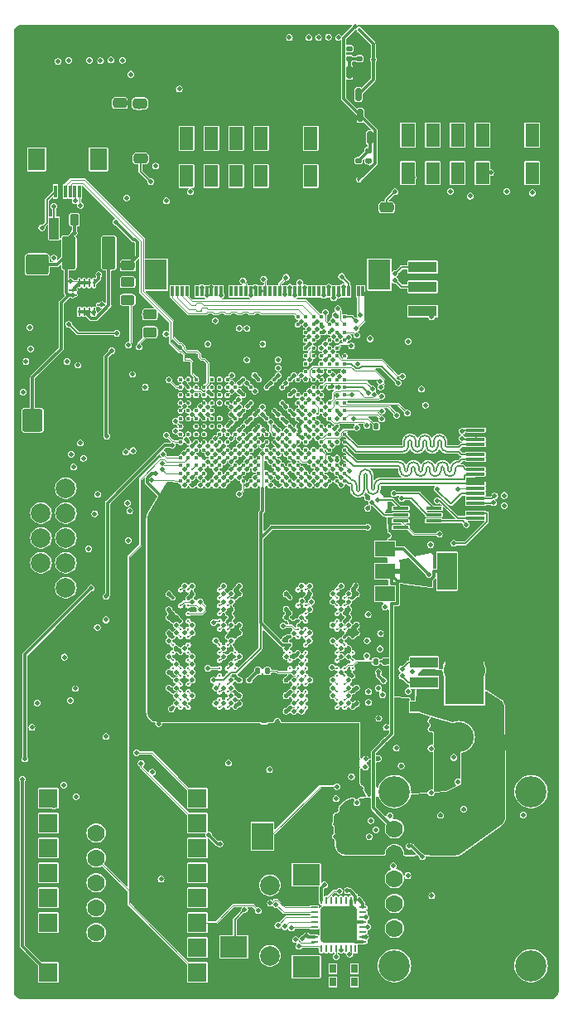
<source format=gbr>
G04 #@! TF.GenerationSoftware,KiCad,Pcbnew,7.0.1*
G04 #@! TF.CreationDate,2024-07-28T16:45:08-07:00*
G04 #@! TF.ProjectId,DFTBoard,44465442-6f61-4726-942e-6b696361645f,rev?*
G04 #@! TF.SameCoordinates,Original*
G04 #@! TF.FileFunction,Copper,L1,Top*
G04 #@! TF.FilePolarity,Positive*
%FSLAX46Y46*%
G04 Gerber Fmt 4.6, Leading zero omitted, Abs format (unit mm)*
G04 Created by KiCad (PCBNEW 7.0.1) date 2024-07-28 16:45:08*
%MOMM*%
%LPD*%
G01*
G04 APERTURE LIST*
G04 Aperture macros list*
%AMRoundRect*
0 Rectangle with rounded corners*
0 $1 Rounding radius*
0 $2 $3 $4 $5 $6 $7 $8 $9 X,Y pos of 4 corners*
0 Add a 4 corners polygon primitive as box body*
4,1,4,$2,$3,$4,$5,$6,$7,$8,$9,$2,$3,0*
0 Add four circle primitives for the rounded corners*
1,1,$1+$1,$2,$3*
1,1,$1+$1,$4,$5*
1,1,$1+$1,$6,$7*
1,1,$1+$1,$8,$9*
0 Add four rect primitives between the rounded corners*
20,1,$1+$1,$2,$3,$4,$5,0*
20,1,$1+$1,$4,$5,$6,$7,0*
20,1,$1+$1,$6,$7,$8,$9,0*
20,1,$1+$1,$8,$9,$2,$3,0*%
G04 Aperture macros list end*
G04 #@! TA.AperFunction,EtchedComponent*
%ADD10C,3.000000*%
G04 #@! TD*
G04 #@! TA.AperFunction,ComponentPad*
%ADD11C,3.048000*%
G04 #@! TD*
G04 #@! TA.AperFunction,SMDPad,CuDef*
%ADD12R,2.880360X1.120140*%
G04 #@! TD*
G04 #@! TA.AperFunction,SMDPad,CuDef*
%ADD13RoundRect,0.147500X0.147500X0.172500X-0.147500X0.172500X-0.147500X-0.172500X0.147500X-0.172500X0*%
G04 #@! TD*
G04 #@! TA.AperFunction,ConnectorPad*
%ADD14R,4.000000X3.000000*%
G04 #@! TD*
G04 #@! TA.AperFunction,SMDPad,CuDef*
%ADD15RoundRect,0.147500X-0.147500X-0.172500X0.147500X-0.172500X0.147500X0.172500X-0.147500X0.172500X0*%
G04 #@! TD*
G04 #@! TA.AperFunction,SMDPad,CuDef*
%ADD16C,0.330000*%
G04 #@! TD*
G04 #@! TA.AperFunction,SMDPad,CuDef*
%ADD17RoundRect,0.062500X-0.312500X-0.062500X0.312500X-0.062500X0.312500X0.062500X-0.312500X0.062500X0*%
G04 #@! TD*
G04 #@! TA.AperFunction,SMDPad,CuDef*
%ADD18RoundRect,0.062500X-0.062500X-0.312500X0.062500X-0.312500X0.062500X0.312500X-0.062500X0.312500X0*%
G04 #@! TD*
G04 #@! TA.AperFunction,SMDPad,CuDef*
%ADD19RoundRect,0.249999X-1.575001X-1.575001X1.575001X-1.575001X1.575001X1.575001X-1.575001X1.575001X0*%
G04 #@! TD*
G04 #@! TA.AperFunction,ComponentPad*
%ADD20C,2.000000*%
G04 #@! TD*
G04 #@! TA.AperFunction,SMDPad,CuDef*
%ADD21R,1.900000X0.300000*%
G04 #@! TD*
G04 #@! TA.AperFunction,ComponentPad*
%ADD22C,1.600000*%
G04 #@! TD*
G04 #@! TA.AperFunction,SMDPad,CuDef*
%ADD23R,2.800000X2.200000*%
G04 #@! TD*
G04 #@! TA.AperFunction,SMDPad,CuDef*
%ADD24R,2.200000X2.800000*%
G04 #@! TD*
G04 #@! TA.AperFunction,SMDPad,CuDef*
%ADD25C,0.400000*%
G04 #@! TD*
G04 #@! TA.AperFunction,SMDPad,CuDef*
%ADD26R,1.600000X0.300000*%
G04 #@! TD*
G04 #@! TA.AperFunction,SMDPad,CuDef*
%ADD27RoundRect,0.147500X-0.172500X0.147500X-0.172500X-0.147500X0.172500X-0.147500X0.172500X0.147500X0*%
G04 #@! TD*
G04 #@! TA.AperFunction,SMDPad,CuDef*
%ADD28R,0.660000X0.900000*%
G04 #@! TD*
G04 #@! TA.AperFunction,SMDPad,CuDef*
%ADD29RoundRect,0.062500X0.062500X-0.117500X0.062500X0.117500X-0.062500X0.117500X-0.062500X-0.117500X0*%
G04 #@! TD*
G04 #@! TA.AperFunction,SMDPad,CuDef*
%ADD30RoundRect,0.250000X0.475000X-0.250000X0.475000X0.250000X-0.475000X0.250000X-0.475000X-0.250000X0*%
G04 #@! TD*
G04 #@! TA.AperFunction,SMDPad,CuDef*
%ADD31RoundRect,0.135000X-0.185000X0.135000X-0.185000X-0.135000X0.185000X-0.135000X0.185000X0.135000X0*%
G04 #@! TD*
G04 #@! TA.AperFunction,SMDPad,CuDef*
%ADD32RoundRect,0.250000X0.450000X-0.262500X0.450000X0.262500X-0.450000X0.262500X-0.450000X-0.262500X0*%
G04 #@! TD*
G04 #@! TA.AperFunction,SMDPad,CuDef*
%ADD33RoundRect,0.150000X-0.150000X0.512500X-0.150000X-0.512500X0.150000X-0.512500X0.150000X0.512500X0*%
G04 #@! TD*
G04 #@! TA.AperFunction,SMDPad,CuDef*
%ADD34RoundRect,0.250000X-0.925000X0.787500X-0.925000X-0.787500X0.925000X-0.787500X0.925000X0.787500X0*%
G04 #@! TD*
G04 #@! TA.AperFunction,SMDPad,CuDef*
%ADD35RoundRect,0.062500X0.062500X-0.350000X0.062500X0.350000X-0.062500X0.350000X-0.062500X-0.350000X0*%
G04 #@! TD*
G04 #@! TA.AperFunction,SMDPad,CuDef*
%ADD36RoundRect,0.062500X0.350000X-0.062500X0.350000X0.062500X-0.350000X0.062500X-0.350000X-0.062500X0*%
G04 #@! TD*
G04 #@! TA.AperFunction,ComponentPad*
%ADD37C,0.500000*%
G04 #@! TD*
G04 #@! TA.AperFunction,SMDPad,CuDef*
%ADD38R,1.680000X1.680000*%
G04 #@! TD*
G04 #@! TA.AperFunction,SMDPad,CuDef*
%ADD39RoundRect,0.250000X-0.787500X-0.925000X0.787500X-0.925000X0.787500X0.925000X-0.787500X0.925000X0*%
G04 #@! TD*
G04 #@! TA.AperFunction,SMDPad,CuDef*
%ADD40RoundRect,0.250000X-0.475000X0.250000X-0.475000X-0.250000X0.475000X-0.250000X0.475000X0.250000X0*%
G04 #@! TD*
G04 #@! TA.AperFunction,SMDPad,CuDef*
%ADD41C,1.778000*%
G04 #@! TD*
G04 #@! TA.AperFunction,SMDPad,CuDef*
%ADD42C,3.200000*%
G04 #@! TD*
G04 #@! TA.AperFunction,SMDPad,CuDef*
%ADD43RoundRect,0.135000X0.185000X-0.135000X0.185000X0.135000X-0.185000X0.135000X-0.185000X-0.135000X0*%
G04 #@! TD*
G04 #@! TA.AperFunction,SMDPad,CuDef*
%ADD44R,0.300000X1.300000*%
G04 #@! TD*
G04 #@! TA.AperFunction,SMDPad,CuDef*
%ADD45R,1.800000X2.200000*%
G04 #@! TD*
G04 #@! TA.AperFunction,SMDPad,CuDef*
%ADD46R,0.300000X1.100000*%
G04 #@! TD*
G04 #@! TA.AperFunction,SMDPad,CuDef*
%ADD47R,2.300000X3.100000*%
G04 #@! TD*
G04 #@! TA.AperFunction,SMDPad,CuDef*
%ADD48RoundRect,0.062500X-0.062500X0.117500X-0.062500X-0.117500X0.062500X-0.117500X0.062500X0.117500X0*%
G04 #@! TD*
G04 #@! TA.AperFunction,SMDPad,CuDef*
%ADD49R,1.420010X2.340000*%
G04 #@! TD*
G04 #@! TA.AperFunction,SMDPad,CuDef*
%ADD50R,1.420010X2.240000*%
G04 #@! TD*
G04 #@! TA.AperFunction,SMDPad,CuDef*
%ADD51R,1.000000X2.200000*%
G04 #@! TD*
G04 #@! TA.AperFunction,SMDPad,CuDef*
%ADD52R,1.000000X1.000000*%
G04 #@! TD*
G04 #@! TA.AperFunction,SMDPad,CuDef*
%ADD53RoundRect,0.150000X0.150000X-0.512500X0.150000X0.512500X-0.150000X0.512500X-0.150000X-0.512500X0*%
G04 #@! TD*
G04 #@! TA.AperFunction,SMDPad,CuDef*
%ADD54R,2.000000X1.500000*%
G04 #@! TD*
G04 #@! TA.AperFunction,SMDPad,CuDef*
%ADD55R,2.000000X3.800000*%
G04 #@! TD*
G04 #@! TA.AperFunction,SMDPad,CuDef*
%ADD56R,1.905000X1.905000*%
G04 #@! TD*
G04 #@! TA.AperFunction,SMDPad,CuDef*
%ADD57RoundRect,0.249999X0.450001X1.450001X-0.450001X1.450001X-0.450001X-1.450001X0.450001X-1.450001X0*%
G04 #@! TD*
G04 #@! TA.AperFunction,SMDPad,CuDef*
%ADD58RoundRect,0.225000X-0.225000X-0.375000X0.225000X-0.375000X0.225000X0.375000X-0.225000X0.375000X0*%
G04 #@! TD*
G04 #@! TA.AperFunction,ComponentPad*
%ADD59C,1.778000*%
G04 #@! TD*
G04 #@! TA.AperFunction,ViaPad*
%ADD60C,0.480000*%
G04 #@! TD*
G04 #@! TA.AperFunction,ViaPad*
%ADD61C,0.300000*%
G04 #@! TD*
G04 #@! TA.AperFunction,Conductor*
%ADD62C,0.102000*%
G04 #@! TD*
G04 #@! TA.AperFunction,Conductor*
%ADD63C,0.200000*%
G04 #@! TD*
G04 #@! TA.AperFunction,Conductor*
%ADD64C,0.300000*%
G04 #@! TD*
G04 #@! TA.AperFunction,Conductor*
%ADD65C,0.130000*%
G04 #@! TD*
G04 #@! TA.AperFunction,Conductor*
%ADD66C,0.120000*%
G04 #@! TD*
G04 #@! TA.AperFunction,Conductor*
%ADD67C,0.150000*%
G04 #@! TD*
G04 APERTURE END LIST*
D10*
X145570000Y-129290000D02*
X146840000Y-129290000D01*
D11*
X145645530Y-122944020D03*
X145645530Y-136085980D03*
D12*
X142064130Y-126014880D03*
X142064130Y-128514240D03*
X142064130Y-130515760D03*
X142064130Y-133015120D03*
D13*
X126060000Y-129375000D03*
X125090000Y-129375000D03*
D14*
X146205000Y-127290000D03*
X146205000Y-131290000D03*
D15*
X137140000Y-128375000D03*
X138110000Y-128375000D03*
D16*
X116375000Y-121075000D03*
X117175000Y-121075000D03*
X117975000Y-121075000D03*
X121175000Y-121075000D03*
X121975000Y-121075000D03*
X122775000Y-121075000D03*
X116375000Y-121875000D03*
X117175000Y-121875000D03*
X117975000Y-121875000D03*
X121175000Y-121875000D03*
X121975000Y-121875000D03*
X122775000Y-121875000D03*
X116375000Y-122675000D03*
X117175000Y-122675000D03*
X117975000Y-122675000D03*
X121175000Y-122675000D03*
X121975000Y-122675000D03*
X122775000Y-122675000D03*
X116375000Y-123475000D03*
X117175000Y-123475000D03*
X117975000Y-123475000D03*
X121175000Y-123475000D03*
X121975000Y-123475000D03*
X122775000Y-123475000D03*
X116375000Y-124275000D03*
X117175000Y-124275000D03*
X117975000Y-124275000D03*
X121175000Y-124275000D03*
X121975000Y-124275000D03*
X122775000Y-124275000D03*
X116375000Y-125075000D03*
X117175000Y-125075000D03*
X117975000Y-125075000D03*
X121175000Y-125075000D03*
X121975000Y-125075000D03*
X122775000Y-125075000D03*
X116375000Y-125875000D03*
X117175000Y-125875000D03*
X117975000Y-125875000D03*
X121175000Y-125875000D03*
X121975000Y-125875000D03*
X122775000Y-125875000D03*
X116375000Y-126675000D03*
X117175000Y-126675000D03*
X117975000Y-126675000D03*
X121175000Y-126675000D03*
X121975000Y-126675000D03*
X122775000Y-126675000D03*
X116375000Y-127475000D03*
X117175000Y-127475000D03*
X117975000Y-127475000D03*
X121175000Y-127475000D03*
X121975000Y-127475000D03*
X122775000Y-127475000D03*
X116375000Y-128275000D03*
X117175000Y-128275000D03*
X117975000Y-128275000D03*
X121175000Y-128275000D03*
X121975000Y-128275000D03*
X122775000Y-128275000D03*
X116375000Y-129075000D03*
X117175000Y-129075000D03*
X117975000Y-129075000D03*
X121175000Y-129075000D03*
X121975000Y-129075000D03*
X122775000Y-129075000D03*
X116375000Y-129875000D03*
X117175000Y-129875000D03*
X117975000Y-129875000D03*
X121175000Y-129875000D03*
X121975000Y-129875000D03*
X122775000Y-129875000D03*
X116375000Y-130675000D03*
X117175000Y-130675000D03*
X117975000Y-130675000D03*
X121175000Y-130675000D03*
X121975000Y-130675000D03*
X122775000Y-130675000D03*
X116375000Y-131475000D03*
X117175000Y-131475000D03*
X117975000Y-131475000D03*
X121175000Y-131475000D03*
X121975000Y-131475000D03*
X122775000Y-131475000D03*
X116375000Y-132275000D03*
X117175000Y-132275000D03*
X117975000Y-132275000D03*
X121175000Y-132275000D03*
X121975000Y-132275000D03*
X122775000Y-132275000D03*
X116375000Y-133075000D03*
X117175000Y-133075000D03*
X117975000Y-133075000D03*
X121175000Y-133075000D03*
X121975000Y-133075000D03*
X122775000Y-133075000D03*
X128375000Y-121075000D03*
X129175000Y-121075000D03*
X129975000Y-121075000D03*
X133175000Y-121075000D03*
X133975000Y-121075000D03*
X134775000Y-121075000D03*
X128375000Y-121875000D03*
X129175000Y-121875000D03*
X129975000Y-121875000D03*
X133175000Y-121875000D03*
X133975000Y-121875000D03*
X134775000Y-121875000D03*
X128375000Y-122675000D03*
X129175000Y-122675000D03*
X129975000Y-122675000D03*
X133175000Y-122675000D03*
X133975000Y-122675000D03*
X134775000Y-122675000D03*
X128375000Y-123475000D03*
X129175000Y-123475000D03*
X129975000Y-123475000D03*
X133175000Y-123475000D03*
X133975000Y-123475000D03*
X134775000Y-123475000D03*
X128375000Y-124275000D03*
X129175000Y-124275000D03*
X129975000Y-124275000D03*
X133175000Y-124275000D03*
X133975000Y-124275000D03*
X134775000Y-124275000D03*
X128375000Y-125075000D03*
X129175000Y-125075000D03*
X129975000Y-125075000D03*
X133175000Y-125075000D03*
X133975000Y-125075000D03*
X134775000Y-125075000D03*
X128375000Y-125875000D03*
X129175000Y-125875000D03*
X129975000Y-125875000D03*
X133175000Y-125875000D03*
X133975000Y-125875000D03*
X134775000Y-125875000D03*
X128375000Y-126675000D03*
X129175000Y-126675000D03*
X129975000Y-126675000D03*
X133175000Y-126675000D03*
X133975000Y-126675000D03*
X134775000Y-126675000D03*
X128375000Y-127475000D03*
X129175000Y-127475000D03*
X129975000Y-127475000D03*
X133175000Y-127475000D03*
X133975000Y-127475000D03*
X134775000Y-127475000D03*
X128375000Y-128275000D03*
X129175000Y-128275000D03*
X129975000Y-128275000D03*
X133175000Y-128275000D03*
X133975000Y-128275000D03*
X134775000Y-128275000D03*
X128375000Y-129075000D03*
X129175000Y-129075000D03*
X129975000Y-129075000D03*
X133175000Y-129075000D03*
X133975000Y-129075000D03*
X134775000Y-129075000D03*
X128375000Y-129875000D03*
X129175000Y-129875000D03*
X129975000Y-129875000D03*
X133175000Y-129875000D03*
X133975000Y-129875000D03*
X134775000Y-129875000D03*
X128375000Y-130675000D03*
X129175000Y-130675000D03*
X129975000Y-130675000D03*
X133175000Y-130675000D03*
X133975000Y-130675000D03*
X134775000Y-130675000D03*
X128375000Y-131475000D03*
X129175000Y-131475000D03*
X129975000Y-131475000D03*
X133175000Y-131475000D03*
X133975000Y-131475000D03*
X134775000Y-131475000D03*
X128375000Y-132275000D03*
X129175000Y-132275000D03*
X129975000Y-132275000D03*
X133175000Y-132275000D03*
X133975000Y-132275000D03*
X134775000Y-132275000D03*
X128375000Y-133075000D03*
X129175000Y-133075000D03*
X129975000Y-133075000D03*
X133175000Y-133075000D03*
X133975000Y-133075000D03*
X134775000Y-133075000D03*
D17*
X130855000Y-153505000D03*
X130855000Y-154005000D03*
X130855000Y-154505000D03*
X130855000Y-155005000D03*
X130855000Y-155505000D03*
X130855000Y-156005000D03*
X130855000Y-156505000D03*
X130855000Y-157005000D03*
D18*
X131580000Y-157730000D03*
X132080000Y-157730000D03*
X132580000Y-157730000D03*
X133080000Y-157730000D03*
X133580000Y-157730000D03*
X134080000Y-157730000D03*
X134580000Y-157730000D03*
X135080000Y-157730000D03*
D17*
X135805000Y-157005000D03*
X135805000Y-156505000D03*
X135805000Y-156005000D03*
X135805000Y-155505000D03*
X135805000Y-155005000D03*
X135805000Y-154505000D03*
X135805000Y-154005000D03*
X135805000Y-153505000D03*
D18*
X135080000Y-152780000D03*
X134580000Y-152780000D03*
X134080000Y-152780000D03*
X133580000Y-152780000D03*
X133080000Y-152780000D03*
X132580000Y-152780000D03*
X132080000Y-152780000D03*
X131580000Y-152780000D03*
D19*
X133330000Y-155255000D03*
D20*
X105450000Y-120845000D03*
X102910000Y-120845000D03*
X105450000Y-118305000D03*
X102910000Y-118305000D03*
X105450000Y-115765000D03*
X102910000Y-115765000D03*
X105450000Y-113225000D03*
X102910000Y-113225000D03*
X105450000Y-110685000D03*
X102910000Y-110685000D03*
D15*
X137190000Y-104375000D03*
X138160000Y-104375000D03*
D21*
X147340000Y-104740000D03*
X147340000Y-105240000D03*
X147340000Y-105740000D03*
X147340000Y-106240000D03*
X147340000Y-106740000D03*
X147340000Y-107240000D03*
X147340000Y-107740000D03*
X147340000Y-108240000D03*
X147340000Y-108740000D03*
X147340000Y-109240000D03*
X147340000Y-109740000D03*
X147340000Y-110240000D03*
X147340000Y-110740000D03*
X147340000Y-111240000D03*
X147340000Y-111740000D03*
X147340000Y-112240000D03*
X147340000Y-112740000D03*
X147340000Y-113240000D03*
X147340000Y-113740000D03*
D22*
X153290000Y-117340000D03*
X148340000Y-116740000D03*
X148340000Y-102240000D03*
X153290000Y-101640000D03*
D23*
X130025000Y-159537500D03*
X130025000Y-150137500D03*
X122625000Y-157537500D03*
D24*
X125575000Y-146237500D03*
D20*
X126325000Y-158437500D03*
X126325000Y-151237500D03*
D25*
X117175000Y-109975000D03*
X117175000Y-109175000D03*
X117175000Y-108375000D03*
X117175000Y-107575000D03*
X117175000Y-106775000D03*
X117175000Y-105975000D03*
X117175000Y-105175000D03*
X117175000Y-104375000D03*
X117175000Y-103575000D03*
X117175000Y-102775000D03*
X117175000Y-101975000D03*
X117175000Y-101175000D03*
X117175000Y-100375000D03*
X117175000Y-99575000D03*
X117175000Y-98775000D03*
X117175000Y-97975000D03*
X117175000Y-97175000D03*
X117175000Y-96375000D03*
X117175000Y-95575000D03*
X117175000Y-94775000D03*
X117175000Y-93975000D03*
X117175000Y-93175000D03*
X133175000Y-109975000D03*
X133175000Y-109175000D03*
X133175000Y-108375000D03*
X133175000Y-107575000D03*
X133175000Y-106775000D03*
X133175000Y-105975000D03*
X133175000Y-105175000D03*
X133175000Y-104375000D03*
X133175000Y-103575000D03*
X133175000Y-102775000D03*
X133175000Y-101975000D03*
X133175000Y-101175000D03*
X133175000Y-100375000D03*
X133175000Y-99575000D03*
X133175000Y-98775000D03*
X133175000Y-97975000D03*
X133175000Y-97175000D03*
X133175000Y-96375000D03*
X133175000Y-95575000D03*
X133175000Y-94775000D03*
X133175000Y-93975000D03*
X133175000Y-93175000D03*
X133975000Y-109975000D03*
X133975000Y-109175000D03*
X133975000Y-108375000D03*
X133975000Y-107575000D03*
X133975000Y-106775000D03*
X133975000Y-105975000D03*
X133975000Y-105175000D03*
X133975000Y-104375000D03*
X133975000Y-103575000D03*
X133975000Y-102775000D03*
X133975000Y-101975000D03*
X133975000Y-101175000D03*
X133975000Y-100375000D03*
X133975000Y-99575000D03*
X133975000Y-98775000D03*
X133975000Y-97975000D03*
X133975000Y-97175000D03*
X133975000Y-96375000D03*
X133975000Y-95575000D03*
X133975000Y-94775000D03*
X133975000Y-93975000D03*
X133975000Y-93175000D03*
X117975000Y-109975000D03*
X117975000Y-109175000D03*
X117975000Y-108375000D03*
X117975000Y-107575000D03*
X117975000Y-106775000D03*
X117975000Y-105975000D03*
X117975000Y-105175000D03*
X117975000Y-104375000D03*
X117975000Y-103575000D03*
X117975000Y-102775000D03*
X117975000Y-101975000D03*
X117975000Y-101175000D03*
X117975000Y-100375000D03*
X117975000Y-99575000D03*
X117975000Y-98775000D03*
X117975000Y-97975000D03*
X117975000Y-97175000D03*
X117975000Y-96375000D03*
X117975000Y-95575000D03*
X117975000Y-94775000D03*
X117975000Y-93975000D03*
X117975000Y-93175000D03*
X118775000Y-109975000D03*
X118775000Y-109175000D03*
X118775000Y-108375000D03*
X118775000Y-107575000D03*
X118775000Y-106775000D03*
X118775000Y-105975000D03*
X118775000Y-105175000D03*
X118775000Y-104375000D03*
X118775000Y-103575000D03*
X118775000Y-102775000D03*
X118775000Y-101975000D03*
X118775000Y-101175000D03*
X118775000Y-100375000D03*
X118775000Y-99575000D03*
X118775000Y-98775000D03*
X118775000Y-97975000D03*
X118775000Y-97175000D03*
X118775000Y-96375000D03*
X118775000Y-95575000D03*
X118775000Y-94775000D03*
X118775000Y-93975000D03*
X118775000Y-93175000D03*
X119575000Y-109975000D03*
X119575000Y-109175000D03*
X119575000Y-108375000D03*
X119575000Y-107575000D03*
X119575000Y-106775000D03*
X119575000Y-105975000D03*
X119575000Y-105175000D03*
X119575000Y-104375000D03*
X119575000Y-103575000D03*
X119575000Y-102775000D03*
X119575000Y-101975000D03*
X119575000Y-101175000D03*
X119575000Y-100375000D03*
X119575000Y-99575000D03*
X119575000Y-98775000D03*
X119575000Y-97975000D03*
X119575000Y-97175000D03*
X119575000Y-96375000D03*
X119575000Y-95575000D03*
X119575000Y-94775000D03*
X119575000Y-93975000D03*
X119575000Y-93175000D03*
X120375000Y-109975000D03*
X120375000Y-109175000D03*
X120375000Y-108375000D03*
X120375000Y-107575000D03*
X120375000Y-106775000D03*
X120375000Y-105975000D03*
X120375000Y-105175000D03*
X120375000Y-104375000D03*
X120375000Y-103575000D03*
X120375000Y-102775000D03*
X120375000Y-101975000D03*
X120375000Y-101175000D03*
X120375000Y-100375000D03*
X120375000Y-99575000D03*
X120375000Y-98775000D03*
X120375000Y-97975000D03*
X120375000Y-97175000D03*
X120375000Y-96375000D03*
X120375000Y-95575000D03*
X120375000Y-94775000D03*
X120375000Y-93975000D03*
X120375000Y-93175000D03*
X121175000Y-109975000D03*
X121175000Y-109175000D03*
X121175000Y-108375000D03*
X121175000Y-107575000D03*
X121175000Y-106775000D03*
X121175000Y-105975000D03*
X121175000Y-105175000D03*
X121175000Y-104375000D03*
X121175000Y-103575000D03*
X121175000Y-102775000D03*
X121175000Y-101975000D03*
X121175000Y-101175000D03*
X121175000Y-100375000D03*
X121175000Y-99575000D03*
X121175000Y-98775000D03*
X121175000Y-97975000D03*
X121175000Y-97175000D03*
X121175000Y-96375000D03*
X121175000Y-95575000D03*
X121175000Y-94775000D03*
X121175000Y-93975000D03*
X121175000Y-93175000D03*
X121975000Y-109975000D03*
X121975000Y-109175000D03*
X121975000Y-108375000D03*
X121975000Y-107575000D03*
X121975000Y-106775000D03*
X121975000Y-105975000D03*
X121975000Y-105175000D03*
X121975000Y-104375000D03*
X121975000Y-103575000D03*
X121975000Y-102775000D03*
X121975000Y-101975000D03*
X121975000Y-101175000D03*
X121975000Y-100375000D03*
X121975000Y-99575000D03*
X121975000Y-98775000D03*
X121975000Y-97975000D03*
X121975000Y-97175000D03*
X121975000Y-96375000D03*
X121975000Y-95575000D03*
X121975000Y-94775000D03*
X121975000Y-93975000D03*
X121975000Y-93175000D03*
X122775000Y-109975000D03*
X122775000Y-109175000D03*
X122775000Y-108375000D03*
X122775000Y-107575000D03*
X122775000Y-106775000D03*
X122775000Y-105975000D03*
X122775000Y-105175000D03*
X122775000Y-104375000D03*
X122775000Y-103575000D03*
X122775000Y-102775000D03*
X122775000Y-101975000D03*
X122775000Y-101175000D03*
X122775000Y-100375000D03*
X122775000Y-99575000D03*
X122775000Y-98775000D03*
X122775000Y-97975000D03*
X122775000Y-97175000D03*
X122775000Y-96375000D03*
X122775000Y-95575000D03*
X122775000Y-94775000D03*
X122775000Y-93975000D03*
X122775000Y-93175000D03*
X123575000Y-109975000D03*
X123575000Y-109175000D03*
X123575000Y-108375000D03*
X123575000Y-107575000D03*
X123575000Y-106775000D03*
X123575000Y-105975000D03*
X123575000Y-105175000D03*
X123575000Y-104375000D03*
X123575000Y-103575000D03*
X123575000Y-102775000D03*
X123575000Y-101975000D03*
X123575000Y-101175000D03*
X123575000Y-100375000D03*
X123575000Y-99575000D03*
X123575000Y-98775000D03*
X123575000Y-97975000D03*
X123575000Y-97175000D03*
X123575000Y-96375000D03*
X123575000Y-95575000D03*
X123575000Y-94775000D03*
X123575000Y-93975000D03*
X123575000Y-93175000D03*
X124375000Y-109975000D03*
X124375000Y-109175000D03*
X124375000Y-108375000D03*
X124375000Y-107575000D03*
X124375000Y-106775000D03*
X124375000Y-105975000D03*
X124375000Y-105175000D03*
X124375000Y-104375000D03*
X124375000Y-103575000D03*
X124375000Y-102775000D03*
X124375000Y-101975000D03*
X124375000Y-101175000D03*
X124375000Y-100375000D03*
X124375000Y-99575000D03*
X124375000Y-98775000D03*
X124375000Y-97975000D03*
X124375000Y-97175000D03*
X124375000Y-96375000D03*
X124375000Y-95575000D03*
X124375000Y-94775000D03*
X124375000Y-93975000D03*
X124375000Y-93175000D03*
X125175000Y-109975000D03*
X125175000Y-109175000D03*
X125175000Y-108375000D03*
X125175000Y-107575000D03*
X125175000Y-106775000D03*
X125175000Y-105975000D03*
X125175000Y-105175000D03*
X125175000Y-104375000D03*
X125175000Y-103575000D03*
X125175000Y-102775000D03*
X125175000Y-101975000D03*
X125175000Y-101175000D03*
X125175000Y-100375000D03*
X125175000Y-99575000D03*
X125175000Y-98775000D03*
X125175000Y-97975000D03*
X125175000Y-97175000D03*
X125175000Y-96375000D03*
X125175000Y-95575000D03*
X125175000Y-94775000D03*
X125175000Y-93975000D03*
X125175000Y-93175000D03*
X125975000Y-109975000D03*
X125975000Y-109175000D03*
X125975000Y-108375000D03*
X125975000Y-107575000D03*
X125975000Y-106775000D03*
X125975000Y-105975000D03*
X125975000Y-105175000D03*
X125975000Y-104375000D03*
X125975000Y-103575000D03*
X125975000Y-102775000D03*
X125975000Y-101975000D03*
X125975000Y-101175000D03*
X125975000Y-100375000D03*
X125975000Y-99575000D03*
X125975000Y-98775000D03*
X125975000Y-97975000D03*
X125975000Y-97175000D03*
X125975000Y-96375000D03*
X125975000Y-95575000D03*
X125975000Y-94775000D03*
X125975000Y-93975000D03*
X125975000Y-93175000D03*
X126775000Y-109975000D03*
X126775000Y-109175000D03*
X126775000Y-108375000D03*
X126775000Y-107575000D03*
X126775000Y-106775000D03*
X126775000Y-105975000D03*
X126775000Y-105175000D03*
X126775000Y-104375000D03*
X126775000Y-103575000D03*
X126775000Y-102775000D03*
X126775000Y-101975000D03*
X126775000Y-101175000D03*
X126775000Y-100375000D03*
X126775000Y-99575000D03*
X126775000Y-98775000D03*
X126775000Y-97975000D03*
X126775000Y-97175000D03*
X126775000Y-96375000D03*
X126775000Y-95575000D03*
X126775000Y-94775000D03*
X126775000Y-93975000D03*
X126775000Y-93175000D03*
X127575000Y-109975000D03*
X127575000Y-109175000D03*
X127575000Y-108375000D03*
X127575000Y-107575000D03*
X127575000Y-106775000D03*
X127575000Y-105975000D03*
X127575000Y-105175000D03*
X127575000Y-104375000D03*
X127575000Y-103575000D03*
X127575000Y-102775000D03*
X127575000Y-101975000D03*
X127575000Y-101175000D03*
X127575000Y-100375000D03*
X127575000Y-99575000D03*
X127575000Y-98775000D03*
X127575000Y-97975000D03*
X127575000Y-97175000D03*
X127575000Y-96375000D03*
X127575000Y-95575000D03*
X127575000Y-94775000D03*
X127575000Y-93975000D03*
X127575000Y-93175000D03*
X128375000Y-109975000D03*
X128375000Y-109175000D03*
X128375000Y-108375000D03*
X128375000Y-107575000D03*
X128375000Y-106775000D03*
X128375000Y-105975000D03*
X128375000Y-105175000D03*
X128375000Y-104375000D03*
X128375000Y-103575000D03*
X128375000Y-102775000D03*
X128375000Y-101975000D03*
X128375000Y-101175000D03*
X128375000Y-100375000D03*
X128375000Y-99575000D03*
X128375000Y-98775000D03*
X128375000Y-97975000D03*
X128375000Y-97175000D03*
X128375000Y-96375000D03*
X128375000Y-95575000D03*
X128375000Y-94775000D03*
X128375000Y-93975000D03*
X128375000Y-93175000D03*
X129175000Y-109975000D03*
X129175000Y-109175000D03*
X129175000Y-108375000D03*
X129175000Y-107575000D03*
X129175000Y-106775000D03*
X129175000Y-105975000D03*
X129175000Y-105175000D03*
X129175000Y-104375000D03*
X129175000Y-103575000D03*
X129175000Y-102775000D03*
X129175000Y-101975000D03*
X129175000Y-101175000D03*
X129175000Y-100375000D03*
X129175000Y-99575000D03*
X129175000Y-98775000D03*
X129175000Y-97975000D03*
X129175000Y-97175000D03*
X129175000Y-96375000D03*
X129175000Y-95575000D03*
X129175000Y-94775000D03*
X129175000Y-93975000D03*
X129175000Y-93175000D03*
X129975000Y-109975000D03*
X129975000Y-109175000D03*
X129975000Y-108375000D03*
X129975000Y-107575000D03*
X129975000Y-106775000D03*
X129975000Y-105975000D03*
X129975000Y-105175000D03*
X129975000Y-104375000D03*
X129975000Y-103575000D03*
X129975000Y-102775000D03*
X129975000Y-101975000D03*
X129975000Y-101175000D03*
X129975000Y-100375000D03*
X129975000Y-99575000D03*
X129975000Y-98775000D03*
X129975000Y-97975000D03*
X129975000Y-97175000D03*
X129975000Y-96375000D03*
X129975000Y-95575000D03*
X129975000Y-94775000D03*
X129975000Y-93975000D03*
X129975000Y-93175000D03*
X130775000Y-109975000D03*
X130775000Y-109175000D03*
X130775000Y-108375000D03*
X130775000Y-107575000D03*
X130775000Y-106775000D03*
X130775000Y-105975000D03*
X130775000Y-105175000D03*
X130775000Y-104375000D03*
X130775000Y-103575000D03*
X130775000Y-102775000D03*
X130775000Y-101975000D03*
X130775000Y-101175000D03*
X130775000Y-100375000D03*
X130775000Y-99575000D03*
X130775000Y-98775000D03*
X130775000Y-97975000D03*
X130775000Y-97175000D03*
X130775000Y-96375000D03*
X130775000Y-95575000D03*
X130775000Y-94775000D03*
X130775000Y-93975000D03*
X130775000Y-93175000D03*
X131575000Y-109975000D03*
X131575000Y-109175000D03*
X131575000Y-108375000D03*
X131575000Y-107575000D03*
X131575000Y-106775000D03*
X131575000Y-105975000D03*
X131575000Y-105175000D03*
X131575000Y-104375000D03*
X131575000Y-103575000D03*
X131575000Y-102775000D03*
X131575000Y-101975000D03*
X131575000Y-101175000D03*
X131575000Y-100375000D03*
X131575000Y-99575000D03*
X131575000Y-98775000D03*
X131575000Y-97975000D03*
X131575000Y-97175000D03*
X131575000Y-96375000D03*
X131575000Y-95575000D03*
X131575000Y-94775000D03*
X131575000Y-93975000D03*
X131575000Y-93175000D03*
X132375000Y-109975000D03*
X132375000Y-109175000D03*
X132375000Y-108375000D03*
X132375000Y-107575000D03*
X132375000Y-106775000D03*
X132375000Y-105975000D03*
X132375000Y-105175000D03*
X132375000Y-104375000D03*
X132375000Y-103575000D03*
X132375000Y-102775000D03*
X132375000Y-101975000D03*
X132375000Y-101175000D03*
X132375000Y-100375000D03*
X132375000Y-99575000D03*
X132375000Y-98775000D03*
X132375000Y-97975000D03*
X132375000Y-97175000D03*
X132375000Y-96375000D03*
X132375000Y-95575000D03*
X132375000Y-94775000D03*
X132375000Y-93975000D03*
X132375000Y-93175000D03*
D26*
X143090000Y-114695000D03*
X143090000Y-114045000D03*
X143090000Y-113395000D03*
X143090000Y-112745000D03*
X139690000Y-112745000D03*
X139690000Y-113395000D03*
X139690000Y-114045000D03*
X139690000Y-114695000D03*
D27*
X125720000Y-135395000D03*
X125720000Y-134425000D03*
D28*
X134945000Y-159737500D03*
X132755000Y-159737500D03*
X132755000Y-161087500D03*
X134945000Y-161087500D03*
D29*
X135405000Y-78362500D03*
X135405000Y-79202500D03*
D30*
X110960000Y-71350000D03*
X110960000Y-69450000D03*
D31*
X134445000Y-65800000D03*
X134445000Y-66820000D03*
D30*
X113040000Y-71380000D03*
X113040000Y-69480000D03*
X113100000Y-77010000D03*
X113100000Y-75110000D03*
D32*
X114050000Y-94762500D03*
X114050000Y-92937500D03*
D33*
X136320000Y-68222500D03*
X134420000Y-68222500D03*
X135370000Y-70497500D03*
D34*
X102525000Y-87837500D03*
X102525000Y-92762500D03*
D35*
X106840000Y-92670000D03*
X107340000Y-92670000D03*
X107840000Y-92670000D03*
X108340000Y-92670000D03*
D36*
X109052500Y-91957500D03*
X109052500Y-91457500D03*
X109052500Y-90957500D03*
X109052500Y-90457500D03*
D35*
X108340000Y-89745000D03*
X107840000Y-89745000D03*
X107340000Y-89745000D03*
X106840000Y-89745000D03*
D36*
X106127500Y-90457500D03*
X106127500Y-90957500D03*
X106127500Y-91457500D03*
X106127500Y-91957500D03*
D37*
X107000000Y-91797500D03*
X108180000Y-91797500D03*
D38*
X107590000Y-91207500D03*
D37*
X107000000Y-90617500D03*
X108180000Y-90617500D03*
D39*
X102050000Y-103750000D03*
X106975000Y-103750000D03*
D40*
X138250000Y-82030000D03*
X138250000Y-83930000D03*
D41*
X139050000Y-155637000D03*
X139050000Y-153097000D03*
X139050000Y-150557000D03*
X139050000Y-148017000D03*
X139050000Y-145477000D03*
D42*
X139050000Y-159447000D03*
X139050000Y-159447000D03*
X153020000Y-159447000D03*
X153020000Y-159447000D03*
X139050000Y-141667000D03*
X139050000Y-141667000D03*
X153020000Y-141667000D03*
D43*
X135380000Y-77245000D03*
X135380000Y-76225000D03*
D12*
X141938600Y-92621100D03*
X141938600Y-90121740D03*
X141938600Y-88120220D03*
X141938600Y-85620860D03*
D11*
X145520000Y-95691960D03*
X145520000Y-82550000D03*
D44*
X106875000Y-80375000D03*
X106375000Y-80375000D03*
X105875000Y-80375000D03*
X105375000Y-80375000D03*
X104875000Y-80375000D03*
X104375000Y-80375000D03*
D45*
X108775000Y-77125000D03*
X102475000Y-77125000D03*
D32*
X111775000Y-91462500D03*
X111775000Y-89637500D03*
D46*
X135845000Y-90575000D03*
X135345000Y-90575000D03*
X134845000Y-90575000D03*
X134345000Y-90575000D03*
X133845000Y-90575000D03*
X133345000Y-90575000D03*
X132845000Y-90575000D03*
X132345000Y-90575000D03*
X131845000Y-90575000D03*
X131345000Y-90575000D03*
X130845000Y-90575000D03*
X130345000Y-90575000D03*
X129845000Y-90575000D03*
X129345000Y-90575000D03*
X128845000Y-90575000D03*
X128345000Y-90575000D03*
X127845000Y-90575000D03*
X127345000Y-90575000D03*
X126845000Y-90575000D03*
X126345000Y-90575000D03*
X125845000Y-90575000D03*
X125345000Y-90575000D03*
X124845000Y-90575000D03*
X124345000Y-90575000D03*
X123845000Y-90575000D03*
X123345000Y-90575000D03*
X122845000Y-90575000D03*
X122345000Y-90575000D03*
X121845000Y-90575000D03*
X121345000Y-90575000D03*
X120845000Y-90575000D03*
X120345000Y-90575000D03*
X119845000Y-90575000D03*
X119345000Y-90575000D03*
X118845000Y-90575000D03*
X118345000Y-90575000D03*
X117845000Y-90575000D03*
X117345000Y-90575000D03*
X116845000Y-90575000D03*
X116345000Y-90575000D03*
D47*
X137515000Y-88875000D03*
X114675000Y-88875000D03*
D43*
X135470000Y-66830000D03*
X135470000Y-65810000D03*
D30*
X111800000Y-87950000D03*
X111800000Y-86050000D03*
D48*
X135445000Y-64710000D03*
X135445000Y-63870000D03*
D49*
X140420000Y-74647000D03*
D50*
X140420000Y-78508000D03*
D49*
X142960000Y-74647000D03*
D50*
X142960000Y-78508000D03*
D49*
X145500000Y-74647000D03*
D50*
X145500000Y-78508000D03*
D49*
X148040000Y-74647000D03*
D50*
X148040000Y-78508000D03*
D49*
X150580000Y-74647000D03*
D50*
X150580000Y-78508000D03*
D49*
X153120000Y-74647000D03*
D50*
X153120000Y-78508000D03*
D51*
X104250000Y-84175000D03*
X101350000Y-84175000D03*
D52*
X102800000Y-82675000D03*
D53*
X134630000Y-74912500D03*
X136530000Y-74912500D03*
X135580000Y-72637500D03*
D54*
X138100000Y-116875000D03*
X138100000Y-119175000D03*
D55*
X144400000Y-119175000D03*
D54*
X138100000Y-121475000D03*
D56*
X103655000Y-142345000D03*
X103655000Y-144885000D03*
X103655000Y-147425000D03*
X103655000Y-149965000D03*
X103655000Y-155045000D03*
X103655000Y-152505000D03*
X118895000Y-160125000D03*
X103655000Y-160125000D03*
X118895000Y-157585000D03*
X118895000Y-155045000D03*
X118895000Y-152505000D03*
X118895000Y-149965000D03*
X118895000Y-147425000D03*
X118895000Y-144885000D03*
X118895000Y-142345000D03*
X103655000Y-157585000D03*
D57*
X109850000Y-86650000D03*
X105750000Y-86650000D03*
D49*
X117780000Y-74950000D03*
D50*
X117780000Y-78811000D03*
D49*
X120320000Y-74950000D03*
D50*
X120320000Y-78811000D03*
D49*
X122860000Y-74950000D03*
D50*
X122860000Y-78811000D03*
D49*
X125400000Y-74950000D03*
D50*
X125400000Y-78811000D03*
D49*
X127940000Y-74950000D03*
D50*
X127940000Y-78811000D03*
D49*
X130480000Y-74950000D03*
D50*
X130480000Y-78811000D03*
D58*
X106325000Y-83275000D03*
X109625000Y-83275000D03*
D43*
X136380000Y-77245000D03*
X136380000Y-76225000D03*
D59*
X108550000Y-158600000D03*
X108550000Y-156060000D03*
X108550000Y-153520000D03*
X108550000Y-150980000D03*
X108550000Y-148440000D03*
X108550000Y-145900000D03*
D60*
X125120000Y-153830000D03*
X118990000Y-148050000D03*
X131320258Y-98712626D03*
X132730000Y-99120000D03*
X107460000Y-133980000D03*
X106680000Y-101250000D03*
X104360000Y-103120000D03*
X145510000Y-127330000D03*
X147790000Y-127410000D03*
X145447823Y-126450947D03*
X147006286Y-126394481D03*
X152541515Y-120294714D03*
X152710000Y-126870000D03*
X153080000Y-137520000D03*
X149970000Y-87090000D03*
X153850000Y-87090000D03*
X154080000Y-91290000D03*
X150040000Y-91170000D03*
X101370000Y-106280000D03*
X102020000Y-123830000D03*
X105290000Y-127940000D03*
X115290000Y-145840000D03*
X115190000Y-150610000D03*
X112600351Y-155974565D03*
X110620000Y-156280000D03*
X110340000Y-157960000D03*
X112450000Y-157960000D03*
X149910000Y-152150000D03*
X146220000Y-152200000D03*
X142870000Y-152310000D03*
X142490000Y-156900000D03*
X150180000Y-157080000D03*
X146320000Y-157160000D03*
X150340000Y-161680000D03*
X146271792Y-161351472D03*
X140930000Y-161530000D03*
X129980000Y-161460000D03*
X122230000Y-160820000D03*
X129890000Y-147110000D03*
X103655000Y-160125000D03*
X129547500Y-95974521D03*
X126375000Y-106375000D03*
X124830881Y-97975498D03*
X123975499Y-103192293D03*
X119536657Y-98831738D03*
X122372133Y-97592000D03*
X119975000Y-96892500D03*
X120775000Y-94375000D03*
X123154689Y-99198861D03*
X127878199Y-97962574D03*
X117820000Y-95780000D03*
X123275699Y-94931325D03*
X119975000Y-105592500D03*
X124775000Y-102375000D03*
X123992500Y-101560766D03*
X122360377Y-101564280D03*
X124017524Y-99132571D03*
X126377500Y-99172981D03*
X124758000Y-99983861D03*
X123975000Y-100773000D03*
X125567500Y-100794444D03*
X117591000Y-103960167D03*
X118642472Y-101896902D03*
X120791704Y-103175204D03*
X121569566Y-103182000D03*
X131490297Y-95646422D03*
X129033380Y-94788459D03*
X111895236Y-81861860D03*
X126375000Y-95975000D03*
X131173000Y-97606028D03*
X127975000Y-99175000D03*
X129598328Y-99968106D03*
X127173892Y-99992000D03*
X126387624Y-100817500D03*
X127189500Y-100830742D03*
X127977983Y-100792000D03*
X124714431Y-103999550D03*
X126360939Y-103155280D03*
X126475127Y-102030047D03*
X127175000Y-102375000D03*
X128788531Y-102379514D03*
X131190539Y-106357664D03*
X127976600Y-103185415D03*
X128775000Y-103975000D03*
X127180709Y-103984277D03*
X125589379Y-103960621D03*
X123959880Y-104783687D03*
X122376273Y-104786566D03*
X123203016Y-103972787D03*
X121560942Y-103972787D03*
X124775000Y-107175000D03*
X122376543Y-106375000D03*
X119192500Y-107172813D03*
X117575000Y-106375000D03*
X121575000Y-108775000D03*
X130374017Y-108783777D03*
X127975000Y-107975000D03*
X127175000Y-110375000D03*
X123975000Y-109575000D03*
X132775000Y-109575000D03*
X135175000Y-131075000D03*
X134375000Y-125475000D03*
X135175000Y-125475000D03*
X135175000Y-121475000D03*
X135175000Y-124675000D03*
X134375000Y-127075000D03*
X134375000Y-123875000D03*
X127975000Y-121475000D03*
X115975000Y-121475000D03*
X115975000Y-129475000D03*
X122375000Y-123075000D03*
X123175000Y-130275000D03*
X116215372Y-133234628D03*
X123175000Y-120675000D03*
X116775000Y-127075000D03*
X122375000Y-125475000D03*
X122375000Y-123875000D03*
X122375000Y-127075000D03*
X116775000Y-123875000D03*
X115975000Y-125475000D03*
X115975000Y-131075000D03*
X115975000Y-123875000D03*
X123175000Y-121475000D03*
X123175000Y-132675000D03*
X115975000Y-123075000D03*
X127975000Y-133475000D03*
X118375000Y-121475000D03*
X127975000Y-123875000D03*
X132375107Y-92267211D03*
X121558000Y-105573552D03*
X132792000Y-95975000D03*
X123821369Y-94982500D03*
X129589938Y-106382094D03*
X108707500Y-119540000D03*
X150580002Y-78508000D03*
X127940000Y-75020000D03*
X142796001Y-135286250D03*
X118560000Y-76900000D03*
X130375000Y-121475000D03*
X141920000Y-97610000D03*
X133192592Y-98759728D03*
X139100000Y-79300000D03*
X103960000Y-76200000D03*
X139747500Y-139051415D03*
X116987528Y-98023030D03*
X116730000Y-73140000D03*
X132010000Y-103975000D03*
X135175000Y-132675000D03*
X106450000Y-96830533D03*
X123704915Y-147992500D03*
X151030000Y-76200000D03*
X134375000Y-123075000D03*
X101150000Y-99960000D03*
X131225000Y-145525000D03*
X127950000Y-78200000D03*
X139834159Y-148410761D03*
X110387741Y-138232500D03*
X146790000Y-85265000D03*
X141200000Y-103910000D03*
X128451907Y-143413720D03*
D61*
X119096017Y-99085980D03*
D60*
X142050000Y-150027500D03*
X115140000Y-75250000D03*
X113360000Y-67690000D03*
X146127076Y-143462836D03*
X128795486Y-124469394D03*
X143765214Y-144082932D03*
X138420811Y-113008703D03*
X124905000Y-138915000D03*
X134713181Y-97109882D03*
X139299044Y-148586036D03*
X103800000Y-101375000D03*
X129367131Y-155917000D03*
X107198423Y-109042500D03*
X119480010Y-89623780D03*
X134375000Y-129475000D03*
X113140000Y-74880000D03*
X142729597Y-99251597D03*
X135470000Y-65427500D03*
X125695202Y-135117500D03*
X111982500Y-102027500D03*
X128776054Y-127881990D03*
X127305000Y-139515000D03*
X107475000Y-88025000D03*
X107927202Y-132835469D03*
X142796001Y-134475000D03*
X118926621Y-98221701D03*
X127975000Y-131876043D03*
X117780000Y-82020000D03*
X142342500Y-86741135D03*
X143432500Y-107510000D03*
X147670000Y-109748498D03*
X123168001Y-131875000D03*
X127981758Y-123049133D03*
X146780000Y-93025000D03*
X123730000Y-144247500D03*
X127975262Y-130281990D03*
X114790000Y-67140000D03*
X147670000Y-112748498D03*
X138164583Y-101681570D03*
X115810000Y-84070000D03*
X135089852Y-120653218D03*
X126375000Y-94375000D03*
X138059000Y-128375000D03*
X117010000Y-72080000D03*
X137319425Y-109283095D03*
X132420061Y-101126509D03*
X121076307Y-64277500D03*
X138581399Y-104035233D03*
X106555000Y-139415000D03*
X147380000Y-106748498D03*
X115750000Y-135800000D03*
X134550000Y-136820000D03*
X146258706Y-115159875D03*
X133084629Y-143535289D03*
X147420000Y-105248498D03*
X151175000Y-143275000D03*
X121330000Y-148265000D03*
X103190000Y-74750000D03*
X102524998Y-92762500D03*
X143400000Y-149152500D03*
X137445000Y-134193750D03*
X137416500Y-138292500D03*
X121375000Y-89425000D03*
X109560000Y-69070000D03*
X136320000Y-112735000D03*
X110917460Y-99597460D03*
X124775000Y-101559386D03*
X103410000Y-67000000D03*
X123805000Y-143520841D03*
X110929960Y-86345040D03*
X101495000Y-83875000D03*
X125650000Y-86040000D03*
X102471500Y-139275000D03*
X128392076Y-135097500D03*
X101500000Y-86175000D03*
X137945525Y-84208398D03*
X116970000Y-71040000D03*
X123168010Y-125479013D03*
X147300000Y-108231502D03*
X102805000Y-134131500D03*
X137825039Y-91919959D03*
X132330000Y-87420000D03*
X109079961Y-84495041D03*
X123974617Y-93645502D03*
X144292500Y-101471139D03*
X135627076Y-141337836D03*
X138552688Y-97292232D03*
X104200000Y-95525000D03*
X134596264Y-104355500D03*
X106820000Y-67050000D03*
X134836502Y-90600000D03*
X108761000Y-130115000D03*
X127090000Y-134480033D03*
X136314503Y-111653311D03*
X150410000Y-84330000D03*
X112082500Y-104314818D03*
X112250645Y-110323734D03*
X139730000Y-68270000D03*
X108575000Y-141850000D03*
X141620000Y-95740000D03*
X154250000Y-78590000D03*
X106555000Y-137340000D03*
X136464587Y-146272539D03*
X109992500Y-93875000D03*
X118393010Y-110377075D03*
X123175000Y-124680510D03*
X107575000Y-86350000D03*
X134650000Y-74740000D03*
X127875000Y-126075000D03*
X120110584Y-93693084D03*
X133557027Y-103187119D03*
X130375255Y-104809176D03*
X111651872Y-81061000D03*
X125589540Y-95977540D03*
X130362223Y-95957144D03*
X123189431Y-94356257D03*
X123972006Y-97592000D03*
X120038000Y-100884628D03*
X127155909Y-97587169D03*
X133553413Y-95186818D03*
X118348000Y-106375000D03*
X119174409Y-103145743D03*
X117577540Y-108777540D03*
X119992500Y-95975000D03*
X120760313Y-93589687D03*
X123975000Y-94375000D03*
X130467500Y-74608480D03*
X145122500Y-138181250D03*
X137830000Y-131790000D03*
X102529275Y-132625500D03*
X126280000Y-139440000D03*
X138100000Y-122820000D03*
X146410000Y-114390000D03*
X112294941Y-99049979D03*
X131281761Y-99292853D03*
X130087251Y-156379875D03*
X109000000Y-67040000D03*
X141925000Y-148325000D03*
X133652279Y-89077801D03*
X131958500Y-97592703D03*
X150260000Y-111430000D03*
X136100000Y-156525000D03*
X145545000Y-140681250D03*
X108707500Y-111315000D03*
X142796001Y-141801880D03*
X136090000Y-139187500D03*
X134236290Y-151778790D03*
X136388500Y-132560000D03*
X101850000Y-96450533D03*
X117590474Y-99974500D03*
X136360000Y-123600000D03*
X153070000Y-79371500D03*
X134470371Y-108939629D03*
X136399669Y-100977355D03*
X106230617Y-108528923D03*
X105775000Y-93950000D03*
X150280000Y-112470000D03*
X105912810Y-132362810D03*
X117574999Y-102339999D03*
X129580000Y-107182500D03*
X152224998Y-144059999D03*
D61*
X131160000Y-103100000D03*
D60*
X104250000Y-87175000D03*
X131120000Y-93680000D03*
X153120000Y-74646998D03*
X135436960Y-152727960D03*
X122091657Y-138761577D03*
X130467500Y-78699939D03*
X106450000Y-131150000D03*
X129637425Y-156707640D03*
X140565040Y-147240040D03*
X110675000Y-94875000D03*
X138582962Y-144154164D03*
X131190000Y-107970000D03*
X131192100Y-105557900D03*
X135224782Y-142819702D03*
X103000000Y-84100000D03*
X111742500Y-112211187D03*
X111979000Y-113012428D03*
X142861442Y-93204184D03*
X101980000Y-135115000D03*
X121206074Y-146997500D03*
X105950000Y-89575000D03*
X120066427Y-146099596D03*
X101000000Y-140410002D03*
X138330000Y-121649380D03*
X108405000Y-113290000D03*
X107325000Y-89745000D03*
X111842500Y-116020758D03*
X145130000Y-116320000D03*
X107780000Y-116890000D03*
X132619960Y-155544960D03*
X133480000Y-154450000D03*
X147695000Y-132330000D03*
X133530000Y-156430000D03*
X134750000Y-156425000D03*
X134982540Y-155682540D03*
X129955151Y-159682500D03*
X131866591Y-156298329D03*
X132825000Y-159752500D03*
X134673636Y-153491284D03*
X132780000Y-161090000D03*
X133150000Y-141150000D03*
X133575000Y-157825000D03*
X134875000Y-159775000D03*
X134482460Y-158282460D03*
X133100000Y-158525000D03*
X134900000Y-160975000D03*
X104216054Y-143128341D03*
X140456210Y-131408710D03*
X137760000Y-103631415D03*
X115975000Y-126275000D03*
X133575000Y-129475000D03*
X136305000Y-114665000D03*
X127175230Y-105601183D03*
X127977143Y-127081990D03*
X125575000Y-107175000D03*
X122381892Y-105592500D03*
X120575000Y-130275000D03*
X127175000Y-107975000D03*
X133575000Y-127075000D03*
X121575000Y-127075000D03*
X127175000Y-107175000D03*
X133575000Y-127875000D03*
X121575000Y-127875000D03*
X128759482Y-107175725D03*
X118375000Y-127875000D03*
X129570512Y-127881990D03*
X128775000Y-107975000D03*
X118375000Y-129475000D03*
X129600633Y-129481990D03*
X131174298Y-108783777D03*
X123175000Y-127875000D03*
X134375000Y-127875000D03*
X127975000Y-108775000D03*
X118375000Y-128675000D03*
X129575000Y-128650000D03*
X124775000Y-106375000D03*
X122375000Y-130275000D03*
X134375000Y-130275000D03*
X124769494Y-105595466D03*
X116775000Y-129475000D03*
X128775000Y-130281990D03*
X118375000Y-130275000D03*
X130375000Y-130275000D03*
X126369667Y-107968010D03*
X123975000Y-107975000D03*
X118375000Y-131875000D03*
X129575000Y-131875000D03*
X126375000Y-107175000D03*
X121575000Y-131075000D03*
X132781990Y-131076598D03*
X123175000Y-108775000D03*
X119975000Y-129075000D03*
X132648254Y-128988488D03*
X123975000Y-106375000D03*
X122375000Y-131075000D03*
X134375000Y-131075000D03*
X123175000Y-105592500D03*
X134375000Y-131875000D03*
X122375000Y-131875000D03*
X123975000Y-107175000D03*
X128775000Y-131876043D03*
X116775000Y-131075000D03*
X124775000Y-107975000D03*
X116775000Y-130275000D03*
X128774381Y-131081990D03*
X123175000Y-107175000D03*
X122375000Y-132675000D03*
X134375000Y-132675000D03*
X120775000Y-132675000D03*
X132775000Y-131875000D03*
X121586368Y-107175525D03*
X122375000Y-107175000D03*
X117575000Y-131875000D03*
X129575000Y-132675000D03*
X123175000Y-106375000D03*
X116775000Y-131875000D03*
X128775000Y-132675000D03*
X122375000Y-107975000D03*
X120775000Y-131075000D03*
X132775000Y-130275000D03*
X127975000Y-107175000D03*
X115975000Y-127875000D03*
X127975000Y-127875000D03*
X127175000Y-106375000D03*
X117575000Y-127875000D03*
X127975000Y-122275000D03*
X123175000Y-110375000D03*
X135175000Y-123875000D03*
X121557500Y-106362208D03*
X128775000Y-109575000D03*
X126375000Y-108775000D03*
X123975000Y-105592500D03*
X112308885Y-106856195D03*
X130775000Y-110975000D03*
X137450000Y-135314143D03*
X129575000Y-121475000D03*
X137255000Y-115275000D03*
X135172726Y-123121704D03*
X123175000Y-122275000D03*
X127975000Y-120675000D03*
X114625000Y-109200000D03*
X129581990Y-123068203D03*
X135168010Y-122281528D03*
X133575000Y-121475000D03*
X114938625Y-134711526D03*
X122375000Y-120675000D03*
X117579913Y-121468010D03*
X113575000Y-100375000D03*
X116781990Y-123062268D03*
X138343632Y-137222500D03*
X136399622Y-141208301D03*
X136300000Y-116725000D03*
X136255000Y-115615000D03*
X133575000Y-125475000D03*
X138420811Y-115530187D03*
X115975000Y-120675000D03*
X116775000Y-126275000D03*
X123175000Y-107975000D03*
X137416500Y-139187500D03*
X119975000Y-108775000D03*
X115975000Y-122275000D03*
X123175000Y-123093010D03*
X122377500Y-102375531D03*
X122405118Y-99174937D03*
X122405255Y-99983861D03*
X122392897Y-100768861D03*
X131836502Y-90990000D03*
X131957900Y-95992100D03*
X134658653Y-96152552D03*
X133840000Y-90100000D03*
X132010000Y-96775000D03*
X127970000Y-89160000D03*
X131538508Y-96396562D03*
X125680000Y-89350000D03*
X112084701Y-68419781D03*
X116692187Y-103847813D03*
X121170000Y-101990000D03*
X111220000Y-67000000D03*
X110050000Y-66970000D03*
X119960000Y-103190000D03*
X119162500Y-106355680D03*
X107880000Y-67000000D03*
X116690000Y-104850000D03*
X105730000Y-67000000D03*
X119982841Y-102418784D03*
X104660000Y-67110000D03*
X115990290Y-99635210D03*
X115700000Y-94950000D03*
X114630000Y-77780000D03*
X120576032Y-124393912D03*
X117557956Y-110377543D03*
X117575000Y-109575000D03*
X116775000Y-124675000D03*
X122375000Y-124675000D03*
X120775000Y-110375000D03*
X119175000Y-108775000D03*
X116775000Y-125475000D03*
X119975000Y-110375000D03*
X122375000Y-126275000D03*
X120775000Y-126275000D03*
X119179021Y-110375000D03*
X122375000Y-108775000D03*
X119175000Y-122275000D03*
X123975000Y-108775000D03*
X122375000Y-121475000D03*
X121575000Y-110375000D03*
X118375000Y-120675000D03*
X118375000Y-125475000D03*
X119175000Y-109575000D03*
X120775000Y-109575000D03*
X121575000Y-124675000D03*
X120775000Y-108775000D03*
X128775000Y-133475000D03*
X116775000Y-132675000D03*
X118375000Y-109575000D03*
X117575000Y-125475000D03*
X118375000Y-124675000D03*
D61*
X118375000Y-108725000D03*
D60*
X119975000Y-107975000D03*
X117569000Y-127075000D03*
X117575000Y-132675000D03*
X129575000Y-133475000D03*
X120763766Y-107979814D03*
X124775000Y-108775000D03*
X121575000Y-123075000D03*
X124775000Y-110375000D03*
X119175000Y-123075000D03*
X133387096Y-100412000D03*
X126930660Y-153187500D03*
X123175000Y-109575000D03*
X121575000Y-121475000D03*
X121575000Y-132675000D03*
X133575000Y-132675000D03*
X121579903Y-107975000D03*
X124775000Y-109575000D03*
X122375000Y-122275000D03*
X122375000Y-109575000D03*
X121575000Y-122275000D03*
X121575000Y-109575000D03*
X117575000Y-120675000D03*
X118375000Y-122275000D03*
X123175000Y-111275000D03*
X123975000Y-110375000D03*
X121575000Y-120675000D03*
X126375000Y-110375000D03*
X127650000Y-124750000D03*
X129575000Y-110375000D03*
X133575000Y-124675000D03*
X127175000Y-109575000D03*
X129575000Y-125475000D03*
X127979044Y-106376374D03*
X116775000Y-128675000D03*
X128768007Y-129487317D03*
X129578207Y-108773833D03*
X129575000Y-123875000D03*
X129575000Y-109575000D03*
X134375000Y-124675000D03*
X127975000Y-110375000D03*
X132725000Y-124675000D03*
X127975000Y-109575000D03*
X130375000Y-125475000D03*
X126375000Y-109575000D03*
X130338314Y-126268010D03*
X117575000Y-129475000D03*
X125575000Y-106375000D03*
X129575000Y-130275000D03*
X133879994Y-98790000D03*
X128500000Y-155600000D03*
X133464133Y-99273936D03*
X127850000Y-155450000D03*
X127130000Y-155340000D03*
X137583937Y-99788937D03*
X132634344Y-100330881D03*
X126361028Y-153070604D03*
X125575000Y-102375000D03*
X127975000Y-103975000D03*
X124037323Y-102342243D03*
X123975000Y-103972787D03*
X128775778Y-100802000D03*
X129587378Y-103182784D03*
X125588859Y-103154780D03*
X129575000Y-103975000D03*
X129589139Y-105558000D03*
X129379370Y-104858743D03*
X124777500Y-100772856D03*
X135298622Y-98014500D03*
X138907460Y-149257460D03*
X109567500Y-136054211D03*
X133065202Y-142399194D03*
X141810000Y-100560000D03*
X127166318Y-98400706D03*
X123172000Y-102410457D03*
X140419040Y-150246040D03*
X142207500Y-102226863D03*
X131878285Y-151197341D03*
X114267540Y-139702460D03*
X123145377Y-101625457D03*
X124775000Y-104785050D03*
X123980479Y-99983861D03*
X124758000Y-99187253D03*
X126376437Y-99992000D03*
X127958892Y-99992000D03*
X122375000Y-103972787D03*
X123194478Y-99983861D03*
X132788671Y-97560765D03*
X123177343Y-103195457D03*
X123175030Y-104779027D03*
X127175000Y-99186377D03*
X128762804Y-99192500D03*
X122375000Y-103175000D03*
X108675000Y-124900000D03*
X128774998Y-104775000D03*
X136560709Y-95424210D03*
X109580000Y-121740000D03*
X106480000Y-142190000D03*
X123148000Y-100770095D03*
X105250000Y-141000000D03*
X116318510Y-106289834D03*
X109567500Y-124125000D03*
X127187266Y-104787964D03*
X140447773Y-95701301D03*
X136321500Y-155475000D03*
X136157540Y-154507540D03*
X142896489Y-146350002D03*
X146255000Y-146090000D03*
X133005000Y-144965000D03*
X133003396Y-146241525D03*
X118402151Y-107178584D03*
X128925000Y-156800000D03*
X118374999Y-103142500D03*
X115720000Y-81350000D03*
X104230000Y-81920000D03*
X120337002Y-78358500D03*
X130333547Y-105497500D03*
X125604416Y-104798040D03*
X126383013Y-103950069D03*
X134877134Y-103562000D03*
X101244990Y-138344988D03*
X108025000Y-120900000D03*
X117556941Y-107174021D03*
X129580500Y-102368426D03*
X129549142Y-99166981D03*
X137642470Y-100367486D03*
X101775000Y-94250000D03*
X120773000Y-105600000D03*
X115378090Y-107196288D03*
X106950000Y-106075000D03*
X115296500Y-108800000D03*
X107250000Y-107650000D03*
X106700000Y-98125000D03*
X120761378Y-107194058D03*
X105550000Y-97750000D03*
X120795267Y-106316467D03*
X115332753Y-108184789D03*
X106003186Y-107213490D03*
X101092000Y-100875000D03*
X119972663Y-107172663D03*
X119957283Y-106368000D03*
X135191639Y-104486152D03*
X111590000Y-107020000D03*
X114250000Y-109875000D03*
X101375000Y-97750000D03*
X118895000Y-157585002D03*
X121567315Y-104757787D03*
X136809452Y-100564774D03*
X133405020Y-151840060D03*
X135200000Y-95080000D03*
X129370000Y-89710000D03*
X128852616Y-91007500D03*
X132797171Y-93562905D03*
X132022437Y-92729563D03*
X128337813Y-90177813D03*
X133270000Y-92360000D03*
X129850000Y-90190000D03*
X132670000Y-94570000D03*
X127852000Y-90920000D03*
X125351685Y-90576606D03*
X131150477Y-94412640D03*
X133336502Y-90990000D03*
X132813035Y-95177749D03*
X134340000Y-95260000D03*
X132820000Y-91260000D03*
X132770000Y-96766500D03*
X132350000Y-90150000D03*
X133160453Y-103612411D03*
X139827500Y-129150000D03*
X132891674Y-104652119D03*
X139827500Y-129880000D03*
X131175000Y-110375000D03*
X129581990Y-122206990D03*
X131975000Y-110375000D03*
X130575000Y-122275000D03*
X133575000Y-110360073D03*
X133575000Y-120675000D03*
X130375000Y-123075000D03*
X133575000Y-109575000D03*
X131175000Y-109575000D03*
X132775000Y-122275000D03*
X131975000Y-109575000D03*
X132775000Y-121475000D03*
X130375000Y-110375000D03*
X129575000Y-120675000D03*
X132757500Y-108777540D03*
X134375000Y-122275000D03*
X130375000Y-109575000D03*
X130375000Y-120675000D03*
X134375000Y-121475000D03*
X131975000Y-108783777D03*
X133592000Y-108781540D03*
X133575000Y-123075000D03*
X128775000Y-110375000D03*
X133575000Y-126275000D03*
X128775000Y-108775000D03*
X132768010Y-126281990D03*
X127175000Y-108775000D03*
X128775000Y-125525000D03*
X130810000Y-102810000D03*
X120430000Y-74500000D03*
X139050001Y-155637001D03*
X142592500Y-119487258D03*
X136622460Y-144652460D03*
X139874678Y-99250401D03*
X145550000Y-110800000D03*
X131952829Y-107962905D03*
X132582544Y-107791830D03*
X143432500Y-110771906D03*
X133171627Y-107832400D03*
X143432500Y-111940373D03*
X133190000Y-105970000D03*
X145978402Y-105605000D03*
X133180000Y-105160000D03*
X145978402Y-104875000D03*
X139240000Y-137222500D03*
X136105686Y-138348006D03*
X129289960Y-157464960D03*
X115725616Y-105257500D03*
X137432500Y-131112500D03*
X137941600Y-130352697D03*
X137421500Y-129450000D03*
X136388500Y-131460000D03*
X136215000Y-127810000D03*
X137585000Y-127090000D03*
X137630000Y-125530000D03*
X136260000Y-126250000D03*
X124175000Y-130275000D03*
X142796001Y-137250000D03*
X117737340Y-105717741D03*
X138219431Y-135123396D03*
X122375000Y-128675000D03*
X132999906Y-93006680D03*
X139137496Y-88755980D03*
X130370087Y-97545713D03*
X123560000Y-89510000D03*
X124350000Y-90970000D03*
X131151086Y-95174107D03*
X124836502Y-90200000D03*
X130333643Y-94461265D03*
X124768508Y-103189687D03*
X127175000Y-103175000D03*
X127962092Y-102392069D03*
X128762460Y-103187540D03*
X131958000Y-102377455D03*
X135106001Y-93599061D03*
X139137496Y-89485980D03*
X136740000Y-112120000D03*
X149300000Y-111480000D03*
X149173587Y-112162743D03*
X137330000Y-111880000D03*
X138989000Y-111245134D03*
X132690000Y-106280000D03*
X131950000Y-106373999D03*
X139812500Y-111730000D03*
X109650000Y-105375000D03*
X110167008Y-96647833D03*
X117773028Y-78822810D03*
X127987215Y-104823854D03*
X139465919Y-99948600D03*
X137163563Y-145573563D03*
X123735027Y-153692500D03*
X130200000Y-150400000D03*
X145580000Y-74670000D03*
X133205061Y-101196518D03*
X131173096Y-104807924D03*
X117830000Y-74920000D03*
X135102000Y-94393561D03*
X131834295Y-94737160D03*
X135547501Y-93025348D03*
X131681671Y-94176044D03*
X130332540Y-95246993D03*
X121352187Y-90977813D03*
X147970000Y-74580000D03*
X134692557Y-101123057D03*
X129634627Y-101521137D03*
X145219965Y-79064530D03*
X131174999Y-104010001D03*
X125420000Y-78800000D03*
X125480000Y-74380000D03*
X131193060Y-101587079D03*
X122890000Y-78790000D03*
X131957900Y-104792100D03*
X129994220Y-99542178D03*
X120336502Y-90170000D03*
X119853498Y-91010000D03*
X130003124Y-93995410D03*
X130390000Y-103180000D03*
X142753575Y-78688979D03*
X131970000Y-103140000D03*
X122830000Y-74960000D03*
X148891500Y-78470000D03*
X130410000Y-103975000D03*
X119337632Y-90187583D03*
X129519482Y-93667155D03*
X130298000Y-101610461D03*
X140952500Y-78971732D03*
X130407700Y-100783638D03*
X140560000Y-74680000D03*
X142593634Y-74483022D03*
X131227056Y-100862135D03*
X139080000Y-80430000D03*
X108825000Y-88875000D03*
X114130000Y-79380000D03*
X106300000Y-84600000D03*
X118170000Y-80430000D03*
X105825000Y-88050000D03*
X106025000Y-86575000D03*
X106127500Y-90957500D03*
X112970000Y-71760000D03*
X110960000Y-71380000D03*
X110546372Y-83488716D03*
X150530000Y-80368500D03*
X144760861Y-80365300D03*
X153160000Y-80520000D03*
X146780000Y-80860000D03*
X136877460Y-66922540D03*
X135010000Y-63579500D03*
X134500000Y-65820000D03*
X118910000Y-152530000D03*
X140368530Y-103013611D03*
X136416288Y-77331497D03*
X118890000Y-150272500D03*
X139290000Y-103220000D03*
X113150000Y-138775000D03*
X111850000Y-96075000D03*
X128310000Y-64670000D03*
X111790000Y-89500000D03*
X112952540Y-96252540D03*
X112700000Y-137700000D03*
X113560000Y-92960000D03*
X108326869Y-92791000D03*
X109150000Y-91950000D03*
X117050000Y-69930000D03*
X130280000Y-64670000D03*
X128050000Y-105630000D03*
X131280000Y-64680000D03*
X128807500Y-106377295D03*
X130325248Y-107187979D03*
X132300000Y-64640000D03*
X133320000Y-64670000D03*
X130368243Y-108002730D03*
X137790000Y-102800000D03*
X140920000Y-129430000D03*
X103710000Y-144890000D03*
X142720000Y-116460000D03*
X103560000Y-149880000D03*
X137739521Y-101284749D03*
X137000000Y-101158500D03*
X103800000Y-152540000D03*
X136230000Y-104290000D03*
X103730000Y-147460000D03*
X134660000Y-140140000D03*
X143645650Y-115390570D03*
X106950000Y-81820000D03*
X118375000Y-100775000D03*
X119180000Y-102340000D03*
X106410000Y-81350000D03*
D62*
X138398000Y-102328000D02*
X139290000Y-103220000D01*
X133175000Y-101975000D02*
X133528000Y-102328000D01*
X133528000Y-102328000D02*
X138398000Y-102328000D01*
X120805000Y-155045000D02*
X118895000Y-155045000D01*
X125120000Y-153830000D02*
X124590000Y-153300000D01*
X124590000Y-153300000D02*
X122550000Y-153300000D01*
X122550000Y-153300000D02*
X120805000Y-155045000D01*
D63*
X122725000Y-154702527D02*
X123735027Y-153692500D01*
X122725000Y-158237500D02*
X122725000Y-154702527D01*
D62*
X127965000Y-154505000D02*
X127130000Y-155340000D01*
X130855000Y-154505000D02*
X127965000Y-154505000D01*
X128295000Y-155005000D02*
X127850000Y-155450000D01*
X130855000Y-155005000D02*
X128295000Y-155005000D01*
X132080000Y-152600237D02*
X132840177Y-151840060D01*
X132840177Y-151840060D02*
X133405020Y-151840060D01*
X134380500Y-103169500D02*
X137298085Y-103169500D01*
X137298085Y-103169500D02*
X137760000Y-103631415D01*
X133975000Y-103575000D02*
X134380500Y-103169500D01*
D64*
X138350000Y-119175000D02*
X138100000Y-119175000D01*
X139400000Y-120225000D02*
X138350000Y-119175000D01*
X142796086Y-119978758D02*
X142746086Y-119978758D01*
X143084000Y-119191000D02*
X143084000Y-119690844D01*
X144400000Y-119175000D02*
X143100000Y-119175000D01*
X142746086Y-119978758D02*
X142499844Y-120225000D01*
X143084000Y-119690844D02*
X142796086Y-119978758D01*
X142499844Y-120225000D02*
X139400000Y-120225000D01*
X139980242Y-116875000D02*
X142592500Y-119487258D01*
X138100000Y-116875000D02*
X139980242Y-116875000D01*
X143100000Y-119175000D02*
X143084000Y-119191000D01*
D62*
X139478171Y-102123252D02*
X140368530Y-103013611D01*
X133975000Y-101975000D02*
X134123252Y-102123252D01*
X134123252Y-102123252D02*
X139478171Y-102123252D01*
D63*
X143704779Y-111940373D02*
X143432500Y-111940373D01*
X145504406Y-113740000D02*
X143704779Y-111940373D01*
X147340000Y-113740000D02*
X145504406Y-113740000D01*
X143432500Y-110924301D02*
X143432500Y-110771906D01*
X144773199Y-112265000D02*
X143432500Y-110924301D01*
X145914999Y-111240000D02*
X144889999Y-112265000D01*
X147340000Y-111240000D02*
X145914999Y-111240000D01*
D62*
X133583000Y-106367000D02*
X134167000Y-106367000D01*
X133175000Y-106775000D02*
X133583000Y-106367000D01*
D63*
X144889999Y-112265000D02*
X144773199Y-112265000D01*
D62*
X135310000Y-107510000D02*
X143432500Y-107510000D01*
X134167000Y-106367000D02*
X135310000Y-107510000D01*
D64*
X135080000Y-152780000D02*
X135080000Y-152332951D01*
X135080000Y-152332951D02*
X134525839Y-151778790D01*
X134525839Y-151778790D02*
X134236290Y-151778790D01*
D62*
X136788645Y-101369855D02*
X137000000Y-101158500D01*
X133224517Y-100804500D02*
X133549675Y-100804500D01*
X133215017Y-100795000D02*
X133224517Y-100804500D01*
X132999214Y-100795000D02*
X133215017Y-100795000D01*
X132812561Y-100981653D02*
X132999214Y-100795000D01*
X132812561Y-101537439D02*
X132812561Y-100981653D01*
X133350096Y-100375000D02*
X133387096Y-100412000D01*
X132375000Y-101975000D02*
X132812561Y-101537439D01*
D64*
X138160000Y-104375000D02*
X138499767Y-104035233D01*
D62*
X135362763Y-100729263D02*
X136003355Y-101369855D01*
X133549675Y-100804500D02*
X133624912Y-100729263D01*
X136003355Y-101369855D02*
X136788645Y-101369855D01*
D64*
X138499767Y-104035233D02*
X138581399Y-104035233D01*
D62*
X133175000Y-100375000D02*
X133350096Y-100375000D01*
X133624912Y-100729263D02*
X135362763Y-100729263D01*
X137763000Y-100246956D02*
X137642470Y-100367486D01*
X137763000Y-100164953D02*
X137763000Y-100246956D01*
X137976437Y-99951516D02*
X137763000Y-100164953D01*
X137058580Y-98708501D02*
X137976437Y-99626358D01*
X131497733Y-98335022D02*
X134637678Y-98335022D01*
X131482837Y-98320126D02*
X131497733Y-98335022D01*
X134637678Y-98335022D02*
X135011157Y-98708501D01*
X131157679Y-98320126D02*
X131482837Y-98320126D01*
X131142783Y-98335022D02*
X131157679Y-98320126D01*
X130410000Y-98640782D02*
X130715760Y-98335022D01*
X130775000Y-99565000D02*
X130410000Y-99200000D01*
X137976437Y-99626358D02*
X137976437Y-99951516D01*
X131382632Y-98775000D02*
X131320258Y-98712626D01*
X131575000Y-99575000D02*
X131292853Y-99292853D01*
X130410000Y-99200000D02*
X130410000Y-98640782D01*
X131575000Y-98775000D02*
X131382632Y-98775000D01*
X130715760Y-98335022D02*
X131142783Y-98335022D01*
X135011157Y-98708501D02*
X137058580Y-98708501D01*
X131292853Y-99292853D02*
X131281761Y-99292853D01*
X131262135Y-100862135D02*
X131227056Y-100862135D01*
X131575000Y-101175000D02*
X131262135Y-100862135D01*
D64*
X130362223Y-95987777D02*
X130362223Y-95957144D01*
X129975000Y-96375000D02*
X130362223Y-95987777D01*
D62*
X135903000Y-103963000D02*
X136230000Y-104290000D01*
X133364943Y-103963000D02*
X135903000Y-103963000D01*
X133323032Y-104004911D02*
X133364943Y-103963000D01*
X132804911Y-104004911D02*
X133323032Y-104004911D01*
X132375000Y-103575000D02*
X132804911Y-104004911D01*
D64*
X133175000Y-102775000D02*
X133557027Y-103157027D01*
X133557027Y-103157027D02*
X133557027Y-103187119D01*
D62*
X133464133Y-99285867D02*
X133464133Y-99273936D01*
X133058559Y-101592223D02*
X137432047Y-101592223D01*
X132822000Y-101828782D02*
X133058559Y-101592223D01*
X132822000Y-102328000D02*
X132822000Y-101828782D01*
X133175000Y-99575000D02*
X133464133Y-99285867D01*
X132375000Y-102775000D02*
X132822000Y-102328000D01*
X137432047Y-101592223D02*
X137739521Y-101284749D01*
X118895000Y-147955000D02*
X118990000Y-148050000D01*
X118895000Y-147425000D02*
X118895000Y-147955000D01*
X132375000Y-98775000D02*
X132385000Y-98775000D01*
X132385000Y-98775000D02*
X132730000Y-99120000D01*
D64*
X120066427Y-146099596D02*
X120099500Y-146132669D01*
X101000000Y-157470000D02*
X101000000Y-140410002D01*
X103655000Y-160125000D02*
X101000000Y-157470000D01*
D62*
X122775000Y-129875000D02*
X123175000Y-130275000D01*
X128375000Y-124275000D02*
X127975000Y-123875000D01*
D64*
X117591000Y-103991000D02*
X117591000Y-103960167D01*
X125555556Y-100794444D02*
X125567500Y-100794444D01*
X130738375Y-155888375D02*
X129883665Y-155888375D01*
X125175000Y-106775000D02*
X124775000Y-107175000D01*
X123975499Y-103174501D02*
X123975499Y-103192293D01*
X134775000Y-121075000D02*
X134775000Y-120968070D01*
X113040000Y-68010000D02*
X113360000Y-67690000D01*
X127571432Y-104375000D02*
X127180709Y-103984277D01*
X116375000Y-124275000D02*
X115975000Y-123875000D01*
X117175000Y-98210502D02*
X116987528Y-98023030D01*
X121175000Y-102775000D02*
X120791704Y-103158296D01*
X117175000Y-98775000D02*
X117175000Y-98210502D01*
X132375000Y-109175000D02*
X132775000Y-109575000D01*
X131575000Y-95575000D02*
X131503578Y-95646422D01*
X134775000Y-121875000D02*
X135175000Y-121475000D01*
X128375000Y-123442375D02*
X127981758Y-123049133D01*
X118775000Y-101975000D02*
X118696902Y-101896902D01*
X133975000Y-125875000D02*
X134375000Y-125475000D01*
X133975000Y-127475000D02*
X134375000Y-127075000D01*
X123575000Y-103575000D02*
X123203016Y-103946984D01*
X134510764Y-104270000D02*
X134596264Y-104355500D01*
D63*
X129598328Y-99998328D02*
X129598328Y-99968106D01*
D64*
X119975000Y-105575000D02*
X119975000Y-105592500D01*
X119192500Y-107192500D02*
X119192500Y-107172813D01*
D63*
X102800000Y-80850000D02*
X102800000Y-82675000D01*
D64*
X130855000Y-156005000D02*
X130738375Y-155888375D01*
X136320000Y-68222500D02*
X136320000Y-66277500D01*
X128779514Y-102379514D02*
X128788531Y-102379514D01*
X121975000Y-125875000D02*
X122375000Y-125475000D01*
D63*
X128574999Y-100175001D02*
X128375000Y-100375000D01*
D64*
X118775000Y-97975000D02*
X118926621Y-98126621D01*
X129581894Y-99968106D02*
X129598328Y-99968106D01*
X122775000Y-121075000D02*
X123175000Y-120675000D01*
X124375000Y-101175000D02*
X124759386Y-101559386D01*
X126775000Y-93975000D02*
X126375000Y-94375000D01*
X134630000Y-74912500D02*
X134630000Y-76347500D01*
X134500000Y-104270000D02*
X134510764Y-104270000D01*
X125175000Y-101175000D02*
X125555556Y-100794444D01*
X126775000Y-101175000D02*
X127119258Y-100830742D01*
X125975000Y-102775000D02*
X126355280Y-103155280D01*
X122775000Y-101175000D02*
X122385720Y-101564280D01*
X122775000Y-105975000D02*
X122376543Y-106373457D01*
X116375000Y-125875000D02*
X115975000Y-125475000D01*
X126775000Y-100375000D02*
X127158000Y-99992000D01*
X116375000Y-123475000D02*
X115975000Y-123075000D01*
X122775000Y-99575000D02*
X123151139Y-99198861D01*
X116375000Y-131475000D02*
X115975000Y-131075000D01*
X127976600Y-103176600D02*
X127976600Y-103185415D01*
X121577213Y-103972787D02*
X121560942Y-103972787D01*
X126775000Y-103575000D02*
X127180709Y-103980709D01*
X124759386Y-101559386D02*
X124775000Y-101559386D01*
X122775000Y-125872023D02*
X123168010Y-125479013D01*
X136320000Y-66277500D02*
X135470000Y-65427500D01*
X116375000Y-121875000D02*
X115975000Y-121475000D01*
X134430000Y-76547500D02*
X134430000Y-77387500D01*
X127958000Y-100792000D02*
X127977983Y-100792000D01*
X132513937Y-92406041D02*
X132375107Y-92267211D01*
X123575000Y-95230626D02*
X123275699Y-94931325D01*
X129175000Y-100375000D02*
X129581894Y-99968106D01*
X128375000Y-103575000D02*
X128775000Y-103975000D01*
X131610000Y-103575000D02*
X132010000Y-103975000D01*
X121975000Y-124275000D02*
X122375000Y-123875000D01*
X109625000Y-83950002D02*
X109079961Y-84495041D01*
X127575000Y-99575000D02*
X127975000Y-99175000D01*
X129975000Y-108375000D02*
X130374017Y-108774017D01*
X121975000Y-127475000D02*
X122375000Y-127075000D01*
X117877501Y-96277501D02*
X117877501Y-95837501D01*
X124017524Y-99217524D02*
X124017524Y-99132571D01*
X128075000Y-125875000D02*
X127875000Y-126075000D01*
D63*
X104875000Y-80375000D02*
X104875000Y-79525000D01*
D64*
X134752500Y-76225000D02*
X134430000Y-76547500D01*
X129175000Y-94775000D02*
X129046839Y-94775000D01*
X109052500Y-90957500D02*
X107840000Y-90957500D01*
X127575000Y-101175000D02*
X127958000Y-100792000D01*
D63*
X129975000Y-100375000D02*
X129598328Y-99998328D01*
D64*
X128375000Y-101975000D02*
X128779514Y-102379514D01*
X125175000Y-103575000D02*
X124750450Y-103999550D01*
X125975000Y-96375000D02*
X126375000Y-95975000D01*
X122775000Y-104375000D02*
X122376273Y-104773727D01*
X128375000Y-97175000D02*
X128375000Y-97465773D01*
X124375000Y-99575000D02*
X124017524Y-99217524D01*
D65*
X125175000Y-100375000D02*
X124783861Y-99983861D01*
D64*
X134709882Y-97109882D02*
X134713181Y-97109882D01*
D63*
X104873000Y-79523000D02*
X104127000Y-79523000D01*
D64*
X117175000Y-124275000D02*
X116775000Y-123875000D01*
X121975000Y-102775000D02*
X121569566Y-103180434D01*
X117975000Y-104375000D02*
X117591000Y-103991000D01*
X121569566Y-103180434D02*
X121569566Y-103182000D01*
D65*
X124783861Y-99983861D02*
X124758000Y-99983861D01*
D64*
X119575000Y-107575000D02*
X119192500Y-107192500D01*
X126420080Y-101975000D02*
X126475127Y-102030047D01*
D63*
X129175000Y-100375000D02*
X128975001Y-100175001D01*
D64*
X109625000Y-83275000D02*
X109625000Y-83950002D01*
X125175000Y-101975000D02*
X124775000Y-102375000D01*
D63*
X104127000Y-79523000D02*
X102800000Y-80850000D01*
D64*
X127575000Y-102775000D02*
X127976600Y-103176600D01*
X132375000Y-93175000D02*
X132375000Y-93072086D01*
X136295000Y-68545000D02*
X136105000Y-68545000D01*
X122385720Y-101564280D02*
X122360377Y-101564280D01*
X122775000Y-121875000D02*
X123175000Y-121475000D01*
X106975000Y-103750000D02*
X104600000Y-101375000D01*
X129855040Y-155917000D02*
X129367131Y-155917000D01*
X125175000Y-98319617D02*
X124830881Y-97975498D01*
X126377019Y-99172981D02*
X126377500Y-99172981D01*
X132375000Y-93072086D02*
X132513937Y-92933149D01*
X124375000Y-93175000D02*
X123974617Y-93575383D01*
X142693040Y-126037990D02*
X145479294Y-126037990D01*
X129175000Y-127483044D02*
X128776054Y-127881990D01*
X128375000Y-125875000D02*
X128075000Y-125875000D01*
D62*
X117175000Y-98775000D02*
X117975000Y-98775000D01*
D64*
X125975000Y-104375000D02*
X125589379Y-103989379D01*
X121975000Y-108375000D02*
X121575000Y-108775000D01*
X121975000Y-103575000D02*
X121577213Y-103972787D01*
X128375000Y-133075000D02*
X127975000Y-133475000D01*
X123575000Y-101975000D02*
X123989234Y-101560766D01*
D63*
X118345000Y-89691000D02*
X118412220Y-89623780D01*
X121845000Y-89895000D02*
X121375000Y-89425000D01*
D64*
X120092500Y-96892500D02*
X119975000Y-96892500D01*
X130775000Y-105975000D02*
X131157664Y-106357664D01*
X117175000Y-106775000D02*
X117575000Y-106375000D01*
X119828668Y-93975000D02*
X120110584Y-93693084D01*
X104600000Y-101375000D02*
X103800000Y-101375000D01*
X122392000Y-97592000D02*
X122372133Y-97592000D01*
X122775000Y-97975000D02*
X122392000Y-97592000D01*
X125175000Y-98775000D02*
X125175000Y-98319617D01*
X120375000Y-105175000D02*
X119975000Y-105575000D01*
X122775000Y-133075000D02*
X123175000Y-132675000D01*
X118775000Y-93975000D02*
X119828668Y-93975000D01*
D62*
X118775000Y-98775000D02*
X119085980Y-99085980D01*
X119085980Y-99085980D02*
X119096017Y-99085980D01*
D64*
X129175000Y-124275000D02*
X128989880Y-124275000D01*
X125589379Y-103989379D02*
X125589379Y-103960621D01*
X116375000Y-133075000D02*
X116215372Y-133234628D01*
D63*
X118412220Y-89623780D02*
X119480010Y-89623780D01*
D64*
X131503578Y-95646422D02*
X131490297Y-95646422D01*
X134630000Y-76347500D02*
X134430000Y-76547500D01*
X126775000Y-109975000D02*
X127175000Y-110375000D01*
X128375000Y-97465773D02*
X127878199Y-97962574D01*
X120791704Y-103158296D02*
X120791704Y-103175204D01*
X123973000Y-100773000D02*
X123975000Y-100773000D01*
X129883665Y-155888375D02*
X129855040Y-155917000D01*
X123575000Y-95575000D02*
X123575000Y-95230626D01*
X135380000Y-76225000D02*
X134752500Y-76225000D01*
X130374017Y-108774017D02*
X130374017Y-108783777D01*
X124375000Y-104375000D02*
X123966313Y-104783687D01*
X128989880Y-124275000D02*
X128795486Y-124469394D01*
X135445000Y-64710000D02*
X135445000Y-65785000D01*
X106127500Y-91725000D02*
X106127500Y-91957500D01*
X132513937Y-92933149D02*
X132513937Y-92406041D01*
X121975000Y-123475000D02*
X122375000Y-123075000D01*
X128375000Y-121875000D02*
X127975000Y-121475000D01*
X134775000Y-129875000D02*
X134375000Y-129475000D01*
X124375000Y-109175000D02*
X123975000Y-109575000D01*
X134775000Y-133075000D02*
X135175000Y-132675000D01*
X127158000Y-99992000D02*
X127173892Y-99992000D01*
X127180709Y-103980709D02*
X127180709Y-103984277D01*
X133975000Y-123475000D02*
X134375000Y-123075000D01*
X117175000Y-127475000D02*
X116775000Y-127075000D01*
D62*
X150580000Y-75750000D02*
X151030000Y-76200000D01*
D64*
X110960000Y-69450000D02*
X109940000Y-69450000D01*
X123989234Y-101560766D02*
X123992500Y-101560766D01*
X118926621Y-98126621D02*
X118926621Y-98221701D01*
X126332500Y-100817500D02*
X126387624Y-100817500D01*
X106127500Y-91457500D02*
X106127500Y-91725000D01*
X128375000Y-123475000D02*
X128375000Y-123442375D01*
X129046839Y-94775000D02*
X129033380Y-94788459D01*
X134395000Y-104375000D02*
X134500000Y-104270000D01*
X125975000Y-101175000D02*
X126332500Y-100817500D01*
X122376543Y-106373457D02*
X122376543Y-106375000D01*
X123974617Y-93575383D02*
X123974617Y-93645502D01*
X124375000Y-102775000D02*
X123975499Y-103174501D01*
X117975000Y-121875000D02*
X118375000Y-121475000D01*
X130775000Y-97975000D02*
X131143972Y-97606028D01*
X117877501Y-95837501D02*
X117820000Y-95780000D01*
X116375000Y-129875000D02*
X115975000Y-129475000D01*
X133975000Y-124275000D02*
X134375000Y-123875000D01*
X134775000Y-131475000D02*
X135175000Y-131075000D01*
X133975000Y-104375000D02*
X134395000Y-104375000D01*
X124750450Y-103999550D02*
X124714431Y-103999550D01*
X133975000Y-96375000D02*
X134709882Y-97109882D01*
X120375000Y-97175000D02*
X120092500Y-96892500D01*
X131157664Y-106357664D02*
X131190539Y-106357664D01*
D63*
X118345000Y-90575000D02*
X118345000Y-89691000D01*
D64*
X126775000Y-101975000D02*
X127175000Y-102375000D01*
X121175000Y-94775000D02*
X120775000Y-94375000D01*
D62*
X122775000Y-131475000D02*
X123168001Y-131868001D01*
D64*
X106127500Y-91725000D02*
X107072500Y-91725000D01*
X123203016Y-103946984D02*
X123203016Y-103972787D01*
X125975000Y-99575000D02*
X126377019Y-99172981D01*
X123151139Y-99198861D02*
X123154689Y-99198861D01*
X127119258Y-100830742D02*
X127189500Y-100830742D01*
X109052500Y-91457500D02*
X109052500Y-90457500D01*
X134775000Y-120968070D02*
X135089852Y-120653218D01*
X131143972Y-97606028D02*
X131173000Y-97606028D01*
X122376273Y-104773727D02*
X122376273Y-104786566D01*
X118696902Y-101896902D02*
X118642472Y-101896902D01*
D63*
X128975001Y-100175001D02*
X128574999Y-100175001D01*
D64*
X109940000Y-69450000D02*
X109560000Y-69070000D01*
X123575000Y-100375000D02*
X123973000Y-100773000D01*
X134775000Y-125075000D02*
X135175000Y-124675000D01*
X134775000Y-125875000D02*
X135175000Y-125475000D01*
X134430000Y-77387500D02*
X135405000Y-78362500D01*
X126355280Y-103155280D02*
X126360939Y-103155280D01*
X128375000Y-131476043D02*
X127975000Y-131876043D01*
X127575000Y-107575000D02*
X127975000Y-107975000D01*
X122775000Y-131481999D02*
X123168001Y-131875000D01*
X117975000Y-96375000D02*
X117877501Y-96277501D01*
D63*
X121845000Y-90575000D02*
X121845000Y-89895000D01*
D64*
X123966313Y-104783687D02*
X123959880Y-104783687D01*
X128375000Y-129882252D02*
X127975262Y-130281990D01*
X129975000Y-121875000D02*
X130375000Y-121475000D01*
X122780510Y-125075000D02*
X123175000Y-124680510D01*
X113040000Y-69480000D02*
X113040000Y-68010000D01*
X125975000Y-101975000D02*
X126420080Y-101975000D01*
D63*
X104875000Y-79525000D02*
X104873000Y-79523000D01*
X146065000Y-114045000D02*
X146410000Y-114390000D01*
D62*
X117577540Y-108772460D02*
X117577540Y-108777540D01*
D63*
X103520000Y-81230000D02*
X103520000Y-83580000D01*
D62*
X117975000Y-108375000D02*
X117577540Y-108772460D01*
D64*
X133975000Y-100375000D02*
X134047906Y-100375000D01*
X129975000Y-104375000D02*
X130375255Y-104775255D01*
X129965190Y-156379875D02*
X130087251Y-156379875D01*
X118375000Y-106375000D02*
X118348000Y-106375000D01*
D62*
X131160000Y-103100000D02*
X131203000Y-103057000D01*
X130775000Y-101975000D02*
X131203000Y-102403000D01*
D63*
X104375000Y-80375000D02*
X103520000Y-81230000D01*
X117574999Y-102375001D02*
X117175000Y-102775000D01*
X133975000Y-100375000D02*
X135797314Y-100375000D01*
D62*
X134470371Y-108870371D02*
X134470371Y-108939629D01*
X131203000Y-103057000D02*
X131203000Y-102403000D01*
D64*
X120084628Y-100884628D02*
X120038000Y-100884628D01*
X118775000Y-105975000D02*
X118375000Y-106375000D01*
D63*
X143090000Y-114045000D02*
X146065000Y-114045000D01*
D62*
X133975000Y-108375000D02*
X134470371Y-108870371D01*
D63*
X103520000Y-83580000D02*
X103000000Y-84100000D01*
D64*
X129580000Y-107180000D02*
X129580000Y-107182500D01*
X117975000Y-100375000D02*
X117590474Y-99990474D01*
D62*
X132074218Y-105175000D02*
X131691318Y-105557900D01*
D64*
X135805000Y-153505000D02*
X135805000Y-153096000D01*
X140840040Y-147240040D02*
X140565040Y-147240040D01*
D63*
X135797314Y-100375000D02*
X136399669Y-100977355D01*
D64*
X119575000Y-103575000D02*
X119174409Y-103174409D01*
X135805000Y-153096000D02*
X135436960Y-152727960D01*
X130847499Y-156497499D02*
X130204875Y-156497499D01*
D62*
X131691318Y-105557900D02*
X131192100Y-105557900D01*
D63*
X106700000Y-94875000D02*
X105775000Y-93950000D01*
X110675000Y-94875000D02*
X106700000Y-94875000D01*
D64*
X130855000Y-156505000D02*
X130847499Y-156497499D01*
D62*
X131575000Y-107585000D02*
X131190000Y-107970000D01*
X132375000Y-105175000D02*
X132074218Y-105175000D01*
D64*
X130775000Y-93975000D02*
X131070000Y-93680000D01*
X133553413Y-95153413D02*
X133553413Y-95186818D01*
D62*
X153120000Y-78508000D02*
X153120000Y-79321500D01*
D64*
X131070000Y-93680000D02*
X131120000Y-93680000D01*
X133175000Y-94775000D02*
X133553413Y-95153413D01*
X119174409Y-103174409D02*
X119174409Y-103145743D01*
X120375000Y-101175000D02*
X120084628Y-100884628D01*
X117590474Y-99990474D02*
X117590474Y-99974500D01*
D63*
X132375000Y-97176203D02*
X131958500Y-97592703D01*
X134345000Y-89770522D02*
X133652279Y-89077801D01*
D64*
X135825000Y-156525000D02*
X135805000Y-156505000D01*
X130204875Y-156497499D02*
X130087251Y-156379875D01*
X136100000Y-156525000D02*
X135825000Y-156525000D01*
X129637425Y-156707640D02*
X129965190Y-156379875D01*
D63*
X117574999Y-102339999D02*
X117574999Y-102375001D01*
D64*
X129175000Y-106775000D02*
X129580000Y-107180000D01*
D62*
X153120000Y-79321500D02*
X153070000Y-79371500D01*
D63*
X134345000Y-90575000D02*
X134345000Y-89770522D01*
D64*
X130375255Y-104775255D02*
X130375255Y-104809176D01*
X141925000Y-148325000D02*
X140840040Y-147240040D01*
X107325000Y-89745000D02*
X107840000Y-89745000D01*
D63*
X148492000Y-113242000D02*
X148492000Y-114092000D01*
D64*
X106127500Y-90457500D02*
X106840000Y-89745000D01*
D62*
X106855000Y-89575000D02*
X107025000Y-89745000D01*
X105950000Y-89575000D02*
X106855000Y-89575000D01*
D63*
X146264000Y-116320000D02*
X145130000Y-116320000D01*
D64*
X107025000Y-89745000D02*
X107325000Y-89745000D01*
X106840000Y-89745000D02*
X107025000Y-89745000D01*
X120964331Y-146997500D02*
X121206074Y-146997500D01*
X120066427Y-146099596D02*
X120964331Y-146997500D01*
D63*
X148490000Y-113240000D02*
X148492000Y-113242000D01*
X148492000Y-114092000D02*
X146264000Y-116320000D01*
X147340000Y-113240000D02*
X148490000Y-113240000D01*
D64*
X107340000Y-89745000D02*
X107325000Y-89745000D01*
X133530000Y-155455000D02*
X133330000Y-155255000D01*
X133580000Y-155005000D02*
X133330000Y-155255000D01*
X133530000Y-156430000D02*
X133530000Y-155455000D01*
X134580000Y-152780000D02*
X134580000Y-154005000D01*
X135080000Y-157005000D02*
X133330000Y-155255000D01*
X135805000Y-157005000D02*
X135080000Y-157005000D01*
X135805000Y-155005000D02*
X133580000Y-155005000D01*
D62*
X131462500Y-141150000D02*
X133150000Y-141150000D01*
X125675000Y-146937500D02*
X131462500Y-141150000D01*
X134600000Y-158164920D02*
X134482460Y-158282460D01*
X134600000Y-157750000D02*
X134600000Y-158164920D01*
X133100000Y-158525000D02*
X133100000Y-157750000D01*
X104216054Y-143128341D02*
X104216054Y-142906054D01*
X104216054Y-142906054D02*
X103655000Y-142345000D01*
X116375000Y-126675000D02*
X115975000Y-126275000D01*
D63*
X122885163Y-129507999D02*
X122342001Y-129507999D01*
D64*
X126520000Y-114665000D02*
X136305000Y-114665000D01*
D62*
X127575000Y-105175000D02*
X127175230Y-105574770D01*
X122381892Y-105568108D02*
X122381892Y-105592500D01*
D66*
X125575000Y-110675000D02*
X125575000Y-107175000D01*
D63*
X125360000Y-127033162D02*
X122885163Y-129507999D01*
D64*
X125360000Y-124464847D02*
X125360000Y-115825000D01*
D67*
X133975000Y-129875000D02*
X133575000Y-129475000D01*
D64*
X125360000Y-115825000D02*
X126520000Y-114665000D01*
D62*
X122775000Y-105175000D02*
X122381892Y-105568108D01*
D64*
X125360000Y-124464847D02*
X127570153Y-126675000D01*
D63*
X122342001Y-129507999D02*
X121975000Y-129875000D01*
D64*
X125360000Y-115825000D02*
X125360000Y-113190000D01*
D62*
X127175230Y-105574770D02*
X127175230Y-105601183D01*
D64*
X125360000Y-113190000D02*
X125555000Y-112995000D01*
D63*
X121975000Y-129875000D02*
X121575000Y-130275000D01*
D64*
X127570153Y-126675000D02*
X128375000Y-126675000D01*
X125555000Y-112995000D02*
X125555000Y-110695000D01*
D63*
X121575000Y-130275000D02*
X120575000Y-130275000D01*
D64*
X128375000Y-126684133D02*
X127977143Y-127081990D01*
D63*
X125360000Y-124464847D02*
X125360000Y-127033162D01*
D64*
X125555000Y-110695000D02*
X125575000Y-110675000D01*
D65*
X126775000Y-107575000D02*
X127175000Y-107975000D01*
D62*
X133175000Y-127475000D02*
X133575000Y-127075000D01*
X121175000Y-127475000D02*
X121575000Y-127075000D01*
D65*
X126775000Y-106775000D02*
X127175000Y-107175000D01*
D62*
X133175000Y-128275000D02*
X133575000Y-127875000D01*
X121175000Y-128275000D02*
X121575000Y-127875000D01*
X117975000Y-127475000D02*
X118375000Y-127875000D01*
X129975000Y-127475000D02*
X129570512Y-127879488D01*
X129570512Y-127879488D02*
X129570512Y-127881990D01*
D65*
X128375000Y-106775000D02*
X128759482Y-107159482D01*
X128759482Y-107159482D02*
X128759482Y-107175725D01*
X128375000Y-107575000D02*
X128775000Y-107975000D01*
D62*
X117975000Y-129075000D02*
X118375000Y-129475000D01*
X129975000Y-129075000D02*
X129600633Y-129449367D01*
X122775000Y-128275000D02*
X123175000Y-127875000D01*
X134775000Y-128275000D02*
X134375000Y-127875000D01*
D65*
X130775000Y-108375000D02*
X131174298Y-108774298D01*
X131174298Y-108774298D02*
X131174298Y-108783777D01*
X127575000Y-108375000D02*
X127975000Y-108775000D01*
D62*
X117975000Y-128275000D02*
X118375000Y-128675000D01*
X129950000Y-128275000D02*
X129575000Y-128650000D01*
D65*
X125175000Y-105975000D02*
X124775000Y-106375000D01*
D62*
X133975000Y-130675000D02*
X134375000Y-130275000D01*
X121975000Y-130675000D02*
X122375000Y-130275000D01*
X117175000Y-129875000D02*
X116775000Y-129475000D01*
X129175000Y-129875000D02*
X128775000Y-130275000D01*
X128775000Y-130275000D02*
X128775000Y-130281990D01*
D65*
X124769494Y-105580506D02*
X124769494Y-105595466D01*
X125175000Y-105175000D02*
X124769494Y-105580506D01*
D62*
X117975000Y-130675000D02*
X118375000Y-130275000D01*
X129975000Y-130675000D02*
X130375000Y-130275000D01*
D65*
X126368010Y-107968010D02*
X126369667Y-107968010D01*
X125975000Y-107575000D02*
X126368010Y-107968010D01*
X124375000Y-107575000D02*
X123975000Y-107975000D01*
D62*
X117975000Y-131475000D02*
X118375000Y-131875000D01*
X129975000Y-131475000D02*
X129575000Y-131875000D01*
D65*
X125975000Y-106775000D02*
X126375000Y-107175000D01*
D62*
X121175000Y-131475000D02*
X121575000Y-131075000D01*
X133175000Y-131475000D02*
X132781990Y-131081990D01*
D65*
X123575000Y-108375000D02*
X123175000Y-108775000D01*
D62*
X132734766Y-129075000D02*
X132648254Y-128988488D01*
X133175000Y-129075000D02*
X132734766Y-129075000D01*
X121175000Y-129075000D02*
X119975000Y-129075000D01*
D65*
X124375000Y-105975000D02*
X123975000Y-106375000D01*
D62*
X121975000Y-131475000D02*
X122375000Y-131075000D01*
X133975000Y-131475000D02*
X134375000Y-131075000D01*
X133975000Y-132275000D02*
X134375000Y-131875000D01*
D65*
X123575000Y-105175000D02*
X123175000Y-105575000D01*
X123175000Y-105575000D02*
X123175000Y-105592500D01*
D62*
X121975000Y-132275000D02*
X122375000Y-131875000D01*
D65*
X124375000Y-106775000D02*
X123975000Y-107175000D01*
D62*
X129175000Y-131475000D02*
X128775000Y-131875000D01*
X117175000Y-131475000D02*
X116775000Y-131075000D01*
X128775000Y-131875000D02*
X128775000Y-131876043D01*
D65*
X125175000Y-107575000D02*
X124775000Y-107975000D01*
D62*
X117175000Y-130675000D02*
X116775000Y-130275000D01*
X129175000Y-130675000D02*
X128774381Y-131075619D01*
X128774381Y-131075619D02*
X128774381Y-131081990D01*
D65*
X123575000Y-106775000D02*
X123175000Y-107175000D01*
D62*
X121975000Y-133075000D02*
X122375000Y-132675000D01*
X133975000Y-133075000D02*
X134375000Y-132675000D01*
X121175000Y-132275000D02*
X120775000Y-132675000D01*
D65*
X121586368Y-107163632D02*
X121586368Y-107175525D01*
X121975000Y-106775000D02*
X121586368Y-107163632D01*
D62*
X133175000Y-132275000D02*
X132775000Y-131875000D01*
D65*
X122775000Y-106775000D02*
X122375000Y-107175000D01*
D62*
X117975000Y-132275000D02*
X117575000Y-131875000D01*
X129975000Y-132275000D02*
X129575000Y-132675000D01*
D65*
X123575000Y-105975000D02*
X123175000Y-106375000D01*
D62*
X117175000Y-132275000D02*
X116775000Y-131875000D01*
X129175000Y-132275000D02*
X128775000Y-132675000D01*
D65*
X122775000Y-107575000D02*
X122375000Y-107975000D01*
D62*
X121175000Y-130675000D02*
X120775000Y-131075000D01*
X132775000Y-130275000D02*
X133181401Y-130668599D01*
D65*
X127575000Y-106775000D02*
X127975000Y-107175000D01*
D62*
X116375000Y-128275000D02*
X115975000Y-127875000D01*
X128375000Y-128275000D02*
X127975000Y-127875000D01*
X121975000Y-128275000D02*
X122375000Y-127875000D01*
X133975000Y-128275000D02*
X133575000Y-128675000D01*
D64*
X134775000Y-123475000D02*
X134819430Y-123475000D01*
X128375000Y-125075000D02*
X128175000Y-125075000D01*
X121175000Y-106775000D02*
X121557500Y-106392500D01*
X126775000Y-105975000D02*
X127175000Y-106375000D01*
X115200000Y-111525000D02*
X115475000Y-111525000D01*
X122775000Y-123475000D02*
X122793010Y-123475000D01*
X128375000Y-121075000D02*
X127975000Y-120675000D01*
X115975000Y-122275000D02*
X116375000Y-122675000D01*
X117175000Y-123455278D02*
X116781990Y-123062268D01*
X128175000Y-125075000D02*
X127775000Y-125475000D01*
X117175000Y-123475000D02*
X117175000Y-123455278D01*
X113758000Y-109671206D02*
X113758000Y-110083000D01*
X117175000Y-126675000D02*
X116775000Y-126275000D01*
D62*
X121175000Y-125875000D02*
X121575000Y-125475000D01*
D64*
X125975000Y-108375000D02*
X126375000Y-108775000D01*
D62*
X122775000Y-130675000D02*
X123171252Y-131071252D01*
D64*
X124375000Y-105175000D02*
X123975000Y-105575000D01*
X116375000Y-125075000D02*
X115975000Y-124675000D01*
X129175000Y-128281990D02*
X128775000Y-128681990D01*
X133175000Y-125875000D02*
X133575000Y-125475000D01*
D62*
X122775000Y-132275000D02*
X123475000Y-132275000D01*
D64*
X128375000Y-109175000D02*
X128775000Y-109575000D01*
X123575000Y-107575000D02*
X123175000Y-107975000D01*
X129175000Y-126675000D02*
X129175000Y-126691183D01*
X123975000Y-105575000D02*
X123975000Y-105592500D01*
X120375000Y-109175000D02*
X119975000Y-108775000D01*
X116375000Y-130675000D02*
X115975000Y-130275000D01*
X133975000Y-121075000D02*
X133575000Y-121475000D01*
X128375000Y-122675000D02*
X127975000Y-122275000D01*
D62*
X130775000Y-109975000D02*
X130775000Y-110975000D01*
X134775000Y-126675000D02*
X135175000Y-126275000D01*
D64*
X134775000Y-124275000D02*
X135175000Y-123875000D01*
X122779021Y-124275000D02*
X123175000Y-123879021D01*
X117575000Y-127875000D02*
X117175000Y-128275000D01*
X122775000Y-126675000D02*
X123175000Y-126275000D01*
X122775000Y-109975000D02*
X123175000Y-110375000D01*
X129175000Y-121875000D02*
X129575000Y-121475000D01*
X122775000Y-130677600D02*
X123171252Y-131073852D01*
D62*
X123475000Y-132275000D02*
X123875000Y-131875000D01*
D64*
X134775000Y-122674538D02*
X135168010Y-122281528D01*
X122775000Y-122675000D02*
X123175000Y-122275000D01*
X116375000Y-121075000D02*
X115975000Y-120675000D01*
X114625000Y-109200000D02*
X114229206Y-109200000D01*
X121975000Y-121075000D02*
X122375000Y-120675000D01*
X114229206Y-109200000D02*
X113758000Y-109671206D01*
X121557500Y-106392500D02*
X121557500Y-106362208D01*
X117175000Y-121872923D02*
X117579913Y-121468010D01*
X122793010Y-123475000D02*
X123175000Y-123093010D01*
X129175193Y-123475000D02*
X129581990Y-123068203D01*
X113758000Y-110083000D02*
X115200000Y-111525000D01*
X134819430Y-123475000D02*
X135172726Y-123121704D01*
D62*
X121975000Y-101975000D02*
X122375531Y-102375531D01*
X122375531Y-102375531D02*
X122377500Y-102375531D01*
X122375063Y-99174937D02*
X122405118Y-99174937D01*
X121975000Y-99575000D02*
X122375063Y-99174937D01*
X122775000Y-100375000D02*
X122405255Y-100005255D01*
X122405255Y-100005255D02*
X122405255Y-99983861D01*
X121975000Y-101175000D02*
X122381139Y-100768861D01*
X122381139Y-100768861D02*
X122392897Y-100768861D01*
X131957900Y-95992100D02*
X132375000Y-95575000D01*
X134528101Y-96022000D02*
X134658653Y-96152552D01*
X133175000Y-96375000D02*
X133528000Y-96022000D01*
X133528000Y-96022000D02*
X134528101Y-96022000D01*
X127345000Y-89785000D02*
X127345000Y-90575000D01*
X131610000Y-97175000D02*
X132010000Y-96775000D01*
X127970000Y-89160000D02*
X127345000Y-89785000D01*
X131575000Y-97175000D02*
X131610000Y-97175000D01*
X125845000Y-89515000D02*
X125680000Y-89350000D01*
X125845000Y-90575000D02*
X125845000Y-89515000D01*
X117175000Y-104375000D02*
X116692187Y-103892187D01*
X116692187Y-103892187D02*
X116692187Y-103847813D01*
X120345000Y-103575000D02*
X119960000Y-103190000D01*
X119194320Y-106355680D02*
X119162500Y-106355680D01*
X119575000Y-105975000D02*
X119194320Y-106355680D01*
X117175000Y-105175000D02*
X117015000Y-105175000D01*
X117015000Y-105175000D02*
X116690000Y-104850000D01*
X120339057Y-102775000D02*
X119982841Y-102418784D01*
X116730080Y-100375000D02*
X115990290Y-99635210D01*
X117175000Y-100375000D02*
X116730080Y-100375000D01*
X120694944Y-124275000D02*
X120576032Y-124393912D01*
X121175000Y-124275000D02*
X120694944Y-124275000D01*
D65*
X117572457Y-110377543D02*
X117557956Y-110377543D01*
X117975000Y-109975000D02*
X117572457Y-110377543D01*
D62*
X117175000Y-125075000D02*
X116775000Y-124675000D01*
X117975000Y-109175000D02*
X117575000Y-109575000D01*
X121975000Y-125075000D02*
X122375000Y-124675000D01*
D65*
X121175000Y-109975000D02*
X120775000Y-110375000D01*
X119575000Y-108375000D02*
X119175000Y-108775000D01*
D62*
X117175000Y-125875000D02*
X116775000Y-125475000D01*
D65*
X120375000Y-109975000D02*
X119975000Y-110375000D01*
D62*
X121975000Y-126675000D02*
X122375000Y-126275000D01*
X121175000Y-126675000D02*
X120775000Y-126275000D01*
D65*
X119179021Y-110370979D02*
X119179021Y-110375000D01*
X119575000Y-109975000D02*
X119179021Y-110370979D01*
X122775000Y-108375000D02*
X122375000Y-108775000D01*
D62*
X119375000Y-123475000D02*
X119675000Y-123175000D01*
X117975000Y-123475000D02*
X119375000Y-123475000D01*
X119675000Y-122775000D02*
X119175000Y-122275000D01*
X119675000Y-123175000D02*
X119675000Y-122775000D01*
D65*
X124375000Y-108375000D02*
X123975000Y-108775000D01*
D62*
X121975000Y-121875000D02*
X122375000Y-121475000D01*
D65*
X121975000Y-109975000D02*
X121575000Y-110375000D01*
X117975000Y-121075000D02*
X118375000Y-120675000D01*
X119575000Y-109175000D02*
X119175000Y-109575000D01*
D62*
X117975000Y-125875000D02*
X118375000Y-125475000D01*
D65*
X121175000Y-109175000D02*
X120775000Y-109575000D01*
D62*
X121175000Y-125075000D02*
X121575000Y-124675000D01*
D65*
X121175000Y-108375000D02*
X120775000Y-108775000D01*
D62*
X129175000Y-133075000D02*
X128775000Y-133475000D01*
X117175000Y-133075000D02*
X116775000Y-132675000D01*
D65*
X118775000Y-109175000D02*
X118375000Y-109575000D01*
D62*
X117975000Y-125075000D02*
X117575000Y-125475000D01*
X117975000Y-124275000D02*
X118375000Y-124675000D01*
X118725000Y-108375000D02*
X118375000Y-108725000D01*
D65*
X120375000Y-108375000D02*
X119975000Y-107975000D01*
D62*
X117575000Y-127075000D02*
X117569000Y-127075000D01*
X117975000Y-126675000D02*
X117575000Y-127075000D01*
X117975000Y-133075000D02*
X117575000Y-132675000D01*
X129975000Y-133075000D02*
X129575000Y-133475000D01*
D65*
X120770186Y-107979814D02*
X120763766Y-107979814D01*
X121175000Y-107575000D02*
X120770186Y-107979814D01*
X125175000Y-108375000D02*
X124775000Y-108775000D01*
D62*
X121175000Y-123475000D02*
X121575000Y-123075000D01*
D65*
X125175000Y-109975000D02*
X124775000Y-110375000D01*
D62*
X117975000Y-122675000D02*
X118775000Y-122675000D01*
X118775000Y-122675000D02*
X119175000Y-123075000D01*
X127748160Y-154005000D02*
X126930660Y-153187500D01*
X130855000Y-154005000D02*
X127748160Y-154005000D01*
D65*
X123575000Y-109175000D02*
X123175000Y-109575000D01*
D62*
X121175000Y-121875000D02*
X121575000Y-121475000D01*
X121175000Y-133075000D02*
X121575000Y-132675000D01*
X133175000Y-133075000D02*
X133575000Y-132675000D01*
D65*
X121975000Y-107575000D02*
X121579903Y-107970097D01*
X121579903Y-107970097D02*
X121579903Y-107975000D01*
X125175000Y-109175000D02*
X124775000Y-109575000D01*
D62*
X121975000Y-122675000D02*
X122375000Y-122275000D01*
D65*
X122775000Y-109175000D02*
X122375000Y-109575000D01*
D62*
X121175000Y-122675000D02*
X121575000Y-122275000D01*
D65*
X121975000Y-109175000D02*
X121575000Y-109575000D01*
D62*
X117175000Y-121075000D02*
X117575000Y-120675000D01*
X117175000Y-122675000D02*
X117575000Y-122275000D01*
X123575000Y-109975000D02*
X123575000Y-110875000D01*
X117575000Y-122275000D02*
X118375000Y-122275000D01*
X123575000Y-110875000D02*
X123175000Y-111275000D01*
D65*
X124375000Y-109975000D02*
X123975000Y-110375000D01*
D62*
X121175000Y-121075000D02*
X121575000Y-120675000D01*
X128215360Y-124750000D02*
X128222359Y-124756999D01*
X128222359Y-124756999D02*
X128527641Y-124756999D01*
X128845642Y-125075000D02*
X129175000Y-125075000D01*
X128527641Y-124756999D02*
X128845642Y-125075000D01*
X127650000Y-124750000D02*
X128215360Y-124750000D01*
X125975000Y-109975000D02*
X126375000Y-110375000D01*
D65*
X129175000Y-109975000D02*
X129575000Y-110375000D01*
D62*
X133175000Y-125075000D02*
X133575000Y-124675000D01*
D65*
X126775000Y-109175000D02*
X127175000Y-109575000D01*
D62*
X129975000Y-125075000D02*
X129575000Y-125475000D01*
X117175000Y-129075000D02*
X116775000Y-128675000D01*
D65*
X127575000Y-105975000D02*
X127976374Y-106376374D01*
D62*
X128768007Y-129487317D02*
X127122317Y-129487317D01*
X129175000Y-129075000D02*
X128768007Y-129481993D01*
D65*
X127976374Y-106376374D02*
X127979044Y-106376374D01*
D62*
X128768007Y-129481993D02*
X128768007Y-129487317D01*
X127122317Y-129487317D02*
X127010000Y-129375000D01*
X127010000Y-129375000D02*
X126060000Y-129375000D01*
D65*
X129573833Y-108773833D02*
X129578207Y-108773833D01*
X129175000Y-108375000D02*
X129573833Y-108773833D01*
D62*
X129975000Y-124275000D02*
X129575000Y-123875000D01*
D65*
X129175000Y-109175000D02*
X129575000Y-109575000D01*
D62*
X133975000Y-125075000D02*
X134375000Y-124675000D01*
D65*
X127575000Y-109975000D02*
X127975000Y-110375000D01*
D62*
X133175000Y-124275000D02*
X132725000Y-124675000D01*
D65*
X127575000Y-109175000D02*
X127975000Y-109575000D01*
D62*
X129975000Y-125875000D02*
X130375000Y-125475000D01*
D65*
X125975000Y-109175000D02*
X126375000Y-109575000D01*
D62*
X129975000Y-126675000D02*
X130338314Y-126311686D01*
X117975000Y-129875000D02*
X117575000Y-129475000D01*
D65*
X125975000Y-105975000D02*
X125575000Y-106375000D01*
D62*
X129975000Y-129875000D02*
X129575000Y-130275000D01*
X128595000Y-155505000D02*
X128500000Y-155600000D01*
X133910017Y-98820023D02*
X133879994Y-98790000D01*
X133975000Y-98820023D02*
X133910017Y-98820023D01*
X130855000Y-155505000D02*
X128595000Y-155505000D01*
X133975000Y-99575000D02*
X137370000Y-99575000D01*
X137370000Y-99575000D02*
X137583937Y-99788937D01*
X127803239Y-153505000D02*
X127093239Y-152795000D01*
X126426632Y-153005000D02*
X126361028Y-153070604D01*
X132419119Y-100330881D02*
X132634344Y-100330881D01*
X126768081Y-152795000D02*
X126558081Y-153005000D01*
X126558081Y-153005000D02*
X126426632Y-153005000D01*
X127093239Y-152795000D02*
X126768081Y-152795000D01*
X130855000Y-153505000D02*
X127803239Y-153505000D01*
D64*
X127975000Y-103975000D02*
X127575000Y-103575000D01*
X128375000Y-101175000D02*
X128748000Y-100802000D01*
X125588859Y-103188859D02*
X125588859Y-103154780D01*
X129175000Y-103575000D02*
X129575000Y-103975000D01*
X129175000Y-104375000D02*
X129379370Y-104579370D01*
X128748000Y-100802000D02*
X128775778Y-100802000D01*
X129175000Y-105175000D02*
X129558000Y-105558000D01*
X124375000Y-101975000D02*
X124037323Y-102312677D01*
X131580000Y-151495626D02*
X131878285Y-151197341D01*
X124375000Y-103575000D02*
X123977213Y-103972787D01*
X129175000Y-104375000D02*
X129575000Y-103975000D01*
X124037323Y-102312677D02*
X124037323Y-102342243D01*
X129558000Y-105558000D02*
X129589139Y-105558000D01*
X129379370Y-104579370D02*
X129379370Y-104858743D01*
X129175000Y-102775000D02*
X129582784Y-103182784D01*
X123977213Y-103972787D02*
X123975000Y-103972787D01*
X129582784Y-103182784D02*
X129587378Y-103182784D01*
X123139543Y-102410457D02*
X123172000Y-102410457D01*
X125975000Y-103575000D02*
X125588859Y-103188859D01*
X131580000Y-152780000D02*
X131580000Y-151495626D01*
X122775000Y-102775000D02*
X123139543Y-102410457D01*
X125975000Y-100375000D02*
X126358000Y-99992000D01*
X126775000Y-99575000D02*
X127163623Y-99186377D01*
X116318510Y-106289834D02*
X115589458Y-106289834D01*
X123575000Y-101175000D02*
X123170095Y-100770095D01*
X124775000Y-104775000D02*
X124775000Y-104785050D01*
X115589458Y-106289834D02*
X109690000Y-112189292D01*
X125175000Y-104375000D02*
X124775000Y-104775000D01*
X127163623Y-99186377D02*
X127175000Y-99186377D01*
X128375000Y-99575000D02*
X128757500Y-99192500D01*
X123177343Y-103172657D02*
X123177343Y-103195457D01*
X123175030Y-104774970D02*
X123175030Y-104779027D01*
D65*
X127575000Y-100375000D02*
X127958000Y-99992000D01*
D64*
X122375000Y-103975000D02*
X122375000Y-103972787D01*
X123170095Y-100770095D02*
X123148000Y-100770095D01*
X122375000Y-103175000D02*
X122775000Y-103575000D01*
X121975000Y-104375000D02*
X122375000Y-103975000D01*
D65*
X127958000Y-99992000D02*
X127958892Y-99992000D01*
D64*
X123194478Y-99955522D02*
X123194478Y-99983861D01*
D65*
X122775000Y-101975000D02*
X123124543Y-101625457D01*
D64*
X128375000Y-104375000D02*
X128774998Y-104775000D01*
X127187266Y-104787266D02*
X127187266Y-104787964D01*
X109690000Y-121630000D02*
X109580000Y-121740000D01*
X109690000Y-112189292D02*
X109690000Y-121630000D01*
X124787253Y-99187253D02*
X124758000Y-99187253D01*
D65*
X123983861Y-99983861D02*
X123980479Y-99983861D01*
X124375000Y-100375000D02*
X123983861Y-99983861D01*
D64*
X123575000Y-102775000D02*
X123177343Y-103172657D01*
X126775000Y-104375000D02*
X127187266Y-104787266D01*
X125175000Y-99575000D02*
X124787253Y-99187253D01*
X128757500Y-99192500D02*
X128762804Y-99192500D01*
X123575000Y-104375000D02*
X123175030Y-104774970D01*
X126358000Y-99992000D02*
X126376437Y-99992000D01*
X123575000Y-99575000D02*
X123194478Y-99955522D01*
D65*
X123124543Y-101625457D02*
X123145377Y-101625457D01*
D63*
X135805000Y-155505000D02*
X136291500Y-155505000D01*
X136291500Y-155505000D02*
X136321500Y-155475000D01*
X135805000Y-154505000D02*
X136155000Y-154505000D01*
X136155000Y-154505000D02*
X136157540Y-154507540D01*
D62*
X130759860Y-157100140D02*
X129474846Y-157100140D01*
X118402151Y-107147849D02*
X118402151Y-107178584D01*
X129174706Y-156800000D02*
X128925000Y-156800000D01*
X130855000Y-157005000D02*
X130759860Y-157100140D01*
X129474846Y-157100140D02*
X129174706Y-156800000D01*
X118775000Y-106775000D02*
X118402151Y-107147849D01*
X118377500Y-103142500D02*
X118374999Y-103142500D01*
X118775000Y-103540000D02*
X118377500Y-103142500D01*
D63*
X104250000Y-81940000D02*
X104230000Y-81920000D01*
X104250000Y-84175000D02*
X104250000Y-81940000D01*
D62*
X130297500Y-105497500D02*
X130333547Y-105497500D01*
X129975000Y-105175000D02*
X130297500Y-105497500D01*
X125604416Y-104804416D02*
X125604416Y-104798040D01*
X125975000Y-105175000D02*
X125604416Y-104804416D01*
X126383013Y-104783013D02*
X126383013Y-103950069D01*
X137190000Y-104375000D02*
X137145000Y-104375000D01*
X126775000Y-105175000D02*
X126383013Y-104783013D01*
X137145000Y-104375000D02*
X136332000Y-103562000D01*
X136332000Y-103562000D02*
X134877134Y-103562000D01*
D64*
X101244990Y-127680010D02*
X101244990Y-138344988D01*
X108025000Y-120900000D02*
X101244990Y-127680010D01*
D63*
X117955962Y-106775000D02*
X117556941Y-107174021D01*
D62*
X117556941Y-107163059D02*
X117556941Y-107174021D01*
X117945000Y-106775000D02*
X117556941Y-107163059D01*
X129568426Y-102368426D02*
X129580500Y-102368426D01*
X129175000Y-101975000D02*
X129568426Y-102368426D01*
D65*
X129175000Y-99575000D02*
X129549142Y-99200858D01*
X129549142Y-99200858D02*
X129549142Y-99166981D01*
D62*
X121175000Y-105175000D02*
X120773000Y-105577000D01*
X120773000Y-105577000D02*
X120773000Y-105600000D01*
X117175000Y-107575000D02*
X115756802Y-107575000D01*
X115756802Y-107575000D02*
X115378090Y-107196288D01*
X117175000Y-109175000D02*
X115671500Y-109175000D01*
X115671500Y-109175000D02*
X115296500Y-108800000D01*
X120755942Y-107194058D02*
X120761378Y-107194058D01*
X120375000Y-107575000D02*
X120755942Y-107194058D01*
X121136734Y-105975000D02*
X120795267Y-106316467D01*
X115522964Y-108375000D02*
X115332753Y-108184789D01*
X117175000Y-108375000D02*
X115522964Y-108375000D01*
X119575000Y-106775000D02*
X119972663Y-107172663D01*
X120368001Y-106775000D02*
X119961001Y-106368000D01*
X119961001Y-106368000D02*
X119957283Y-106368000D01*
X134929791Y-104748000D02*
X135191639Y-104486152D01*
X131973000Y-105577000D02*
X133318786Y-105577000D01*
X133622000Y-105028782D02*
X133902782Y-104748000D01*
X133902782Y-104748000D02*
X134929791Y-104748000D01*
X133622000Y-105273786D02*
X133622000Y-105028782D01*
X131575000Y-105975000D02*
X131973000Y-105577000D01*
X133318786Y-105577000D02*
X133622000Y-105273786D01*
X114250000Y-109875000D02*
X116462013Y-109875000D01*
X117175000Y-109975000D02*
X116562013Y-109975000D01*
X116462013Y-109875000D02*
X116562013Y-109975000D01*
X113075000Y-116475000D02*
X111900000Y-117650000D01*
X115755000Y-107975000D02*
X115509960Y-107729960D01*
X113075000Y-109755000D02*
X113075000Y-116475000D01*
X111900000Y-153050000D02*
X111900000Y-153130000D01*
X117975000Y-107600000D02*
X117600000Y-107975000D01*
X111900000Y-117650000D02*
X111900000Y-153050000D01*
X108550000Y-148440000D02*
X111900000Y-151790000D01*
X115100040Y-107729960D02*
X113075000Y-109755000D01*
X111900000Y-151790000D02*
X111900000Y-153050000D01*
X117600000Y-107975000D02*
X115755000Y-107975000D01*
X115509960Y-107729960D02*
X115100040Y-107729960D01*
X111900000Y-153130000D02*
X118895000Y-160125000D01*
X121975000Y-105175000D02*
X121567315Y-104767315D01*
X121567315Y-104767315D02*
X121567315Y-104757787D01*
X133549087Y-99937382D02*
X136182060Y-99937382D01*
X131575000Y-100375000D02*
X132014038Y-99935962D01*
X136182060Y-99937382D02*
X136809452Y-100564774D01*
X132014038Y-99935962D02*
X133547667Y-99935962D01*
X133547667Y-99935962D02*
X133549087Y-99937382D01*
X134895000Y-94775000D02*
X135200000Y-95080000D01*
X129345000Y-90575000D02*
X129345000Y-89735000D01*
X133975000Y-94775000D02*
X134895000Y-94775000D01*
X129345000Y-89735000D02*
X129370000Y-89710000D01*
X133175000Y-93940734D02*
X132797171Y-93562905D01*
X132022437Y-93622437D02*
X132022437Y-92729563D01*
X132375000Y-93975000D02*
X132022437Y-93622437D01*
X133528000Y-93528000D02*
X133528000Y-92618000D01*
X133528000Y-92618000D02*
X133270000Y-92360000D01*
X133975000Y-93975000D02*
X133528000Y-93528000D01*
X132375000Y-94775000D02*
X132580000Y-94570000D01*
X132580000Y-94570000D02*
X132670000Y-94570000D01*
X130775000Y-94775000D02*
X131137360Y-94412640D01*
X131137360Y-94412640D02*
X131150477Y-94412640D01*
X132813035Y-95177749D02*
X132813035Y-95213035D01*
X132813035Y-95213035D02*
X133175000Y-95575000D01*
X134290000Y-95260000D02*
X133975000Y-95575000D01*
X132845000Y-91235000D02*
X132820000Y-91260000D01*
X132845000Y-90575000D02*
X132845000Y-91235000D01*
X134340000Y-95260000D02*
X134290000Y-95260000D01*
X132770000Y-96766500D02*
X132766500Y-96766500D01*
X132766500Y-96766500D02*
X132375000Y-96375000D01*
D63*
X139827500Y-129110690D02*
X139827500Y-129150000D01*
X142064130Y-128514240D02*
X140423950Y-128514240D01*
X140423950Y-128514240D02*
X139827500Y-129110690D01*
X132897881Y-104652119D02*
X132891674Y-104652119D01*
X139827500Y-129919310D02*
X139827500Y-129880000D01*
X140423950Y-130515760D02*
X139827500Y-129919310D01*
X133175000Y-104375000D02*
X132897881Y-104652119D01*
X142064130Y-130515760D02*
X140423950Y-130515760D01*
D65*
X131575000Y-109975000D02*
X131175000Y-110375000D01*
D62*
X129581990Y-122268010D02*
X129581990Y-122206990D01*
X129175000Y-122675000D02*
X129581990Y-122268010D01*
D65*
X132375000Y-109975000D02*
X131975000Y-110375000D01*
D62*
X129975000Y-122675000D02*
X130575000Y-122275000D01*
X133175000Y-121075000D02*
X133575000Y-120675000D01*
D65*
X133175000Y-109975000D02*
X133560073Y-110360073D01*
X133560073Y-110360073D02*
X133575000Y-110360073D01*
X133175000Y-109175000D02*
X133575000Y-109575000D01*
D62*
X129975000Y-123475000D02*
X130475000Y-123075000D01*
X133175000Y-122675000D02*
X132775000Y-122275000D01*
X130775000Y-109175000D02*
X131175000Y-109575000D01*
D65*
X131575000Y-109175000D02*
X131975000Y-109575000D01*
D62*
X133175000Y-121875000D02*
X132775000Y-121475000D01*
D65*
X129975000Y-109975000D02*
X130375000Y-110375000D01*
D62*
X129175000Y-121075000D02*
X129575000Y-120675000D01*
D65*
X132375000Y-108375000D02*
X132757500Y-108757500D01*
D62*
X133975000Y-122675000D02*
X134375000Y-122275000D01*
D65*
X132757500Y-108757500D02*
X132757500Y-108777540D01*
X129975000Y-109175000D02*
X130375000Y-109575000D01*
D62*
X129975000Y-121075000D02*
X130375000Y-120675000D01*
X133975000Y-121875000D02*
X134375000Y-121475000D01*
D65*
X131575000Y-108375000D02*
X131975000Y-108775000D01*
X131975000Y-108775000D02*
X131975000Y-108783777D01*
X133175000Y-108375000D02*
X133581540Y-108781540D01*
X133581540Y-108781540D02*
X133592000Y-108781540D01*
D62*
X133175000Y-123475000D02*
X133575000Y-123075000D01*
D65*
X128375000Y-109975000D02*
X128775000Y-110375000D01*
D62*
X133975000Y-126675000D02*
X133575000Y-126275000D01*
D65*
X128375000Y-108375000D02*
X128775000Y-108775000D01*
D62*
X133161020Y-126675000D02*
X132768010Y-126281990D01*
D65*
X126775000Y-108375000D02*
X127175000Y-108775000D01*
D62*
X128775000Y-125525000D02*
X129125000Y-125875000D01*
X139396187Y-99250401D02*
X139874678Y-99250401D01*
X137767786Y-97622000D02*
X139396187Y-99250401D01*
X133175000Y-97175000D02*
X133622000Y-97622000D01*
X133622000Y-97622000D02*
X137767786Y-97622000D01*
D63*
X146188000Y-109789999D02*
X146188000Y-109388000D01*
X133975000Y-109175000D02*
X134589999Y-109790000D01*
X146188000Y-109388000D02*
X147192000Y-109388000D01*
X137597999Y-109790000D02*
X146188000Y-109789999D01*
X135492999Y-110864000D02*
X135492999Y-109366000D01*
X147192000Y-109388000D02*
X147340000Y-109240000D01*
X136694999Y-109366000D02*
X136694999Y-110714000D01*
X136996999Y-110714000D02*
X136996999Y-110391000D01*
X135190999Y-110391000D02*
X135190999Y-110864000D01*
X135191000Y-110864000D02*
G75*
G03*
X135341999Y-111015000I151000J0D01*
G01*
X136695000Y-109366000D02*
G75*
G03*
X136093999Y-108765000I-601000J0D01*
G01*
X135341999Y-111014999D02*
G75*
G03*
X135492999Y-110864000I1J150999D01*
G01*
X136695000Y-110714000D02*
G75*
G03*
X136845999Y-110865000I151000J0D01*
G01*
X135191000Y-110391000D02*
G75*
G03*
X134589999Y-109790000I-601000J0D01*
G01*
X137597999Y-109789999D02*
G75*
G03*
X136996999Y-110391000I1J-601001D01*
G01*
X136093999Y-108764999D02*
G75*
G03*
X135492999Y-109366000I1J-601001D01*
G01*
X136845999Y-110864999D02*
G75*
G03*
X136996999Y-110714000I1J150999D01*
G01*
X134740999Y-110391000D02*
X134740999Y-110864000D01*
X135942999Y-110864000D02*
X135942999Y-109366000D01*
X134403603Y-110240000D02*
X134589999Y-110240000D01*
X136244999Y-109366000D02*
X136244999Y-110714000D01*
X137597999Y-110240000D02*
X147340000Y-110240000D01*
X134138603Y-109975000D02*
X134403603Y-110240000D01*
X133975000Y-109975000D02*
X134138603Y-109975000D01*
X137446999Y-110714000D02*
X137446999Y-110391000D01*
X136245000Y-109366000D02*
G75*
G03*
X136093999Y-109215000I-151000J0D01*
G01*
X136093999Y-109214999D02*
G75*
G03*
X135942999Y-109366000I1J-151001D01*
G01*
X134741000Y-110864000D02*
G75*
G03*
X135341999Y-111465000I601000J0D01*
G01*
X137597999Y-110239999D02*
G75*
G03*
X137446999Y-110391000I1J-151001D01*
G01*
X135341999Y-111464999D02*
G75*
G03*
X135942999Y-110864000I1J600999D01*
G01*
X134741000Y-110391000D02*
G75*
G03*
X134589999Y-110240000I-151000J0D01*
G01*
X136245000Y-110714000D02*
G75*
G03*
X136845999Y-111315000I601000J0D01*
G01*
X136845999Y-111314999D02*
G75*
G03*
X137446999Y-110714000I1J600999D01*
G01*
D62*
X131952829Y-107152829D02*
X131952829Y-107962905D01*
X145610000Y-110740000D02*
X147340000Y-110740000D01*
X145550000Y-110800000D02*
X145610000Y-110740000D01*
X131575000Y-106775000D02*
X131952829Y-107152829D01*
X133175000Y-107829027D02*
X133171627Y-107832400D01*
X133175000Y-107575000D02*
X133175000Y-107829027D01*
D63*
X134858500Y-108458500D02*
X133975000Y-107575000D01*
X147340000Y-108740000D02*
X146336000Y-108740000D01*
X141138000Y-108885750D02*
X141138000Y-108609500D01*
X142327000Y-108609500D02*
X142327000Y-108885750D01*
X144120000Y-108885750D02*
X144120000Y-108609500D01*
X139647000Y-108885750D02*
X139647000Y-108609500D01*
X134858500Y-108458500D02*
X139496000Y-108458500D01*
X142629000Y-108885750D02*
X142629000Y-108609500D01*
X146054500Y-108458500D02*
X145460000Y-108458500D01*
X143818000Y-108609500D02*
X143818000Y-108885750D01*
X145309000Y-108609500D02*
X145309000Y-108885750D01*
X140836000Y-108609500D02*
X140836000Y-108885750D01*
X146336000Y-108740000D02*
X146054500Y-108458500D01*
X141138050Y-108885750D02*
G75*
G03*
X141732500Y-109480250I594450J-50D01*
G01*
X144120050Y-108885750D02*
G75*
G03*
X144714500Y-109480250I594450J-50D01*
G01*
X141732500Y-109480300D02*
G75*
G03*
X142327000Y-108885750I0J594500D01*
G01*
X143223500Y-109480300D02*
G75*
G03*
X143818000Y-108885750I0J594500D01*
G01*
X139647050Y-108885750D02*
G75*
G03*
X140241500Y-109480250I594450J-50D01*
G01*
X141138000Y-108609500D02*
G75*
G03*
X140987000Y-108458500I-151000J0D01*
G01*
X144120000Y-108609500D02*
G75*
G03*
X143969000Y-108458500I-151000J0D01*
G01*
X142629000Y-108609500D02*
G75*
G03*
X142478000Y-108458500I-151000J0D01*
G01*
X144714500Y-109480300D02*
G75*
G03*
X145309000Y-108885750I0J594500D01*
G01*
X145460000Y-108458500D02*
G75*
G03*
X145309000Y-108609500I0J-151000D01*
G01*
X140241500Y-109480300D02*
G75*
G03*
X140836000Y-108885750I0J594500D01*
G01*
X143969000Y-108458500D02*
G75*
G03*
X143818000Y-108609500I0J-151000D01*
G01*
X139647000Y-108609500D02*
G75*
G03*
X139496000Y-108458500I-151000J0D01*
G01*
X140987000Y-108458500D02*
G75*
G03*
X140836000Y-108609500I0J-151000D01*
G01*
X142478000Y-108458500D02*
G75*
G03*
X142327000Y-108609500I0J-151000D01*
G01*
X142629050Y-108885750D02*
G75*
G03*
X143223500Y-109480250I594450J-50D01*
G01*
X135215000Y-108015000D02*
X139496000Y-108015000D01*
X144865500Y-108609500D02*
X144865500Y-108885750D01*
X135215000Y-108015000D02*
X133975000Y-106775000D01*
X141581500Y-108885750D02*
X141581500Y-108609500D01*
X141883500Y-108609500D02*
X141883500Y-108885750D01*
X145914999Y-107740000D02*
X145639999Y-108015000D01*
X144563500Y-108885750D02*
X144563500Y-108609500D01*
X140392500Y-108609500D02*
X140392500Y-108885750D01*
X140090500Y-108885750D02*
X140090500Y-108609500D01*
X145639999Y-108015000D02*
X145460000Y-108015000D01*
X143072500Y-108885750D02*
X143072500Y-108609500D01*
X143374500Y-108609500D02*
X143374500Y-108885750D01*
X147340000Y-107740000D02*
X145914999Y-107740000D01*
X142478000Y-108015000D02*
G75*
G03*
X141883500Y-108609500I0J-594500D01*
G01*
X141581450Y-108885750D02*
G75*
G03*
X141732500Y-109036750I151050J50D01*
G01*
X140090500Y-108609500D02*
G75*
G03*
X139496000Y-108015000I-594500J0D01*
G01*
X144563450Y-108885750D02*
G75*
G03*
X144714500Y-109036750I151050J50D01*
G01*
X141732500Y-109036700D02*
G75*
G03*
X141883500Y-108885750I0J151000D01*
G01*
X141581500Y-108609500D02*
G75*
G03*
X140987000Y-108015000I-594500J0D01*
G01*
X140090450Y-108885750D02*
G75*
G03*
X140241500Y-109036750I151050J50D01*
G01*
X143072450Y-108885750D02*
G75*
G03*
X143223500Y-109036750I151050J50D01*
G01*
X143072500Y-108609500D02*
G75*
G03*
X142478000Y-108015000I-594500J0D01*
G01*
X144714500Y-109036700D02*
G75*
G03*
X144865500Y-108885750I0J151000D01*
G01*
X140241500Y-109036700D02*
G75*
G03*
X140392500Y-108885750I0J151000D01*
G01*
X145460000Y-108015000D02*
G75*
G03*
X144865500Y-108609500I0J-594500D01*
G01*
X143223500Y-109036700D02*
G75*
G03*
X143374500Y-108885750I0J151000D01*
G01*
X144563500Y-108609500D02*
G75*
G03*
X143969000Y-108015000I-594500J0D01*
G01*
X143969000Y-108015000D02*
G75*
G03*
X143374500Y-108609500I0J-594500D01*
G01*
X140987000Y-108015000D02*
G75*
G03*
X140392500Y-108609500I0J-594500D01*
G01*
X142005000Y-106364000D02*
X142005000Y-105891000D01*
X134138603Y-105975000D02*
X135128603Y-106965000D01*
X144412000Y-106965000D02*
X145639999Y-106965000D01*
X145639999Y-106965000D02*
X145914999Y-107240000D01*
X140501000Y-106364000D02*
X140501000Y-105891000D01*
X145914999Y-107240000D02*
X147340000Y-107240000D01*
X143811000Y-105891000D02*
X143811000Y-106364000D01*
X140803000Y-105891000D02*
X140803000Y-106364000D01*
X143509000Y-106364000D02*
X143509000Y-105891000D01*
X135128603Y-106965000D02*
X139900000Y-106965000D01*
X133975000Y-105975000D02*
X134138603Y-105975000D01*
X142307000Y-105891000D02*
X142307000Y-106364000D01*
X142307000Y-105891000D02*
G75*
G03*
X142156000Y-105740000I-151000J0D01*
G01*
X142908000Y-106965000D02*
G75*
G03*
X143509000Y-106364000I0J601000D01*
G01*
X140652000Y-105740000D02*
G75*
G03*
X140501000Y-105891000I0J-151000D01*
G01*
X143811000Y-106364000D02*
G75*
G03*
X144412000Y-106965000I601000J0D01*
G01*
X140803000Y-105891000D02*
G75*
G03*
X140652000Y-105740000I-151000J0D01*
G01*
X142307000Y-106364000D02*
G75*
G03*
X142908000Y-106965000I601000J0D01*
G01*
X140803000Y-106364000D02*
G75*
G03*
X141404000Y-106965000I601000J0D01*
G01*
X139900000Y-106965000D02*
G75*
G03*
X140501000Y-106364000I0J601000D01*
G01*
X141404000Y-106965000D02*
G75*
G03*
X142005000Y-106364000I0J601000D01*
G01*
X142156000Y-105740000D02*
G75*
G03*
X142005000Y-105891000I0J-151000D01*
G01*
X143660000Y-105740000D02*
G75*
G03*
X143509000Y-105891000I0J-151000D01*
G01*
X143811000Y-105891000D02*
G75*
G03*
X143660000Y-105740000I-151000J0D01*
G01*
X145914999Y-106240000D02*
X147340000Y-106240000D01*
X133975000Y-105175000D02*
X135315000Y-106515000D01*
X144412000Y-106515000D02*
X145639999Y-106515000D01*
X141555000Y-106364000D02*
X141555000Y-105891000D01*
X143059000Y-106364000D02*
X143059000Y-105891000D01*
X145639999Y-106515000D02*
X145914999Y-106240000D01*
X135315000Y-106515000D02*
X139900000Y-106515000D01*
X142757000Y-105891000D02*
X142757000Y-106364000D01*
X141253000Y-105891000D02*
X141253000Y-106364000D01*
X140051000Y-106364000D02*
X140051000Y-105891000D01*
X144261000Y-105891000D02*
X144261000Y-106364000D01*
X144261000Y-106364000D02*
G75*
G03*
X144412000Y-106515000I151000J0D01*
G01*
X140652000Y-105290000D02*
G75*
G03*
X140051000Y-105891000I0J-601000D01*
G01*
X142156000Y-105290000D02*
G75*
G03*
X141555000Y-105891000I0J-601000D01*
G01*
X141253000Y-106364000D02*
G75*
G03*
X141404000Y-106515000I151000J0D01*
G01*
X142757000Y-105891000D02*
G75*
G03*
X142156000Y-105290000I-601000J0D01*
G01*
X141404000Y-106515000D02*
G75*
G03*
X141555000Y-106364000I0J151000D01*
G01*
X144261000Y-105891000D02*
G75*
G03*
X143660000Y-105290000I-601000J0D01*
G01*
X141253000Y-105891000D02*
G75*
G03*
X140652000Y-105290000I-601000J0D01*
G01*
X139900000Y-106515000D02*
G75*
G03*
X140051000Y-106364000I0J151000D01*
G01*
X142757000Y-106364000D02*
G75*
G03*
X142908000Y-106515000I151000J0D01*
G01*
X142908000Y-106515000D02*
G75*
G03*
X143059000Y-106364000I0J151000D01*
G01*
X143660000Y-105290000D02*
G75*
G03*
X143059000Y-105891000I0J-601000D01*
G01*
X146048000Y-105535402D02*
X145978402Y-105605000D01*
X147332000Y-105732000D02*
X146048000Y-105732000D01*
X146048000Y-105732000D02*
X146048000Y-105535402D01*
X146048000Y-104748000D02*
X146048000Y-104944598D01*
X147332000Y-104748000D02*
X146048000Y-104748000D01*
X146048000Y-104944598D02*
X145978402Y-104875000D01*
D62*
X116365450Y-105897334D02*
X115725616Y-105257500D01*
X117175000Y-105975000D02*
X116558755Y-105975000D01*
X116558755Y-105975000D02*
X116481089Y-105897334D01*
X116481089Y-105897334D02*
X116365450Y-105897334D01*
X131580000Y-157730000D02*
X131314960Y-157464960D01*
X131314960Y-157464960D02*
X129289960Y-157464960D01*
D64*
X137421500Y-129832597D02*
X137421500Y-129450000D01*
X125075000Y-129375000D02*
X124175000Y-130275000D01*
X137941600Y-130352697D02*
X137421500Y-129832597D01*
D62*
X117975000Y-105958252D02*
X117737340Y-105720592D01*
X117737340Y-105720592D02*
X117737340Y-105717741D01*
X135145642Y-128375000D02*
X134763643Y-128756999D01*
X134763643Y-128756999D02*
X134293001Y-128756999D01*
X134293001Y-128756999D02*
X133975000Y-129075000D01*
X137140000Y-128375000D02*
X135145642Y-128375000D01*
X121975000Y-129075000D02*
X122375000Y-128675000D01*
D63*
X133054181Y-93006680D02*
X132999906Y-93006680D01*
X141938600Y-88120220D02*
X139773256Y-88120220D01*
X139773256Y-88120220D02*
X139137496Y-88755980D01*
X133175000Y-93127499D02*
X133054181Y-93006680D01*
D62*
X130775000Y-96375000D02*
X130370087Y-96779913D01*
X130370087Y-96779913D02*
X130370087Y-97545713D01*
X123845000Y-90575000D02*
X123845000Y-89795000D01*
X123845000Y-89795000D02*
X123560000Y-89510000D01*
X131151086Y-95198914D02*
X131151086Y-95174107D01*
X130775000Y-95575000D02*
X131151086Y-95198914D01*
X130019908Y-94775000D02*
X130333643Y-94461265D01*
D64*
X124768508Y-103181492D02*
X124768508Y-103189687D01*
X128762460Y-103162460D02*
X128762460Y-103187540D01*
X127175000Y-103175000D02*
X126775000Y-102775000D01*
X128375000Y-102775000D02*
X128762460Y-103162460D01*
X127575000Y-101975000D02*
X127962092Y-102362092D01*
X125175000Y-102775000D02*
X124768508Y-103181492D01*
X127962092Y-102362092D02*
X127962092Y-102392069D01*
D63*
X133975000Y-93175000D02*
X134681940Y-93175000D01*
X141938600Y-90121740D02*
X139773256Y-90121740D01*
X139773256Y-90121740D02*
X139137496Y-89485980D01*
X134681940Y-93175000D02*
X135106001Y-93599061D01*
X138220278Y-113450203D02*
X138192274Y-113422199D01*
X138042199Y-113422199D02*
X136740000Y-112120000D01*
X149040000Y-111740000D02*
X147340000Y-111740000D01*
X139690000Y-113395000D02*
X139634797Y-113450203D01*
X138192274Y-113422199D02*
X138042199Y-113422199D01*
X149300000Y-111480000D02*
X149040000Y-111740000D01*
X139634797Y-113450203D02*
X138220278Y-113450203D01*
X138825000Y-111880000D02*
X137330000Y-111880000D01*
X149096330Y-112240000D02*
X149173587Y-112162743D01*
X147340000Y-112240000D02*
X149096330Y-112240000D01*
X139690000Y-112745000D02*
X138825000Y-111880000D01*
X132385000Y-105975000D02*
X132690000Y-106280000D01*
X141590134Y-111245134D02*
X138989000Y-111245134D01*
X143090000Y-112745000D02*
X141590134Y-111245134D01*
X131950000Y-106380000D02*
X131950000Y-106373999D01*
X142440000Y-113395000D02*
X140775000Y-111730000D01*
X132345000Y-106775000D02*
X131950000Y-106380000D01*
X140775000Y-111730000D02*
X139812500Y-111730000D01*
D64*
X109650000Y-105375000D02*
X109537651Y-105262651D01*
X109537651Y-105262651D02*
X109537651Y-97277190D01*
X109537651Y-97277190D02*
X110167008Y-96647833D01*
D62*
X128338361Y-105175000D02*
X127987215Y-104823854D01*
D63*
X134634746Y-97975000D02*
X135115746Y-98456000D01*
X135481498Y-98456000D02*
X135677498Y-98260000D01*
X133975000Y-97975000D02*
X134634746Y-97975000D01*
X135677498Y-98260000D02*
X137777319Y-98260000D01*
X137777319Y-98260000D02*
X139465919Y-99948600D01*
X135115746Y-98456000D02*
X135481498Y-98456000D01*
D62*
X130775000Y-104409828D02*
X131173096Y-104807924D01*
X135940001Y-93555560D02*
X135102000Y-94393561D01*
X135940001Y-90670001D02*
X135940001Y-93555560D01*
X135345000Y-92822847D02*
X135547501Y-93025348D01*
X131681671Y-94141768D02*
X131681671Y-94176044D01*
X135345000Y-90575000D02*
X135345000Y-92822847D01*
X131575000Y-94035097D02*
X131681671Y-94141768D01*
X129975000Y-95575000D02*
X130303007Y-95246993D01*
X130303007Y-95246993D02*
X130332540Y-95246993D01*
X133975000Y-101175000D02*
X134640614Y-101175000D01*
X134640614Y-101175000D02*
X134692557Y-101123057D01*
X129975000Y-101175000D02*
X129634627Y-101515373D01*
X129634627Y-101515373D02*
X129634627Y-101521137D01*
X130775000Y-103610002D02*
X131174999Y-104010001D01*
X131575000Y-101975000D02*
X131193060Y-101593060D01*
X131193060Y-101593060D02*
X131193060Y-101587079D01*
X131575000Y-104409200D02*
X131957900Y-104792100D01*
X129985000Y-102775000D02*
X130390000Y-103180000D01*
X131605000Y-102775000D02*
X131970000Y-103140000D01*
X148040000Y-78508000D02*
X148853500Y-78508000D01*
X148853500Y-78508000D02*
X148891500Y-78470000D01*
X130010000Y-103575000D02*
X130410000Y-103975000D01*
X129175000Y-93975000D02*
X129211637Y-93975000D01*
X129211637Y-93975000D02*
X129519482Y-93667155D01*
X130298000Y-101652000D02*
X130298000Y-101610461D01*
X129975000Y-101975000D02*
X130298000Y-101652000D01*
X130775000Y-101175000D02*
X130407700Y-100807700D01*
X130407700Y-100807700D02*
X130407700Y-100783638D01*
D63*
X138250000Y-82030000D02*
X138250000Y-81260000D01*
X138250000Y-81260000D02*
X139080000Y-80430000D01*
D64*
X108825000Y-88875000D02*
X108825000Y-89260000D01*
X108825000Y-89260000D02*
X108340000Y-89745000D01*
X105682500Y-90957500D02*
X106127500Y-90957500D01*
X105770230Y-90957500D02*
X106127500Y-90957500D01*
X112777000Y-86973000D02*
X112777000Y-85592066D01*
X102050000Y-99375000D02*
X104950000Y-96475000D01*
X106325000Y-83275000D02*
X106325000Y-84575000D01*
X104950000Y-91777730D02*
X105770230Y-90957500D01*
X104950000Y-96475000D02*
X104950000Y-91777730D01*
X112355656Y-85298000D02*
X110546372Y-83488716D01*
X106325000Y-84575000D02*
X106300000Y-84600000D01*
D63*
X113100000Y-77010000D02*
X113100000Y-78350000D01*
D64*
X102525000Y-87837500D02*
X104562500Y-87837500D01*
X112482935Y-85298000D02*
X112355656Y-85298000D01*
X105458500Y-86941500D02*
X105458500Y-90733500D01*
X102050000Y-103750000D02*
X102050000Y-99375000D01*
X111800000Y-87950000D02*
X112777000Y-86973000D01*
D63*
X113100000Y-78350000D02*
X114130000Y-79380000D01*
D64*
X105458500Y-90733500D02*
X105682500Y-90957500D01*
X112777000Y-85592066D02*
X112482935Y-85298000D01*
X104562500Y-87837500D02*
X105750000Y-86650000D01*
X105750000Y-85150000D02*
X106300000Y-84600000D01*
D62*
X117845000Y-91081000D02*
X118324000Y-91560000D01*
X117845000Y-90575000D02*
X117845000Y-91081000D01*
X129960000Y-91560000D02*
X131575000Y-93175000D01*
X118324000Y-91560000D02*
X129960000Y-91560000D01*
D64*
X136872000Y-65297000D02*
X135445000Y-63870000D01*
X136872000Y-68995500D02*
X136872000Y-65850000D01*
X136872000Y-65850000D02*
X136872000Y-65297000D01*
D63*
X136872000Y-66917080D02*
X136877460Y-66922540D01*
X136872000Y-65850000D02*
X136872000Y-66917080D01*
D64*
X135370000Y-70497500D02*
X136872000Y-68995500D01*
X135580000Y-72637500D02*
X137082000Y-74139500D01*
X137082000Y-74139500D02*
X137082000Y-77483000D01*
X133868000Y-70925500D02*
X133868000Y-64721500D01*
X137082000Y-77483000D02*
X135405000Y-79160000D01*
X133868000Y-64721500D02*
X135010000Y-63579500D01*
X135580000Y-72637500D02*
X133868000Y-70925500D01*
X108540500Y-93334500D02*
X109850000Y-92025000D01*
X109850000Y-92025000D02*
X109850000Y-86650000D01*
X108004500Y-93334500D02*
X108540500Y-93334500D01*
X107340000Y-92670000D02*
X108004500Y-93334500D01*
X107840000Y-92670000D02*
X106840000Y-92670000D01*
X135470000Y-66830000D02*
X134455000Y-66830000D01*
X134420000Y-68222500D02*
X134420000Y-66845000D01*
X136530000Y-74912500D02*
X136530000Y-76075000D01*
X136530000Y-76075000D02*
X136380000Y-76225000D01*
X135380000Y-77225000D02*
X136380000Y-76225000D01*
D62*
X118910000Y-152520000D02*
X118895000Y-152505000D01*
X118910000Y-152530000D02*
X118910000Y-152520000D01*
X134445000Y-65800000D02*
X134480000Y-65800000D01*
X134480000Y-65800000D02*
X134500000Y-65820000D01*
X136380000Y-77295209D02*
X136416288Y-77331497D01*
X136380000Y-77245000D02*
X136380000Y-77295209D01*
X113150000Y-139140000D02*
X118895000Y-144885000D01*
X113150000Y-138775000D02*
X113150000Y-139140000D01*
X112075000Y-95850000D02*
X112075000Y-91462500D01*
X111850000Y-96075000D02*
X112075000Y-95850000D01*
X114250000Y-137700000D02*
X118895000Y-142345000D01*
X112952540Y-95859960D02*
X114050000Y-94762500D01*
X112700000Y-137700000D02*
X114250000Y-137700000D01*
X112952540Y-96252540D02*
X112952540Y-95859960D01*
D64*
X108340000Y-92670000D02*
X108340000Y-92777869D01*
X108340000Y-92777869D02*
X108326869Y-92791000D01*
X109150000Y-91950000D02*
X109060000Y-91950000D01*
X109060000Y-91950000D02*
X109052500Y-91957500D01*
D62*
X128375000Y-105955000D02*
X128050000Y-105630000D01*
X129175000Y-106009795D02*
X128807500Y-106377295D01*
X129975000Y-107538227D02*
X130325248Y-107187979D01*
X129175000Y-107575000D02*
X129602730Y-108002730D01*
X129602730Y-108002730D02*
X130368243Y-108002730D01*
X137765000Y-102775000D02*
X137790000Y-102800000D01*
X103710000Y-144890000D02*
X103660000Y-144890000D01*
X133975000Y-102775000D02*
X137765000Y-102775000D01*
X103660000Y-144890000D02*
X103655000Y-144885000D01*
X103690000Y-147460000D02*
X103655000Y-147425000D01*
X103660000Y-147430000D02*
X103655000Y-147425000D01*
X103730000Y-147460000D02*
X103690000Y-147460000D01*
X103680000Y-147430000D02*
X103660000Y-147430000D01*
X140340000Y-114695000D02*
X140927500Y-115282500D01*
X141035570Y-115390570D02*
X143645650Y-115390570D01*
X139690000Y-114045000D02*
X140927500Y-115282500D01*
X140927500Y-115282500D02*
X141035570Y-115390570D01*
X139690000Y-114695000D02*
X140340000Y-114695000D01*
D64*
X137852132Y-136646732D02*
X137852132Y-136697868D01*
X138780000Y-122477000D02*
X138780000Y-135761439D01*
X138140046Y-136358818D02*
X137852132Y-136646732D01*
X139352000Y-120473000D02*
X139352000Y-122477000D01*
X136925000Y-137625000D02*
X136925000Y-141244419D01*
X138100000Y-119175000D02*
X138780000Y-119855000D01*
X138780000Y-120473000D02*
X139352000Y-120473000D01*
X137852132Y-136697868D02*
X136925000Y-137625000D01*
X138780000Y-135761439D02*
X138182621Y-136358818D01*
X136885228Y-143312228D02*
X139050000Y-145477000D01*
X136925000Y-141244419D02*
X136885228Y-141284191D01*
X139352000Y-122477000D02*
X138780000Y-122477000D01*
X138182621Y-136358818D02*
X138140046Y-136358818D01*
X138780000Y-119855000D02*
X138780000Y-120473000D01*
X136885228Y-141284191D02*
X136885228Y-143312228D01*
D62*
X117345000Y-91081000D02*
X118284000Y-92020000D01*
X117345000Y-90575000D02*
X117345000Y-91081000D01*
X119530000Y-92020000D02*
X129620000Y-92020000D01*
X129620000Y-92020000D02*
X130775000Y-93175000D01*
X118930000Y-91770000D02*
X119280000Y-91770000D01*
X118284000Y-92020000D02*
X118680000Y-92020000D01*
X118680000Y-92020000D02*
G75*
G03*
X118805000Y-91895000I0J125000D01*
G01*
X118930000Y-91770000D02*
G75*
G03*
X118805000Y-91895000I0J-125000D01*
G01*
X119405000Y-91895000D02*
G75*
G03*
X119280000Y-91770000I-125000J0D01*
G01*
X119405000Y-91895000D02*
G75*
G03*
X119530000Y-92020000I125000J0D01*
G01*
X129220000Y-92420000D02*
X129975000Y-93175000D01*
X119335000Y-92495000D02*
X119335000Y-92345000D01*
X120010000Y-92420000D02*
X129220000Y-92420000D01*
X119410000Y-92270000D02*
X119860000Y-92270000D01*
X118038000Y-92420000D02*
X118660000Y-92420000D01*
X116845000Y-91227000D02*
X118038000Y-92420000D01*
X118810000Y-92570000D02*
X119260000Y-92570000D01*
X116845000Y-90575000D02*
X116845000Y-91227000D01*
X119410000Y-92270000D02*
G75*
G03*
X119335000Y-92345000I0J-75000D01*
G01*
X118735000Y-92495000D02*
G75*
G03*
X118810000Y-92570000I75000J0D01*
G01*
X118735000Y-92495000D02*
G75*
G03*
X118660000Y-92420000I-75000J0D01*
G01*
X119260000Y-92570000D02*
G75*
G03*
X119335000Y-92495000I0J75000D01*
G01*
X119935000Y-92345000D02*
G75*
G03*
X120010000Y-92420000I75000J0D01*
G01*
X119935000Y-92345000D02*
G75*
G03*
X119860000Y-92270000I-75000J0D01*
G01*
X121200000Y-92672000D02*
X121650000Y-92672000D01*
X117940000Y-92822000D02*
X119850000Y-92822000D01*
X125400000Y-92822000D02*
X128822000Y-92822000D01*
X122400000Y-92672000D02*
X122850000Y-92672000D01*
X120600000Y-92822000D02*
X121050000Y-92822000D01*
X121800000Y-92822000D02*
X122250000Y-92822000D01*
X124800000Y-92672000D02*
X125250000Y-92672000D01*
X123600000Y-92672000D02*
X124050000Y-92672000D01*
X128822000Y-92822000D02*
X129175000Y-93175000D01*
X120000000Y-92672000D02*
X120450000Y-92672000D01*
X116345000Y-90575000D02*
X116345000Y-91227000D01*
X123000000Y-92822000D02*
X123450000Y-92822000D01*
X116345000Y-91227000D02*
X117940000Y-92822000D01*
X124200000Y-92822000D02*
X124650000Y-92822000D01*
X124125000Y-92747000D02*
G75*
G03*
X124050000Y-92672000I-75000J0D01*
G01*
X121200000Y-92672000D02*
G75*
G03*
X121125000Y-92747000I0J-75000D01*
G01*
X123450000Y-92822000D02*
G75*
G03*
X123525000Y-92747000I0J75000D01*
G01*
X121725000Y-92747000D02*
G75*
G03*
X121800000Y-92822000I75000J0D01*
G01*
X122925000Y-92747000D02*
G75*
G03*
X123000000Y-92822000I75000J0D01*
G01*
X124125000Y-92747000D02*
G75*
G03*
X124200000Y-92822000I75000J0D01*
G01*
X121050000Y-92822000D02*
G75*
G03*
X121125000Y-92747000I0J75000D01*
G01*
X122400000Y-92672000D02*
G75*
G03*
X122325000Y-92747000I0J-75000D01*
G01*
X120525000Y-92747000D02*
G75*
G03*
X120600000Y-92822000I75000J0D01*
G01*
X121725000Y-92747000D02*
G75*
G03*
X121650000Y-92672000I-75000J0D01*
G01*
X124800000Y-92672000D02*
G75*
G03*
X124725000Y-92747000I0J-75000D01*
G01*
X122250000Y-92822000D02*
G75*
G03*
X122325000Y-92747000I0J75000D01*
G01*
X124650000Y-92822000D02*
G75*
G03*
X124725000Y-92747000I0J75000D01*
G01*
X120525000Y-92747000D02*
G75*
G03*
X120450000Y-92672000I-75000J0D01*
G01*
X122925000Y-92747000D02*
G75*
G03*
X122850000Y-92672000I-75000J0D01*
G01*
X123600000Y-92672000D02*
G75*
G03*
X123525000Y-92747000I0J-75000D01*
G01*
X125325000Y-92747000D02*
G75*
G03*
X125400000Y-92822000I75000J0D01*
G01*
X120000000Y-92672000D02*
G75*
G03*
X119925000Y-92747000I0J-75000D01*
G01*
X125325000Y-92747000D02*
G75*
G03*
X125250000Y-92672000I-75000J0D01*
G01*
X119850000Y-92822000D02*
G75*
G03*
X119925000Y-92747000I0J75000D01*
G01*
X106950000Y-81820000D02*
X106875000Y-81745000D01*
X118375000Y-100775000D02*
X119175000Y-100775000D01*
X106875000Y-81745000D02*
X106875000Y-80375000D01*
X119175000Y-100775000D02*
X119575000Y-101175000D01*
X106410000Y-81350000D02*
X106410000Y-80410000D01*
X119210000Y-102340000D02*
X119180000Y-102340000D01*
X119575000Y-101975000D02*
X119210000Y-102340000D01*
X118328000Y-99000200D02*
X118328000Y-97828782D01*
X118902800Y-99575000D02*
X118328000Y-99000200D01*
X117249218Y-96750000D02*
X117050782Y-96750000D01*
X107184736Y-79572000D02*
X106072000Y-79572000D01*
X118328000Y-97828782D02*
X118074218Y-97575000D01*
X113079501Y-90645295D02*
X113079501Y-85466765D01*
X118074218Y-97575000D02*
X117562718Y-97575000D01*
X113079501Y-85466765D02*
X107184736Y-79572000D01*
X117050782Y-96750000D02*
X116125000Y-95824218D01*
X116125000Y-93690794D02*
X113079501Y-90645295D01*
X117562718Y-97063500D02*
X117249218Y-96750000D01*
X117562718Y-97575000D02*
X117562718Y-97063500D01*
X106072000Y-79572000D02*
X105875001Y-79768999D01*
X105875001Y-79768999D02*
X105875001Y-80375001D01*
X116125000Y-95824218D02*
X116125000Y-93690794D01*
X118849218Y-96750000D02*
X117850782Y-96750000D01*
X119575000Y-100375000D02*
X119994277Y-99955723D01*
X117850782Y-96750000D02*
X117528000Y-96427218D01*
X116375000Y-95275000D02*
X116375000Y-93581000D01*
X117528000Y-96229255D02*
X117226745Y-95928000D01*
X117226745Y-95928000D02*
X117028000Y-95928000D01*
X117528000Y-96427218D02*
X117528000Y-96229255D01*
X119128000Y-97321218D02*
X119128000Y-97028782D01*
X119994277Y-97895059D02*
X119627218Y-97528000D01*
X113372000Y-85203478D02*
X107347522Y-79179000D01*
X119627218Y-97528000D02*
X119334782Y-97528000D01*
X119128000Y-97028782D02*
X118849218Y-96750000D01*
X113372000Y-90578000D02*
X113372000Y-85203478D01*
X119994277Y-99955723D02*
X119994277Y-97895059D01*
X105965000Y-79179000D02*
X105374999Y-79769001D01*
X119334782Y-97528000D02*
X119128000Y-97321218D01*
X107347522Y-79179000D02*
X105965000Y-79179000D01*
X117028000Y-95928000D02*
X116375000Y-95275000D01*
X116375000Y-93581000D02*
X113372000Y-90578000D01*
G04 #@! TA.AperFunction,Conductor*
G36*
X136514309Y-146040554D02*
G01*
X136575614Y-146062866D01*
X136590654Y-146071549D01*
X136640629Y-146113484D01*
X136651790Y-146126786D01*
X136684412Y-146183288D01*
X136690351Y-146199605D01*
X136701681Y-146263855D01*
X136701681Y-146281221D01*
X136690352Y-146345470D01*
X136684413Y-146361788D01*
X136651792Y-146418287D01*
X136640631Y-146431588D01*
X136590652Y-146473527D01*
X136575614Y-146482209D01*
X136514309Y-146504523D01*
X136497207Y-146507539D01*
X136431967Y-146507539D01*
X136414866Y-146504524D01*
X136414863Y-146504523D01*
X136401156Y-146499533D01*
X136353557Y-146482209D01*
X136338521Y-146473527D01*
X136288539Y-146431588D01*
X136277380Y-146418288D01*
X136266014Y-146398601D01*
X136244758Y-146361784D01*
X136238821Y-146345475D01*
X136227491Y-146281215D01*
X136227491Y-146263861D01*
X136238821Y-146199600D01*
X136244757Y-146183292D01*
X136277383Y-146126782D01*
X136288540Y-146113485D01*
X136318556Y-146088299D01*
X136338518Y-146071549D01*
X136353558Y-146062866D01*
X136414866Y-146040554D01*
X136431965Y-146037539D01*
X136497209Y-146037539D01*
X136514309Y-146040554D01*
G37*
G04 #@! TD.AperFunction*
G04 #@! TA.AperFunction,Conductor*
G36*
X143814936Y-143850947D02*
G01*
X143876241Y-143873259D01*
X143891281Y-143881942D01*
X143941256Y-143923877D01*
X143952417Y-143937179D01*
X143985039Y-143993681D01*
X143990978Y-144009998D01*
X144002308Y-144074248D01*
X144002308Y-144091614D01*
X143990979Y-144155863D01*
X143985040Y-144172181D01*
X143952419Y-144228680D01*
X143941258Y-144241981D01*
X143891279Y-144283920D01*
X143876241Y-144292602D01*
X143814936Y-144314916D01*
X143797834Y-144317932D01*
X143732594Y-144317932D01*
X143715493Y-144314917D01*
X143715490Y-144314916D01*
X143701783Y-144309926D01*
X143654184Y-144292602D01*
X143639148Y-144283920D01*
X143589166Y-144241981D01*
X143578007Y-144228681D01*
X143572784Y-144219635D01*
X143545385Y-144172177D01*
X143539448Y-144155866D01*
X143528118Y-144091608D01*
X143528118Y-144074254D01*
X143539449Y-144009992D01*
X143545384Y-143993685D01*
X143578010Y-143937175D01*
X143589167Y-143923878D01*
X143626555Y-143892506D01*
X143639145Y-143881942D01*
X143654185Y-143873259D01*
X143715493Y-143850947D01*
X143732592Y-143847932D01*
X143797836Y-143847932D01*
X143814936Y-143850947D01*
G37*
G04 #@! TD.AperFunction*
G04 #@! TA.AperFunction,Conductor*
G36*
X146176798Y-143230851D02*
G01*
X146238102Y-143253163D01*
X146253142Y-143261846D01*
X146303119Y-143303782D01*
X146314280Y-143317084D01*
X146346901Y-143373585D01*
X146352840Y-143389902D01*
X146364170Y-143454152D01*
X146364170Y-143471518D01*
X146352841Y-143535767D01*
X146346902Y-143552085D01*
X146314281Y-143608584D01*
X146303120Y-143621885D01*
X146253141Y-143663824D01*
X146238103Y-143672506D01*
X146176798Y-143694820D01*
X146159696Y-143697836D01*
X146094456Y-143697836D01*
X146077355Y-143694821D01*
X146077352Y-143694820D01*
X146060464Y-143688673D01*
X146016046Y-143672506D01*
X146001010Y-143663824D01*
X145951028Y-143621885D01*
X145939869Y-143608585D01*
X145907248Y-143552084D01*
X145901310Y-143535772D01*
X145889980Y-143471512D01*
X145889980Y-143454158D01*
X145901310Y-143389897D01*
X145907246Y-143373589D01*
X145939872Y-143317079D01*
X145951029Y-143303782D01*
X145976019Y-143282813D01*
X146001007Y-143261846D01*
X146016047Y-143253163D01*
X146077355Y-143230851D01*
X146094454Y-143227836D01*
X146159698Y-143227836D01*
X146176798Y-143230851D01*
G37*
G04 #@! TD.AperFunction*
G04 #@! TA.AperFunction,Conductor*
G36*
X144968462Y-134666260D02*
G01*
X144986312Y-134669901D01*
X145028579Y-134674842D01*
X145064835Y-134672907D01*
X145094194Y-134666249D01*
X145106333Y-134663497D01*
X145107098Y-134663253D01*
X145123700Y-134657975D01*
X145171046Y-134638362D01*
X145178505Y-134635939D01*
X145403348Y-134581959D01*
X145411079Y-134580734D01*
X145641615Y-134562591D01*
X145649443Y-134562591D01*
X145879964Y-134580733D01*
X145887711Y-134581959D01*
X146112567Y-134635942D01*
X146120007Y-134638360D01*
X146333638Y-134726849D01*
X146340620Y-134730407D01*
X146537786Y-134851230D01*
X146544133Y-134855842D01*
X146719953Y-135006007D01*
X146725501Y-135011555D01*
X146875666Y-135187375D01*
X146880278Y-135193722D01*
X147001099Y-135390884D01*
X147004661Y-135397875D01*
X147093142Y-135611490D01*
X147095566Y-135618952D01*
X147149546Y-135843795D01*
X147150774Y-135851544D01*
X147168917Y-136082056D01*
X147168917Y-136089902D01*
X147150774Y-136320414D01*
X147149546Y-136328163D01*
X147095566Y-136553006D01*
X147093142Y-136560468D01*
X147004661Y-136774083D01*
X147001099Y-136781074D01*
X146880278Y-136978236D01*
X146875666Y-136984583D01*
X146725501Y-137160403D01*
X146719953Y-137165951D01*
X146544133Y-137316116D01*
X146537786Y-137320728D01*
X146340624Y-137441549D01*
X146333633Y-137445111D01*
X146120013Y-137533595D01*
X146112552Y-137536019D01*
X145937257Y-137578104D01*
X145914804Y-137586220D01*
X145864924Y-137610819D01*
X145828045Y-137640684D01*
X145793616Y-137684358D01*
X145773190Y-137727183D01*
X145760916Y-137781426D01*
X145758265Y-137805155D01*
X145758265Y-140322984D01*
X145748371Y-140352842D01*
X145722605Y-140370883D01*
X145691167Y-140369969D01*
X145605392Y-140338750D01*
X145484608Y-140338750D01*
X145445890Y-140352842D01*
X145371107Y-140380060D01*
X145278581Y-140457700D01*
X145218189Y-140562301D01*
X145197215Y-140681250D01*
X145218189Y-140800198D01*
X145262399Y-140876771D01*
X145278582Y-140904801D01*
X145371108Y-140982440D01*
X145371109Y-140982440D01*
X145377538Y-140987835D01*
X145394278Y-141015612D01*
X145390453Y-141047817D01*
X145367674Y-141070901D01*
X144315105Y-141594698D01*
X144296477Y-141599801D01*
X144195063Y-141607219D01*
X143235576Y-141677401D01*
X143235570Y-141677402D01*
X143235571Y-141677402D01*
X143212311Y-141681714D01*
X143173458Y-141693458D01*
X143140592Y-141692089D01*
X143115690Y-141670597D01*
X143111183Y-141662790D01*
X143062419Y-141578329D01*
X143044544Y-141563330D01*
X143029222Y-141540756D01*
X143028032Y-141513498D01*
X143041327Y-141489675D01*
X143058609Y-141472394D01*
X143086432Y-141424203D01*
X143103313Y-141361203D01*
X143106976Y-141333380D01*
X143106976Y-138181250D01*
X144774715Y-138181250D01*
X144795689Y-138300198D01*
X144802879Y-138312651D01*
X144856082Y-138404801D01*
X144948608Y-138482440D01*
X145062108Y-138523750D01*
X145182891Y-138523750D01*
X145182892Y-138523750D01*
X145296392Y-138482440D01*
X145388918Y-138404801D01*
X145449310Y-138300199D01*
X145470284Y-138181250D01*
X145449310Y-138062301D01*
X145388918Y-137957699D01*
X145296392Y-137880060D01*
X145182892Y-137838750D01*
X145062108Y-137838750D01*
X145021582Y-137853500D01*
X144948607Y-137880060D01*
X144856081Y-137957700D01*
X144795689Y-138062301D01*
X144774715Y-138181250D01*
X143106976Y-138181250D01*
X143106976Y-137718500D01*
X143103313Y-137690677D01*
X143086432Y-137627677D01*
X143076699Y-137610819D01*
X143058608Y-137579484D01*
X143041329Y-137562205D01*
X143028032Y-137538380D01*
X143029222Y-137511122D01*
X143044544Y-137488549D01*
X143062419Y-137473551D01*
X143122811Y-137368949D01*
X143143785Y-137250000D01*
X143122811Y-137131051D01*
X143062419Y-137026449D01*
X143044544Y-137011450D01*
X143029222Y-136988876D01*
X143028032Y-136961618D01*
X143041327Y-136937795D01*
X143058609Y-136920514D01*
X143086432Y-136872323D01*
X143103313Y-136809323D01*
X143106976Y-136781500D01*
X143106976Y-135754750D01*
X143103313Y-135726927D01*
X143086432Y-135663927D01*
X143058609Y-135615736D01*
X143058608Y-135615734D01*
X143012491Y-135569617D01*
X142964298Y-135541793D01*
X142901300Y-135524913D01*
X142873477Y-135521250D01*
X142873476Y-135521250D01*
X142763381Y-135521250D01*
X142746280Y-135518235D01*
X142684971Y-135495920D01*
X142669935Y-135487238D01*
X142619953Y-135445299D01*
X142608794Y-135431999D01*
X142599666Y-135416189D01*
X142576172Y-135375495D01*
X142570235Y-135359184D01*
X142558905Y-135294926D01*
X142558905Y-135277572D01*
X142570236Y-135213310D01*
X142576171Y-135197003D01*
X142608796Y-135140493D01*
X142619952Y-135127198D01*
X142700640Y-135059494D01*
X142716826Y-135042586D01*
X142750029Y-134999314D01*
X142769695Y-134957140D01*
X142781500Y-134903890D01*
X142781500Y-134857356D01*
X142769695Y-134804107D01*
X142769694Y-134804104D01*
X142750029Y-134761932D01*
X142716824Y-134718659D01*
X142700639Y-134701754D01*
X142619956Y-134634051D01*
X142608795Y-134620750D01*
X142576171Y-134564243D01*
X142570235Y-134547934D01*
X142558905Y-134483676D01*
X142558905Y-134466322D01*
X142570236Y-134402060D01*
X142576171Y-134385753D01*
X142608795Y-134329245D01*
X142619950Y-134315951D01*
X142685551Y-134260907D01*
X142704993Y-134239520D01*
X142743067Y-134184222D01*
X142761807Y-134130094D01*
X142764884Y-134081786D01*
X142775325Y-134054258D01*
X142799449Y-134037376D01*
X142828889Y-134036999D01*
X144968462Y-134666260D01*
G37*
G04 #@! TD.AperFunction*
G04 #@! TA.AperFunction,Conductor*
G36*
X139797222Y-138819430D02*
G01*
X139858526Y-138841742D01*
X139873566Y-138850425D01*
X139923543Y-138892361D01*
X139934704Y-138905663D01*
X139967325Y-138962164D01*
X139973264Y-138978481D01*
X139984594Y-139042731D01*
X139984594Y-139060097D01*
X139973265Y-139124346D01*
X139967326Y-139140664D01*
X139934705Y-139197163D01*
X139923544Y-139210464D01*
X139873565Y-139252403D01*
X139858527Y-139261085D01*
X139797222Y-139283399D01*
X139780120Y-139286415D01*
X139714880Y-139286415D01*
X139697779Y-139283400D01*
X139697776Y-139283399D01*
X139654122Y-139267510D01*
X139636470Y-139261085D01*
X139621434Y-139252403D01*
X139571452Y-139210464D01*
X139560293Y-139197164D01*
X139558203Y-139193544D01*
X139527671Y-139140660D01*
X139521734Y-139124351D01*
X139510404Y-139060091D01*
X139510404Y-139042737D01*
X139521734Y-138978476D01*
X139527670Y-138962168D01*
X139560296Y-138905658D01*
X139571453Y-138892361D01*
X139596442Y-138871392D01*
X139621431Y-138850425D01*
X139636471Y-138841742D01*
X139697779Y-138819430D01*
X139714878Y-138816415D01*
X139780122Y-138816415D01*
X139797222Y-138819430D01*
G37*
G04 #@! TD.AperFunction*
G04 #@! TA.AperFunction,Conductor*
G36*
X137466222Y-138060515D02*
G01*
X137527526Y-138082827D01*
X137542566Y-138091510D01*
X137592543Y-138133446D01*
X137603704Y-138146748D01*
X137636326Y-138203250D01*
X137642264Y-138219566D01*
X137647097Y-138246974D01*
X137653594Y-138283816D01*
X137653594Y-138301182D01*
X137642264Y-138365431D01*
X137636325Y-138381748D01*
X137603705Y-138438247D01*
X137592544Y-138451549D01*
X137542565Y-138493488D01*
X137527527Y-138502170D01*
X137466222Y-138524484D01*
X137449120Y-138527500D01*
X137376159Y-138527500D01*
X137364807Y-138526194D01*
X137358297Y-138524676D01*
X137328525Y-138521416D01*
X137298755Y-138518156D01*
X137298754Y-138518156D01*
X137264978Y-138522602D01*
X137248091Y-138524826D01*
X137245619Y-138525787D01*
X137213857Y-138527289D01*
X137187612Y-138509334D01*
X137177500Y-138479186D01*
X137177500Y-138105814D01*
X137187612Y-138075666D01*
X137213857Y-138057711D01*
X137245619Y-138059212D01*
X137248091Y-138060174D01*
X137298755Y-138066844D01*
X137358295Y-138060324D01*
X137364806Y-138058806D01*
X137376159Y-138057500D01*
X137449122Y-138057500D01*
X137466222Y-138060515D01*
G37*
G04 #@! TD.AperFunction*
G04 #@! TA.AperFunction,Conductor*
G36*
X137494722Y-133961765D02*
G01*
X137556026Y-133984077D01*
X137571066Y-133992760D01*
X137621043Y-134034696D01*
X137632204Y-134047998D01*
X137664825Y-134104499D01*
X137670764Y-134120816D01*
X137682094Y-134185066D01*
X137682094Y-134202432D01*
X137670765Y-134266681D01*
X137664826Y-134282999D01*
X137632205Y-134339498D01*
X137621044Y-134352799D01*
X137571065Y-134394738D01*
X137556027Y-134403420D01*
X137494722Y-134425734D01*
X137477620Y-134428750D01*
X137412380Y-134428750D01*
X137395279Y-134425735D01*
X137395276Y-134425734D01*
X137381569Y-134420744D01*
X137333970Y-134403420D01*
X137318934Y-134394738D01*
X137268952Y-134352799D01*
X137257793Y-134339499D01*
X137247467Y-134321614D01*
X137225171Y-134282995D01*
X137219234Y-134266686D01*
X137207904Y-134202426D01*
X137207904Y-134185072D01*
X137219234Y-134120811D01*
X137225170Y-134104503D01*
X137257796Y-134047993D01*
X137268953Y-134034696D01*
X137293942Y-134013727D01*
X137318931Y-133992760D01*
X137333971Y-133984077D01*
X137395279Y-133961765D01*
X137412378Y-133958750D01*
X137477622Y-133958750D01*
X137494722Y-133961765D01*
G37*
G04 #@! TD.AperFunction*
G04 #@! TA.AperFunction,Conductor*
G36*
X128484958Y-132874354D02*
G01*
X128506038Y-132894145D01*
X128508582Y-132898551D01*
X128601108Y-132976190D01*
X128714608Y-133017500D01*
X128835390Y-133017500D01*
X128835392Y-133017500D01*
X128836337Y-133017156D01*
X128870879Y-133017279D01*
X128897099Y-133039769D01*
X128902479Y-133073890D01*
X128902259Y-133075000D01*
X128902259Y-133075001D01*
X128902479Y-133076106D01*
X128897100Y-133110228D01*
X128870882Y-133132719D01*
X128836340Y-133132845D01*
X128835392Y-133132500D01*
X128714608Y-133132500D01*
X128666936Y-133149851D01*
X128601107Y-133173810D01*
X128508581Y-133251450D01*
X128448190Y-133356050D01*
X128431972Y-133448026D01*
X128414871Y-133477645D01*
X128382732Y-133489343D01*
X128347176Y-133489343D01*
X128284177Y-133506223D01*
X128235988Y-133534045D01*
X128189867Y-133580164D01*
X128172780Y-133602431D01*
X128172781Y-133602431D01*
X128162202Y-133620754D01*
X128151044Y-133634051D01*
X128101067Y-133675987D01*
X128101066Y-133675988D01*
X128086029Y-133684669D01*
X128024722Y-133706984D01*
X128007620Y-133710000D01*
X127942380Y-133710000D01*
X127925279Y-133706985D01*
X127925276Y-133706984D01*
X127911569Y-133701994D01*
X127863970Y-133684670D01*
X127848934Y-133675988D01*
X127798952Y-133634049D01*
X127787793Y-133620749D01*
X127755172Y-133564248D01*
X127749234Y-133547936D01*
X127737904Y-133483676D01*
X127737904Y-133466322D01*
X127749234Y-133402061D01*
X127755170Y-133385753D01*
X127787794Y-133329246D01*
X127798954Y-133315946D01*
X127848934Y-133274007D01*
X127863964Y-133265329D01*
X127947752Y-133234833D01*
X127955092Y-133232781D01*
X127977408Y-133228344D01*
X128016164Y-133212291D01*
X128057041Y-133184977D01*
X128073331Y-133171608D01*
X128191742Y-133053195D01*
X128198824Y-133045381D01*
X128214493Y-133026289D01*
X128220779Y-133017814D01*
X128254122Y-132967910D01*
X128267912Y-132954120D01*
X128304302Y-132929805D01*
X128322319Y-132922342D01*
X128347186Y-132917397D01*
X128373410Y-132908549D01*
X128431215Y-132880303D01*
X128431217Y-132880301D01*
X128437046Y-132877453D01*
X128437343Y-132878060D01*
X128456447Y-132869542D01*
X128484958Y-132874354D01*
G37*
G04 #@! TD.AperFunction*
G04 #@! TA.AperFunction,Conductor*
G36*
X116484958Y-132874354D02*
G01*
X116506038Y-132894145D01*
X116508582Y-132898551D01*
X116555244Y-132937705D01*
X116563880Y-132944952D01*
X116581443Y-132977810D01*
X116571409Y-133013691D01*
X116564704Y-133022428D01*
X116541088Y-133074549D01*
X116533569Y-133097947D01*
X116527655Y-133127677D01*
X116520190Y-133145699D01*
X116478845Y-133207575D01*
X116468466Y-133227251D01*
X116449150Y-133275363D01*
X116443043Y-133296748D01*
X116441136Y-133307563D01*
X116435197Y-133323876D01*
X116402577Y-133380375D01*
X116391416Y-133393677D01*
X116341437Y-133435616D01*
X116326399Y-133444298D01*
X116265094Y-133466612D01*
X116247992Y-133469628D01*
X116182752Y-133469628D01*
X116165651Y-133466613D01*
X116165648Y-133466612D01*
X116114584Y-133448026D01*
X116104342Y-133444298D01*
X116089306Y-133435616D01*
X116039324Y-133393677D01*
X116028165Y-133380377D01*
X115995544Y-133323876D01*
X115989606Y-133307564D01*
X115978276Y-133243304D01*
X115978276Y-133225950D01*
X115989606Y-133161689D01*
X115995542Y-133145381D01*
X116028168Y-133088871D01*
X116039325Y-133075574D01*
X116075303Y-133045386D01*
X116089306Y-133033636D01*
X116104343Y-133024953D01*
X116204308Y-132988572D01*
X116216134Y-132983446D01*
X116243041Y-132969811D01*
X116254173Y-132963303D01*
X116304304Y-132929805D01*
X116322321Y-132922342D01*
X116347186Y-132917397D01*
X116373410Y-132908549D01*
X116431215Y-132880303D01*
X116431217Y-132880301D01*
X116437046Y-132877453D01*
X116437343Y-132878060D01*
X116456447Y-132869542D01*
X116484958Y-132874354D01*
G37*
G04 #@! TD.AperFunction*
G04 #@! TA.AperFunction,Conductor*
G36*
X135224722Y-132443015D02*
G01*
X135286026Y-132465327D01*
X135301065Y-132474010D01*
X135351041Y-132515945D01*
X135362203Y-132529247D01*
X135379955Y-132559995D01*
X135379959Y-132560000D01*
X135394825Y-132585750D01*
X135400763Y-132602065D01*
X135404896Y-132625500D01*
X135411685Y-132664000D01*
X135412094Y-132666315D01*
X135412094Y-132683682D01*
X135400764Y-132747931D01*
X135394825Y-132764248D01*
X135362205Y-132820747D01*
X135351044Y-132834049D01*
X135301064Y-132875988D01*
X135286024Y-132884671D01*
X135202246Y-132915162D01*
X135194906Y-132917215D01*
X135172588Y-132921656D01*
X135133841Y-132937705D01*
X135092958Y-132965021D01*
X135076667Y-132978391D01*
X134958261Y-133096797D01*
X134951166Y-133104624D01*
X134935512Y-133123699D01*
X134929216Y-133132188D01*
X134895876Y-133182085D01*
X134882082Y-133195879D01*
X134864578Y-133207575D01*
X134845696Y-133220191D01*
X134827673Y-133227657D01*
X134784753Y-133236194D01*
X134765245Y-133236194D01*
X134722325Y-133227657D01*
X134704300Y-133220191D01*
X134667915Y-133195879D01*
X134654120Y-133182084D01*
X134629806Y-133145695D01*
X134622341Y-133127671D01*
X134621098Y-133121424D01*
X134616428Y-133097944D01*
X134608912Y-133074551D01*
X134585296Y-133022430D01*
X134578590Y-133013691D01*
X134568556Y-132977810D01*
X134586120Y-132944952D01*
X134607883Y-132926690D01*
X134641418Y-132898551D01*
X134701810Y-132793949D01*
X134718027Y-132701973D01*
X134735129Y-132672354D01*
X134767268Y-132660656D01*
X134802824Y-132660656D01*
X134834322Y-132652215D01*
X134865823Y-132643775D01*
X134914013Y-132615953D01*
X134960132Y-132569835D01*
X134977217Y-132547569D01*
X134987796Y-132529243D01*
X134998953Y-132515946D01*
X135039697Y-132481758D01*
X135048931Y-132474010D01*
X135063971Y-132465327D01*
X135125279Y-132443015D01*
X135142378Y-132440000D01*
X135207622Y-132440000D01*
X135224722Y-132443015D01*
G37*
G04 #@! TD.AperFunction*
G04 #@! TA.AperFunction,Conductor*
G36*
X123250375Y-132432518D02*
G01*
X123266856Y-132443925D01*
X123273564Y-132450933D01*
X123351043Y-132515946D01*
X123362204Y-132529248D01*
X123394826Y-132585750D01*
X123400764Y-132602066D01*
X123411685Y-132664000D01*
X123412094Y-132666316D01*
X123412094Y-132683682D01*
X123400764Y-132747931D01*
X123394825Y-132764248D01*
X123362205Y-132820747D01*
X123351044Y-132834049D01*
X123301064Y-132875988D01*
X123286024Y-132884671D01*
X123202246Y-132915162D01*
X123194906Y-132917215D01*
X123172588Y-132921656D01*
X123133841Y-132937705D01*
X123092958Y-132965021D01*
X123076667Y-132978391D01*
X122958261Y-133096797D01*
X122951166Y-133104624D01*
X122935512Y-133123699D01*
X122929216Y-133132188D01*
X122895876Y-133182085D01*
X122882082Y-133195879D01*
X122864578Y-133207575D01*
X122845696Y-133220191D01*
X122827673Y-133227657D01*
X122784753Y-133236194D01*
X122765245Y-133236194D01*
X122722325Y-133227657D01*
X122704300Y-133220191D01*
X122667915Y-133195879D01*
X122654120Y-133182084D01*
X122629806Y-133145695D01*
X122622341Y-133127671D01*
X122621098Y-133121424D01*
X122616428Y-133097944D01*
X122608912Y-133074551D01*
X122585296Y-133022430D01*
X122578590Y-133013691D01*
X122568556Y-132977810D01*
X122586120Y-132944952D01*
X122607883Y-132926690D01*
X122641418Y-132898551D01*
X122701810Y-132793949D01*
X122718027Y-132701973D01*
X122735129Y-132672354D01*
X122767268Y-132660656D01*
X122802824Y-132660656D01*
X122834322Y-132652215D01*
X122865823Y-132643775D01*
X122914013Y-132615953D01*
X122960132Y-132569835D01*
X122977217Y-132547569D01*
X122987793Y-132529247D01*
X122998950Y-132515950D01*
X123069436Y-132456806D01*
X123081767Y-132443924D01*
X123098249Y-132432517D01*
X123117886Y-132428500D01*
X123230737Y-132428500D01*
X123250375Y-132432518D01*
G37*
G04 #@! TD.AperFunction*
G04 #@! TA.AperFunction,Conductor*
G36*
X122712652Y-131278059D02*
G01*
X122712950Y-131277450D01*
X122718779Y-131280298D01*
X122718781Y-131280300D01*
X122776587Y-131308547D01*
X122802811Y-131317396D01*
X122827673Y-131322341D01*
X122845694Y-131329806D01*
X122882084Y-131354121D01*
X122895880Y-131367916D01*
X122936411Y-131428575D01*
X122943316Y-131438909D01*
X122949602Y-131447385D01*
X122949608Y-131447392D01*
X122965274Y-131466482D01*
X122971997Y-131473898D01*
X122972355Y-131474293D01*
X123069671Y-131571609D01*
X123085960Y-131584977D01*
X123126837Y-131612291D01*
X123165590Y-131628343D01*
X123187909Y-131632782D01*
X123195242Y-131634832D01*
X123252997Y-131655853D01*
X123279028Y-131665327D01*
X123294067Y-131674010D01*
X123344043Y-131715945D01*
X123355205Y-131729247D01*
X123387826Y-131785749D01*
X123393765Y-131802066D01*
X123405095Y-131866316D01*
X123405095Y-131883682D01*
X123393766Y-131947931D01*
X123387827Y-131964248D01*
X123355206Y-132020748D01*
X123344045Y-132034050D01*
X123273564Y-132093192D01*
X123261233Y-132106075D01*
X123244751Y-132117482D01*
X123225114Y-132121500D01*
X123112264Y-132121500D01*
X123092628Y-132117483D01*
X123076147Y-132106077D01*
X123069436Y-132099067D01*
X122991956Y-132034052D01*
X122980794Y-132020749D01*
X122973717Y-132008490D01*
X122965174Y-131997358D01*
X122956632Y-131986226D01*
X122910512Y-131940107D01*
X122910510Y-131940105D01*
X122862321Y-131912284D01*
X122799323Y-131895404D01*
X122799322Y-131895404D01*
X122768336Y-131895404D01*
X122736197Y-131883706D01*
X122719096Y-131854086D01*
X122718211Y-131849069D01*
X122701810Y-131756051D01*
X122641418Y-131651449D01*
X122548892Y-131573810D01*
X122435392Y-131532500D01*
X122314608Y-131532500D01*
X122314607Y-131532500D01*
X122313656Y-131532846D01*
X122279113Y-131532716D01*
X122252897Y-131510222D01*
X122247522Y-131476100D01*
X122247741Y-131475000D01*
X122247521Y-131473895D01*
X122252898Y-131439775D01*
X122279116Y-131417282D01*
X122313660Y-131417155D01*
X122314608Y-131417500D01*
X122435391Y-131417500D01*
X122435392Y-131417500D01*
X122548892Y-131376190D01*
X122641418Y-131298551D01*
X122643962Y-131294143D01*
X122665038Y-131274355D01*
X122693549Y-131269542D01*
X122712652Y-131278059D01*
G37*
G04 #@! TD.AperFunction*
G04 #@! TA.AperFunction,Conductor*
G36*
X128481391Y-131276242D02*
G01*
X128502474Y-131296034D01*
X128507963Y-131305541D01*
X128600489Y-131383180D01*
X128713989Y-131424490D01*
X128834769Y-131424490D01*
X128834773Y-131424490D01*
X128834885Y-131424449D01*
X128869424Y-131424571D01*
X128895644Y-131447057D01*
X128898569Y-131465595D01*
X128900319Y-131465248D01*
X128902702Y-131477232D01*
X128897321Y-131511353D01*
X128871103Y-131533843D01*
X128836562Y-131533968D01*
X128835392Y-131533543D01*
X128714608Y-131533543D01*
X128667700Y-131550616D01*
X128601107Y-131574853D01*
X128508581Y-131652493D01*
X128448190Y-131757093D01*
X128431972Y-131849069D01*
X128414871Y-131878688D01*
X128382732Y-131890386D01*
X128347176Y-131890386D01*
X128284177Y-131907266D01*
X128235988Y-131935088D01*
X128189867Y-131981207D01*
X128175973Y-131999314D01*
X128172781Y-132003474D01*
X128162202Y-132021797D01*
X128151044Y-132035094D01*
X128119432Y-132061620D01*
X128101066Y-132077031D01*
X128086029Y-132085712D01*
X128024722Y-132108027D01*
X128007620Y-132111043D01*
X127942380Y-132111043D01*
X127925279Y-132108028D01*
X127925276Y-132108027D01*
X127900656Y-132099066D01*
X127863970Y-132085713D01*
X127848934Y-132077031D01*
X127798952Y-132035092D01*
X127787793Y-132021792D01*
X127771718Y-131993949D01*
X127755171Y-131965288D01*
X127749234Y-131948977D01*
X127737904Y-131884719D01*
X127737904Y-131867365D01*
X127749235Y-131803103D01*
X127755170Y-131786796D01*
X127787794Y-131730289D01*
X127798954Y-131716989D01*
X127848934Y-131675050D01*
X127863964Y-131666372D01*
X127947752Y-131635876D01*
X127955092Y-131633824D01*
X127977408Y-131629387D01*
X128016164Y-131613334D01*
X128057041Y-131586020D01*
X128073331Y-131572651D01*
X128189644Y-131456336D01*
X128196728Y-131448520D01*
X128212397Y-131429427D01*
X128218681Y-131420954D01*
X128254121Y-131367912D01*
X128267911Y-131354122D01*
X128304301Y-131329807D01*
X128322319Y-131322343D01*
X128345397Y-131317754D01*
X128371620Y-131308905D01*
X128429424Y-131280660D01*
X128429423Y-131280660D01*
X128435255Y-131277811D01*
X128435849Y-131279028D01*
X128452876Y-131271432D01*
X128481391Y-131276242D01*
G37*
G04 #@! TD.AperFunction*
G04 #@! TA.AperFunction,Conductor*
G36*
X135224722Y-130843015D02*
G01*
X135286027Y-130865327D01*
X135301067Y-130874010D01*
X135351042Y-130915945D01*
X135362203Y-130929246D01*
X135366310Y-130936359D01*
X135394827Y-130985752D01*
X135400764Y-131002066D01*
X135409760Y-131053083D01*
X135412094Y-131066316D01*
X135412095Y-131083679D01*
X135410305Y-131093834D01*
X135407014Y-131112499D01*
X135404047Y-131129318D01*
X135400764Y-131147934D01*
X135394825Y-131164248D01*
X135362205Y-131220747D01*
X135351044Y-131234049D01*
X135301064Y-131275988D01*
X135286024Y-131284671D01*
X135202246Y-131315162D01*
X135194906Y-131317215D01*
X135172588Y-131321656D01*
X135133841Y-131337705D01*
X135092958Y-131365021D01*
X135076674Y-131378386D01*
X135076670Y-131378389D01*
X135076670Y-131378390D01*
X135071075Y-131383984D01*
X135071073Y-131383985D01*
X135071074Y-131383986D01*
X134995060Y-131459999D01*
X134958261Y-131496797D01*
X134951166Y-131504624D01*
X134935512Y-131523699D01*
X134929216Y-131532188D01*
X134895877Y-131582084D01*
X134882083Y-131595878D01*
X134845699Y-131620190D01*
X134827674Y-131627656D01*
X134802815Y-131632600D01*
X134776590Y-131641450D01*
X134735921Y-131661322D01*
X134719420Y-131669386D01*
X134712955Y-131672545D01*
X134712658Y-131671938D01*
X134693544Y-131680458D01*
X134665037Y-131675643D01*
X134643961Y-131655854D01*
X134641418Y-131651449D01*
X134548892Y-131573810D01*
X134435392Y-131532500D01*
X134314608Y-131532500D01*
X134314607Y-131532500D01*
X134313656Y-131532846D01*
X134279113Y-131532716D01*
X134252897Y-131510222D01*
X134247522Y-131476100D01*
X134247741Y-131475000D01*
X134247521Y-131473895D01*
X134252898Y-131439775D01*
X134279116Y-131417282D01*
X134313660Y-131417155D01*
X134314608Y-131417500D01*
X134435391Y-131417500D01*
X134435392Y-131417500D01*
X134548892Y-131376190D01*
X134641418Y-131298551D01*
X134701810Y-131193949D01*
X134718027Y-131101973D01*
X134735129Y-131072354D01*
X134767268Y-131060656D01*
X134802824Y-131060656D01*
X134836751Y-131051565D01*
X134865823Y-131043775D01*
X134914013Y-131015953D01*
X134960132Y-130969835D01*
X134977217Y-130947569D01*
X134987796Y-130929243D01*
X134998953Y-130915946D01*
X135023942Y-130894977D01*
X135048931Y-130874010D01*
X135063971Y-130865327D01*
X135125279Y-130843015D01*
X135142378Y-130840000D01*
X135207622Y-130840000D01*
X135224722Y-130843015D01*
G37*
G04 #@! TD.AperFunction*
G04 #@! TA.AperFunction,Conductor*
G36*
X116024722Y-130843015D02*
G01*
X116086027Y-130865327D01*
X116101066Y-130874010D01*
X116151041Y-130915944D01*
X116162201Y-130929242D01*
X116171214Y-130944854D01*
X116172783Y-130947571D01*
X116189864Y-130969832D01*
X116235984Y-131015952D01*
X116262136Y-131031051D01*
X116284174Y-131043775D01*
X116347173Y-131060656D01*
X116382732Y-131060656D01*
X116414871Y-131072354D01*
X116431972Y-131101973D01*
X116448190Y-131193949D01*
X116508582Y-131298551D01*
X116601108Y-131376190D01*
X116714608Y-131417500D01*
X116835390Y-131417500D01*
X116835392Y-131417500D01*
X116836337Y-131417156D01*
X116870879Y-131417279D01*
X116897099Y-131439769D01*
X116902479Y-131473890D01*
X116902400Y-131474291D01*
X116902259Y-131475001D01*
X116902479Y-131476106D01*
X116897100Y-131510228D01*
X116870882Y-131532719D01*
X116836340Y-131532845D01*
X116835392Y-131532500D01*
X116714608Y-131532500D01*
X116664834Y-131550616D01*
X116601107Y-131573810D01*
X116508580Y-131651450D01*
X116506035Y-131655859D01*
X116484956Y-131675646D01*
X116456448Y-131680457D01*
X116437340Y-131671937D01*
X116437044Y-131672545D01*
X116431214Y-131669696D01*
X116431213Y-131669695D01*
X116373410Y-131641451D01*
X116373408Y-131641450D01*
X116347185Y-131632602D01*
X116322324Y-131627657D01*
X116304304Y-131620192D01*
X116267912Y-131595876D01*
X116254122Y-131582086D01*
X116220777Y-131532182D01*
X116214491Y-131523707D01*
X116198821Y-131504614D01*
X116198820Y-131504613D01*
X116198807Y-131504597D01*
X116191739Y-131496800D01*
X116073336Y-131378397D01*
X116073335Y-131378396D01*
X116073330Y-131378391D01*
X116057041Y-131365023D01*
X116057035Y-131365018D01*
X116016166Y-131337710D01*
X116016154Y-131337705D01*
X115977413Y-131321657D01*
X115962558Y-131318701D01*
X115955095Y-131317217D01*
X115947752Y-131315163D01*
X115863973Y-131284671D01*
X115848933Y-131275988D01*
X115798954Y-131234049D01*
X115787793Y-131220748D01*
X115755170Y-131164243D01*
X115749234Y-131147934D01*
X115737904Y-131083676D01*
X115737904Y-131066322D01*
X115749235Y-131002060D01*
X115755170Y-130985753D01*
X115787796Y-130929243D01*
X115798953Y-130915946D01*
X115823942Y-130894977D01*
X115848931Y-130874010D01*
X115863971Y-130865327D01*
X115925279Y-130843015D01*
X115942378Y-130840000D01*
X116007622Y-130840000D01*
X116024722Y-130843015D01*
G37*
G04 #@! TD.AperFunction*
G04 #@! TA.AperFunction,Conductor*
G36*
X128457278Y-129647516D02*
G01*
X128475578Y-129665816D01*
X128501589Y-129710868D01*
X128594115Y-129788507D01*
X128707615Y-129829817D01*
X128828399Y-129829817D01*
X128834242Y-129827690D01*
X128868746Y-129827800D01*
X128894963Y-129850233D01*
X128897453Y-129865818D01*
X128900320Y-129865248D01*
X128902259Y-129874998D01*
X128902259Y-129875000D01*
X128902478Y-129876100D01*
X128903978Y-129883643D01*
X128898598Y-129917764D01*
X128872380Y-129940254D01*
X128837839Y-129940380D01*
X128835393Y-129939490D01*
X128835392Y-129939490D01*
X128714608Y-129939490D01*
X128686141Y-129949851D01*
X128601107Y-129980800D01*
X128508581Y-130058440D01*
X128448190Y-130163040D01*
X128431932Y-130255243D01*
X128414831Y-130284862D01*
X128382692Y-130296560D01*
X128347307Y-130296560D01*
X128284308Y-130313440D01*
X128236115Y-130341264D01*
X128190001Y-130387378D01*
X128172914Y-130409646D01*
X128162467Y-130427740D01*
X128151307Y-130441039D01*
X128101327Y-130482978D01*
X128086289Y-130491660D01*
X128024984Y-130513974D01*
X128007882Y-130516990D01*
X127942642Y-130516990D01*
X127925541Y-130513975D01*
X127925538Y-130513974D01*
X127906334Y-130506984D01*
X127864232Y-130491660D01*
X127849196Y-130482978D01*
X127799214Y-130441039D01*
X127788055Y-130427739D01*
X127773997Y-130403390D01*
X127755433Y-130371235D01*
X127749496Y-130354926D01*
X127738166Y-130290666D01*
X127738166Y-130273312D01*
X127749496Y-130209051D01*
X127755432Y-130192743D01*
X127788056Y-130136236D01*
X127799216Y-130122936D01*
X127800794Y-130121612D01*
X127849196Y-130080997D01*
X127864226Y-130072319D01*
X127948014Y-130041823D01*
X127955354Y-130039771D01*
X127977670Y-130035334D01*
X128016428Y-130019280D01*
X128057305Y-129991965D01*
X128073593Y-129978597D01*
X128120265Y-129931924D01*
X128128542Y-129921424D01*
X128135910Y-129912078D01*
X128153334Y-129883643D01*
X128166646Y-129861920D01*
X128182156Y-129814187D01*
X128186772Y-129755540D01*
X128178919Y-129705965D01*
X128178918Y-129705964D01*
X128177993Y-129700120D01*
X128179905Y-129699816D01*
X128178468Y-129677875D01*
X128196326Y-129651149D01*
X128226764Y-129640817D01*
X128432278Y-129640817D01*
X128457278Y-129647516D01*
G37*
G04 #@! TD.AperFunction*
G04 #@! TA.AperFunction,Conductor*
G36*
X122858774Y-129713305D02*
G01*
X122863241Y-129714868D01*
X122889404Y-129719607D01*
X122910189Y-129739439D01*
X122915062Y-129760627D01*
X122915372Y-129760566D01*
X122933570Y-129852052D01*
X122941088Y-129875449D01*
X122964704Y-129927570D01*
X122964705Y-129927571D01*
X122994425Y-129966303D01*
X123009409Y-129978600D01*
X123038656Y-130002603D01*
X123038657Y-130002603D01*
X123038659Y-130002605D01*
X123082445Y-130024198D01*
X123138173Y-130037192D01*
X123138174Y-130037192D01*
X123138178Y-130037193D01*
X123162579Y-130040000D01*
X123162584Y-130040000D01*
X123207622Y-130040000D01*
X123224722Y-130043015D01*
X123286026Y-130065327D01*
X123301066Y-130074010D01*
X123351043Y-130115946D01*
X123362204Y-130129248D01*
X123394826Y-130185750D01*
X123400764Y-130202066D01*
X123410141Y-130255243D01*
X123412094Y-130266316D01*
X123412094Y-130283682D01*
X123400764Y-130347931D01*
X123394825Y-130364248D01*
X123362205Y-130420747D01*
X123351044Y-130434049D01*
X123301065Y-130475988D01*
X123286027Y-130484670D01*
X123224722Y-130506984D01*
X123207620Y-130510000D01*
X123142380Y-130510000D01*
X123125279Y-130506985D01*
X123125276Y-130506984D01*
X123102107Y-130498551D01*
X123063970Y-130484670D01*
X123048932Y-130475987D01*
X123003128Y-130437553D01*
X122998955Y-130434051D01*
X122987794Y-130420750D01*
X122977216Y-130402429D01*
X122960132Y-130380164D01*
X122914015Y-130334047D01*
X122865822Y-130306223D01*
X122802824Y-130289343D01*
X122802823Y-130289343D01*
X122767268Y-130289343D01*
X122735129Y-130277645D01*
X122718028Y-130248026D01*
X122711156Y-130209057D01*
X122701810Y-130156051D01*
X122641418Y-130051449D01*
X122548892Y-129973810D01*
X122435392Y-129932500D01*
X122324587Y-129932500D01*
X122296808Y-129924073D01*
X122278393Y-129901634D01*
X122275548Y-129872745D01*
X122289232Y-129847145D01*
X122336230Y-129800148D01*
X122411233Y-129725144D01*
X122446589Y-129710499D01*
X122842261Y-129710499D01*
X122858774Y-129713305D01*
G37*
G04 #@! TD.AperFunction*
G04 #@! TA.AperFunction,Conductor*
G36*
X134501834Y-128918926D02*
G01*
X134520249Y-128941365D01*
X134523094Y-128970254D01*
X134502258Y-129075000D01*
X134523019Y-129179372D01*
X134581915Y-129267517D01*
X134582143Y-129267857D01*
X134653661Y-129315644D01*
X134672959Y-129340371D01*
X134673729Y-129371730D01*
X134660801Y-129414346D01*
X134659990Y-129447358D01*
X134659990Y-129447362D01*
X134659925Y-129449999D01*
X134659150Y-129481542D01*
X134673084Y-129537166D01*
X134706211Y-129595641D01*
X134706214Y-129595646D01*
X134723734Y-129618673D01*
X134723737Y-129618676D01*
X134723738Y-129618677D01*
X134796800Y-129691739D01*
X134804597Y-129698807D01*
X134804613Y-129698820D01*
X134804614Y-129698821D01*
X134823707Y-129714491D01*
X134832182Y-129720777D01*
X134882086Y-129754122D01*
X134895876Y-129767912D01*
X134920191Y-129804302D01*
X134927656Y-129822324D01*
X134936194Y-129865244D01*
X134936194Y-129884753D01*
X134927657Y-129927673D01*
X134920191Y-129945696D01*
X134908480Y-129963224D01*
X134895879Y-129982083D01*
X134882085Y-129995877D01*
X134845699Y-130020190D01*
X134827674Y-130027656D01*
X134802815Y-130032600D01*
X134776590Y-130041450D01*
X134712955Y-130072545D01*
X134712658Y-130071938D01*
X134693544Y-130080458D01*
X134665037Y-130075643D01*
X134643961Y-130055854D01*
X134641418Y-130051449D01*
X134548892Y-129973810D01*
X134435392Y-129932500D01*
X134314608Y-129932500D01*
X134314607Y-129932500D01*
X134313656Y-129932846D01*
X134279113Y-129932716D01*
X134252897Y-129910222D01*
X134247522Y-129876100D01*
X134247741Y-129875000D01*
X134247292Y-129872745D01*
X134226980Y-129770627D01*
X134224569Y-129767019D01*
X134167857Y-129682143D01*
X134079373Y-129623020D01*
X134079372Y-129623019D01*
X134079371Y-129623019D01*
X133980686Y-129603390D01*
X133974999Y-129602259D01*
X133965246Y-129600319D01*
X133965353Y-129599776D01*
X133958817Y-129599453D01*
X133937987Y-129586964D01*
X133926684Y-129575661D01*
X133914353Y-129555341D01*
X133912799Y-129531623D01*
X133922784Y-129475000D01*
X133910323Y-129404331D01*
X133915046Y-129372886D01*
X133937776Y-129350646D01*
X133969319Y-129346611D01*
X133975000Y-129347741D01*
X133975000Y-129347740D01*
X133975001Y-129347741D01*
X134045001Y-129333817D01*
X134079373Y-129326980D01*
X134167857Y-129267857D01*
X134226980Y-129179373D01*
X134245870Y-129084405D01*
X134247741Y-129075001D01*
X134247520Y-129073892D01*
X134243720Y-129054786D01*
X134244912Y-129030517D01*
X134257400Y-129009680D01*
X134341939Y-128925142D01*
X134377293Y-128910499D01*
X134474055Y-128910499D01*
X134501834Y-128918926D01*
G37*
G04 #@! TD.AperFunction*
G04 #@! TA.AperFunction,Conductor*
G36*
X116156161Y-129228973D02*
G01*
X116182142Y-129267856D01*
X116182143Y-129267857D01*
X116254112Y-129315945D01*
X116270627Y-129326980D01*
X116374998Y-129347741D01*
X116374999Y-129347740D01*
X116375000Y-129347741D01*
X116380680Y-129346611D01*
X116412223Y-129350646D01*
X116434953Y-129372885D01*
X116439676Y-129404332D01*
X116427215Y-129474999D01*
X116448189Y-129593948D01*
X116464974Y-129623020D01*
X116508582Y-129698551D01*
X116601108Y-129776190D01*
X116714608Y-129817500D01*
X116835390Y-129817500D01*
X116835392Y-129817500D01*
X116836337Y-129817156D01*
X116870879Y-129817279D01*
X116897099Y-129839769D01*
X116902479Y-129873890D01*
X116902259Y-129875000D01*
X116902259Y-129875001D01*
X116902479Y-129876106D01*
X116897100Y-129910228D01*
X116870882Y-129932719D01*
X116836340Y-129932845D01*
X116835392Y-129932500D01*
X116714608Y-129932500D01*
X116666936Y-129949851D01*
X116601107Y-129973810D01*
X116508580Y-130051450D01*
X116506035Y-130055859D01*
X116484956Y-130075646D01*
X116456448Y-130080457D01*
X116437340Y-130071937D01*
X116437044Y-130072545D01*
X116431214Y-130069696D01*
X116431213Y-130069695D01*
X116373410Y-130041451D01*
X116373408Y-130041450D01*
X116347185Y-130032602D01*
X116322324Y-130027657D01*
X116304304Y-130020192D01*
X116267912Y-129995876D01*
X116254122Y-129982086D01*
X116220777Y-129932182D01*
X116214491Y-129923707D01*
X116198821Y-129904614D01*
X116198820Y-129904613D01*
X116198807Y-129904597D01*
X116191739Y-129896800D01*
X116073336Y-129778397D01*
X116073330Y-129778391D01*
X116057041Y-129765023D01*
X116057035Y-129765018D01*
X116016166Y-129737710D01*
X116016164Y-129737709D01*
X115977413Y-129721657D01*
X115962558Y-129718701D01*
X115955095Y-129717217D01*
X115947751Y-129715163D01*
X115863970Y-129684670D01*
X115848934Y-129675988D01*
X115798952Y-129634049D01*
X115787793Y-129620749D01*
X115778805Y-129605182D01*
X115755171Y-129564245D01*
X115749234Y-129547934D01*
X115737904Y-129483676D01*
X115737904Y-129466322D01*
X115749235Y-129402060D01*
X115755170Y-129385753D01*
X115787796Y-129329243D01*
X115798953Y-129315946D01*
X115826191Y-129293091D01*
X115848931Y-129274010D01*
X115863971Y-129265327D01*
X115925279Y-129243015D01*
X115942378Y-129240000D01*
X115987421Y-129240000D01*
X116011821Y-129237193D01*
X116011823Y-129237192D01*
X116011827Y-129237192D01*
X116067555Y-129224198D01*
X116092475Y-129211908D01*
X116127528Y-129208455D01*
X116156161Y-129228973D01*
G37*
G04 #@! TD.AperFunction*
G04 #@! TA.AperFunction,Conductor*
G36*
X138276367Y-128060961D02*
G01*
X138320007Y-128069641D01*
X138355945Y-128076790D01*
X138359880Y-128077128D01*
X138379551Y-128078824D01*
X138379554Y-128078823D01*
X138379556Y-128078824D01*
X138418982Y-128077856D01*
X138434755Y-128077469D01*
X138465350Y-128069805D01*
X138495112Y-128071511D01*
X138518613Y-128089851D01*
X138527500Y-128118306D01*
X138527500Y-128631694D01*
X138518613Y-128660149D01*
X138495112Y-128678489D01*
X138465350Y-128680195D01*
X138434755Y-128672530D01*
X138379551Y-128671175D01*
X138355946Y-128673209D01*
X138276367Y-128689039D01*
X138266613Y-128690000D01*
X137953386Y-128690000D01*
X137943632Y-128689039D01*
X137928306Y-128685990D01*
X137916653Y-128683672D01*
X137898630Y-128676206D01*
X137868031Y-128655760D01*
X137854236Y-128641965D01*
X137819151Y-128589455D01*
X137814851Y-128584470D01*
X137801958Y-128569525D01*
X137801954Y-128569521D01*
X137801952Y-128569519D01*
X137756590Y-128528404D01*
X137710517Y-128503777D01*
X137690717Y-128498817D01*
X137651120Y-128488899D01*
X137598880Y-128488899D01*
X137592713Y-128488899D01*
X137592713Y-128488309D01*
X137569889Y-128487001D01*
X137546387Y-128468661D01*
X137537500Y-128440205D01*
X137537500Y-128309794D01*
X137546387Y-128281338D01*
X137569889Y-128262998D01*
X137592713Y-128261690D01*
X137592713Y-128261100D01*
X137651118Y-128261100D01*
X137651120Y-128261100D01*
X137710516Y-128246222D01*
X137756589Y-128221596D01*
X137801958Y-128180476D01*
X137819148Y-128160547D01*
X137854238Y-128108028D01*
X137868027Y-128094239D01*
X137898634Y-128073789D01*
X137916648Y-128066327D01*
X137943638Y-128060959D01*
X137953384Y-128060000D01*
X138266613Y-128060000D01*
X138276367Y-128060961D01*
G37*
G04 #@! TD.AperFunction*
G04 #@! TA.AperFunction,Conductor*
G36*
X129227674Y-127322342D02*
G01*
X129245695Y-127329806D01*
X129282084Y-127354120D01*
X129295880Y-127367916D01*
X129320192Y-127404302D01*
X129327657Y-127422325D01*
X129334961Y-127459044D01*
X129341821Y-127480392D01*
X129342479Y-127482440D01*
X129366096Y-127534562D01*
X129368296Y-127537429D01*
X129370496Y-127540296D01*
X129380531Y-127576177D01*
X129362968Y-127609036D01*
X129304093Y-127658439D01*
X129243702Y-127763040D01*
X129226638Y-127859815D01*
X129209537Y-127889434D01*
X129177398Y-127901132D01*
X129145459Y-127901132D01*
X129082460Y-127918012D01*
X129034271Y-127945834D01*
X128988150Y-127991953D01*
X128971064Y-128014220D01*
X128963256Y-128027743D01*
X128952095Y-128041043D01*
X128902120Y-128082977D01*
X128887083Y-128091659D01*
X128825776Y-128113974D01*
X128808674Y-128116990D01*
X128761189Y-128116990D01*
X128736788Y-128119796D01*
X128681054Y-128132791D01*
X128660693Y-128142833D01*
X128625638Y-128146285D01*
X128597006Y-128125767D01*
X128567857Y-128082143D01*
X128497865Y-128035376D01*
X128479372Y-128023019D01*
X128375000Y-128002258D01*
X128369316Y-128003389D01*
X128337774Y-127999352D01*
X128315045Y-127977113D01*
X128310323Y-127945666D01*
X128322784Y-127875000D01*
X128310323Y-127804331D01*
X128315046Y-127772886D01*
X128337776Y-127750646D01*
X128369319Y-127746611D01*
X128375000Y-127747741D01*
X128375000Y-127747740D01*
X128375001Y-127747741D01*
X128463109Y-127730215D01*
X128479373Y-127726980D01*
X128567857Y-127667857D01*
X128612144Y-127601576D01*
X128636871Y-127582280D01*
X128668228Y-127581510D01*
X128715682Y-127595906D01*
X128779725Y-127597478D01*
X128782871Y-127597556D01*
X128782871Y-127597555D01*
X128782873Y-127597556D01*
X128838497Y-127583623D01*
X128896978Y-127550495D01*
X128920006Y-127532975D01*
X128975544Y-127477438D01*
X128982630Y-127469620D01*
X128998300Y-127450526D01*
X129004585Y-127442052D01*
X129016821Y-127423738D01*
X129054119Y-127367916D01*
X129067915Y-127354120D01*
X129104302Y-127329807D01*
X129122323Y-127322342D01*
X129165246Y-127313804D01*
X129184752Y-127313804D01*
X129227674Y-127322342D01*
G37*
G04 #@! TD.AperFunction*
G04 #@! TA.AperFunction,Conductor*
G36*
X134257525Y-126811909D02*
G01*
X134282442Y-126824197D01*
X134282443Y-126824197D01*
X134282445Y-126824198D01*
X134338173Y-126837192D01*
X134338174Y-126837192D01*
X134338178Y-126837193D01*
X134362579Y-126840000D01*
X134362584Y-126840000D01*
X134407622Y-126840000D01*
X134424722Y-126843015D01*
X134486026Y-126865327D01*
X134501066Y-126874010D01*
X134551043Y-126915946D01*
X134562204Y-126929248D01*
X134594825Y-126985749D01*
X134600764Y-127002066D01*
X134616270Y-127089999D01*
X134619562Y-127108667D01*
X134619567Y-127108696D01*
X134619887Y-127110517D01*
X134620467Y-127114996D01*
X134622527Y-127139582D01*
X134642692Y-127196270D01*
X134643046Y-127228755D01*
X134623363Y-127254600D01*
X134582143Y-127282142D01*
X134523019Y-127370627D01*
X134502258Y-127475000D01*
X134502478Y-127476104D01*
X134497100Y-127510225D01*
X134470884Y-127532717D01*
X134436342Y-127532845D01*
X134435394Y-127532500D01*
X134435392Y-127532500D01*
X134314608Y-127532500D01*
X134265164Y-127550496D01*
X134201107Y-127573810D01*
X134108581Y-127651450D01*
X134048190Y-127756050D01*
X134031972Y-127848026D01*
X134014871Y-127877645D01*
X133982732Y-127889343D01*
X133967268Y-127889343D01*
X133935129Y-127877645D01*
X133918028Y-127848026D01*
X133913271Y-127821051D01*
X133901810Y-127756051D01*
X133841418Y-127651449D01*
X133748892Y-127573810D01*
X133635392Y-127532500D01*
X133514608Y-127532500D01*
X133514607Y-127532500D01*
X133513656Y-127532846D01*
X133479113Y-127532716D01*
X133452897Y-127510222D01*
X133447522Y-127476100D01*
X133447741Y-127475000D01*
X133447521Y-127473895D01*
X133452898Y-127439775D01*
X133479116Y-127417282D01*
X133513660Y-127417155D01*
X133514608Y-127417500D01*
X133635391Y-127417500D01*
X133635392Y-127417500D01*
X133748892Y-127376190D01*
X133841418Y-127298551D01*
X133901810Y-127193949D01*
X133922784Y-127075000D01*
X133910323Y-127004331D01*
X133915046Y-126972886D01*
X133937776Y-126950646D01*
X133969319Y-126946611D01*
X133975000Y-126947741D01*
X133975000Y-126947740D01*
X133975001Y-126947741D01*
X134063109Y-126930215D01*
X134079373Y-126926980D01*
X134167857Y-126867857D01*
X134193838Y-126828972D01*
X134222469Y-126808456D01*
X134257525Y-126811909D01*
G37*
G04 #@! TD.AperFunction*
G04 #@! TA.AperFunction,Conductor*
G36*
X122314608Y-126617500D02*
G01*
X122346204Y-126617500D01*
X122381559Y-126632145D01*
X122396204Y-126667500D01*
X122396204Y-126698266D01*
X122408008Y-126751517D01*
X122427677Y-126793694D01*
X122460878Y-126836963D01*
X122477059Y-126853866D01*
X122477064Y-126853871D01*
X122521965Y-126891548D01*
X122551044Y-126915949D01*
X122562205Y-126929251D01*
X122594825Y-126985750D01*
X122600764Y-127002067D01*
X122619884Y-127110494D01*
X122620467Y-127114986D01*
X122622057Y-127133961D01*
X122622528Y-127139586D01*
X122642692Y-127196270D01*
X122643046Y-127228755D01*
X122623363Y-127254600D01*
X122582142Y-127282142D01*
X122534356Y-127353660D01*
X122509628Y-127372958D01*
X122478270Y-127373728D01*
X122435649Y-127360800D01*
X122368454Y-127359150D01*
X122312831Y-127373084D01*
X122254356Y-127406211D01*
X122231324Y-127423735D01*
X122158259Y-127496801D01*
X122151176Y-127504615D01*
X122135507Y-127523705D01*
X122129221Y-127532181D01*
X122095877Y-127582084D01*
X122082083Y-127595878D01*
X122045699Y-127620190D01*
X122027674Y-127627656D01*
X122002815Y-127632600D01*
X121976590Y-127641450D01*
X121912955Y-127672545D01*
X121912658Y-127671938D01*
X121893544Y-127680458D01*
X121865037Y-127675643D01*
X121843961Y-127655854D01*
X121841418Y-127651449D01*
X121748892Y-127573810D01*
X121635392Y-127532500D01*
X121514608Y-127532500D01*
X121514607Y-127532500D01*
X121513656Y-127532846D01*
X121479113Y-127532716D01*
X121452897Y-127510222D01*
X121447522Y-127476100D01*
X121447741Y-127475000D01*
X121447521Y-127473895D01*
X121452898Y-127439775D01*
X121479116Y-127417282D01*
X121513660Y-127417155D01*
X121514608Y-127417500D01*
X121635391Y-127417500D01*
X121635392Y-127417500D01*
X121748892Y-127376190D01*
X121841418Y-127298551D01*
X121901810Y-127193949D01*
X121922784Y-127075000D01*
X121910323Y-127004331D01*
X121915046Y-126972886D01*
X121937776Y-126950646D01*
X121969319Y-126946611D01*
X121975000Y-126947741D01*
X121975000Y-126947740D01*
X121975001Y-126947741D01*
X122063109Y-126930215D01*
X122079373Y-126926980D01*
X122167857Y-126867857D01*
X122226980Y-126779373D01*
X122247741Y-126675000D01*
X122247521Y-126673895D01*
X122252898Y-126639775D01*
X122279116Y-126617282D01*
X122313660Y-126617155D01*
X122314608Y-126617500D01*
G37*
G04 #@! TD.AperFunction*
G04 #@! TA.AperFunction,Conductor*
G36*
X116657525Y-126811909D02*
G01*
X116682442Y-126824197D01*
X116682443Y-126824197D01*
X116682445Y-126824198D01*
X116738173Y-126837192D01*
X116738174Y-126837192D01*
X116738178Y-126837193D01*
X116762579Y-126840000D01*
X116762584Y-126840000D01*
X116807622Y-126840000D01*
X116824722Y-126843015D01*
X116886026Y-126865327D01*
X116901065Y-126874010D01*
X116951043Y-126915946D01*
X116962203Y-126929246D01*
X116969783Y-126942374D01*
X116986868Y-126964639D01*
X117015615Y-126993385D01*
X117032988Y-127010758D01*
X117081177Y-127038579D01*
X117144176Y-127055460D01*
X117175816Y-127055460D01*
X117207955Y-127067158D01*
X117225056Y-127096778D01*
X117242189Y-127193948D01*
X117302582Y-127298551D01*
X117361529Y-127348014D01*
X117379093Y-127380871D01*
X117369060Y-127416751D01*
X117364705Y-127422426D01*
X117341088Y-127474549D01*
X117333569Y-127497948D01*
X117327656Y-127527674D01*
X117320190Y-127545697D01*
X117295877Y-127582084D01*
X117282083Y-127595878D01*
X117245696Y-127620191D01*
X117227673Y-127627657D01*
X117184753Y-127636194D01*
X117165244Y-127636194D01*
X117122324Y-127627656D01*
X117104302Y-127620191D01*
X117067912Y-127595876D01*
X117054122Y-127582086D01*
X117020777Y-127532182D01*
X117014491Y-127523707D01*
X116998821Y-127504614D01*
X116998820Y-127504613D01*
X116998807Y-127504597D01*
X116991739Y-127496800D01*
X116918677Y-127423738D01*
X116918676Y-127423737D01*
X116918673Y-127423734D01*
X116895646Y-127406214D01*
X116892271Y-127404302D01*
X116837166Y-127373084D01*
X116781541Y-127359150D01*
X116714348Y-127360801D01*
X116671731Y-127373729D01*
X116640372Y-127372959D01*
X116615644Y-127353661D01*
X116567857Y-127282142D01*
X116526635Y-127254599D01*
X116506952Y-127228753D01*
X116507306Y-127196267D01*
X116509068Y-127191313D01*
X116509070Y-127191311D01*
X116527469Y-127139593D01*
X116529532Y-127114972D01*
X116530112Y-127110512D01*
X116531585Y-127102159D01*
X116532699Y-127077601D01*
X116532826Y-127075667D01*
X116532841Y-127075495D01*
X116532840Y-127075490D01*
X116532882Y-127074999D01*
X116532840Y-127074506D01*
X116532841Y-127074501D01*
X116532821Y-127074275D01*
X116532699Y-127072392D01*
X116531585Y-127047837D01*
X116530111Y-127039483D01*
X116529527Y-127034976D01*
X116527467Y-127010404D01*
X116527467Y-127010402D01*
X116509069Y-126958687D01*
X116509066Y-126958683D01*
X116507305Y-126953732D01*
X116506951Y-126921246D01*
X116526633Y-126895401D01*
X116567857Y-126867857D01*
X116593838Y-126828972D01*
X116622469Y-126808456D01*
X116657525Y-126811909D01*
G37*
G04 #@! TD.AperFunction*
G04 #@! TA.AperFunction,Conductor*
G36*
X128466741Y-125690735D02*
G01*
X128486116Y-125709639D01*
X128497872Y-125730000D01*
X128508582Y-125748551D01*
X128550467Y-125783697D01*
X128557829Y-125789874D01*
X128575393Y-125822732D01*
X128565358Y-125858613D01*
X128554758Y-125872427D01*
X128531139Y-125924554D01*
X128530335Y-125927058D01*
X128524306Y-125939539D01*
X128495878Y-125982084D01*
X128482083Y-125995879D01*
X128445697Y-126020191D01*
X128427674Y-126027656D01*
X128335525Y-126045985D01*
X128307697Y-126055635D01*
X128246746Y-126086690D01*
X128203888Y-126126309D01*
X128168150Y-126184629D01*
X128152309Y-126240799D01*
X128152309Y-126309201D01*
X128166333Y-126358928D01*
X128165342Y-126389191D01*
X128147067Y-126413332D01*
X128118210Y-126422500D01*
X127695452Y-126422500D01*
X127660097Y-126407855D01*
X127516273Y-126264031D01*
X127502553Y-126238252D01*
X127505575Y-126209205D01*
X127524303Y-126186804D01*
X127568661Y-126157861D01*
X127606844Y-126114323D01*
X127636198Y-126053125D01*
X127645004Y-126025717D01*
X127645137Y-126025304D01*
X127645138Y-126025300D01*
X127649234Y-126002062D01*
X127655170Y-125985754D01*
X127687798Y-125929239D01*
X127698953Y-125915946D01*
X127747752Y-125874999D01*
X127748931Y-125874010D01*
X127763968Y-125865327D01*
X127872251Y-125825919D01*
X127872251Y-125825918D01*
X127877746Y-125823919D01*
X127882701Y-125822402D01*
X127884697Y-125821902D01*
X127884697Y-125821901D01*
X127884700Y-125821901D01*
X127930780Y-125797271D01*
X127930781Y-125797269D01*
X127931544Y-125796862D01*
X127935092Y-125794092D01*
X128010157Y-125743934D01*
X128028173Y-125736471D01*
X128068769Y-125728395D01*
X128083414Y-125727676D01*
X128101750Y-125729482D01*
X128112286Y-125730000D01*
X128260822Y-125730000D01*
X128260831Y-125730000D01*
X128271368Y-125729482D01*
X128295949Y-125727061D01*
X128306386Y-125725513D01*
X128351432Y-125716552D01*
X128371955Y-125710286D01*
X128418135Y-125690962D01*
X128418136Y-125690960D01*
X128422763Y-125689025D01*
X128423339Y-125690401D01*
X128440354Y-125684700D01*
X128466741Y-125690735D01*
G37*
G04 #@! TD.AperFunction*
G04 #@! TA.AperFunction,Conductor*
G36*
X135224722Y-124443015D02*
G01*
X135286026Y-124465327D01*
X135301066Y-124474010D01*
X135351043Y-124515946D01*
X135362204Y-124529248D01*
X135394825Y-124585749D01*
X135400764Y-124602066D01*
X135412094Y-124666316D01*
X135412094Y-124683682D01*
X135400765Y-124747931D01*
X135394826Y-124764248D01*
X135362205Y-124820748D01*
X135351044Y-124834050D01*
X135282706Y-124891394D01*
X135282670Y-124891420D01*
X135274954Y-124897899D01*
X135274882Y-124897958D01*
X135268210Y-124903557D01*
X135266811Y-124906836D01*
X135260883Y-124913030D01*
X135227675Y-124956307D01*
X135208008Y-124998481D01*
X135196204Y-125051732D01*
X135196204Y-125098264D01*
X135208008Y-125151515D01*
X135220831Y-125179013D01*
X135227675Y-125193689D01*
X135227676Y-125193690D01*
X135260875Y-125236958D01*
X135260878Y-125236961D01*
X135277064Y-125253869D01*
X135351044Y-125315946D01*
X135362204Y-125329247D01*
X135394826Y-125385750D01*
X135400765Y-125402068D01*
X135412093Y-125466315D01*
X135412094Y-125483677D01*
X135407219Y-125511331D01*
X135407219Y-125511333D01*
X135403927Y-125529999D01*
X135403927Y-125530001D01*
X135400764Y-125547933D01*
X135394825Y-125564248D01*
X135362205Y-125620747D01*
X135351044Y-125634049D01*
X135301064Y-125675988D01*
X135286024Y-125684671D01*
X135202246Y-125715162D01*
X135194906Y-125717215D01*
X135172588Y-125721656D01*
X135133841Y-125737705D01*
X135092958Y-125765021D01*
X135076667Y-125778391D01*
X134958261Y-125896797D01*
X134951166Y-125904624D01*
X134935512Y-125923699D01*
X134929216Y-125932188D01*
X134895876Y-125982085D01*
X134882082Y-125995879D01*
X134868362Y-126005047D01*
X134845696Y-126020191D01*
X134827673Y-126027657D01*
X134784753Y-126036194D01*
X134765245Y-126036194D01*
X134722325Y-126027657D01*
X134704300Y-126020191D01*
X134667915Y-125995879D01*
X134654120Y-125982084D01*
X134626127Y-125940189D01*
X134620420Y-125928675D01*
X134620040Y-125927571D01*
X134616034Y-125915925D01*
X134592082Y-125868343D01*
X134585814Y-125855890D01*
X134547308Y-125813405D01*
X134490521Y-125777445D01*
X134435647Y-125760800D01*
X134368454Y-125759150D01*
X134312831Y-125773084D01*
X134254356Y-125806211D01*
X134231324Y-125823735D01*
X134158259Y-125896801D01*
X134151176Y-125904615D01*
X134135507Y-125923705D01*
X134129221Y-125932181D01*
X134095877Y-125982084D01*
X134082083Y-125995878D01*
X134045699Y-126020190D01*
X134027674Y-126027656D01*
X134002815Y-126032600D01*
X133976590Y-126041450D01*
X133912955Y-126072545D01*
X133912658Y-126071938D01*
X133893544Y-126080458D01*
X133865037Y-126075643D01*
X133843961Y-126055854D01*
X133841418Y-126051449D01*
X133786117Y-126005046D01*
X133768555Y-125972187D01*
X133778590Y-125936308D01*
X133785295Y-125927571D01*
X133808912Y-125875449D01*
X133816430Y-125852053D01*
X133822343Y-125822318D01*
X133829809Y-125804297D01*
X133832582Y-125800148D01*
X133854118Y-125767915D01*
X133867914Y-125754120D01*
X133876249Y-125748551D01*
X133917817Y-125720777D01*
X133926294Y-125714489D01*
X133945386Y-125698819D01*
X133953199Y-125691738D01*
X134026264Y-125618673D01*
X134043784Y-125595646D01*
X134076913Y-125537166D01*
X134089305Y-125487695D01*
X134090847Y-125481541D01*
X134090148Y-125453084D01*
X134089197Y-125414349D01*
X134076268Y-125371732D01*
X134077039Y-125340374D01*
X134096337Y-125315644D01*
X134167857Y-125267857D01*
X134226980Y-125179373D01*
X134247741Y-125075000D01*
X134247521Y-125073895D01*
X134252898Y-125039775D01*
X134279116Y-125017282D01*
X134313660Y-125017155D01*
X134314608Y-125017500D01*
X134435391Y-125017500D01*
X134435392Y-125017500D01*
X134548892Y-124976190D01*
X134641418Y-124898551D01*
X134701810Y-124793949D01*
X134718027Y-124701973D01*
X134735129Y-124672354D01*
X134767268Y-124660656D01*
X134802824Y-124660656D01*
X134834322Y-124652215D01*
X134865823Y-124643775D01*
X134914013Y-124615953D01*
X134960132Y-124569835D01*
X134977217Y-124547569D01*
X134987796Y-124529243D01*
X134998953Y-124515946D01*
X135032412Y-124487871D01*
X135048931Y-124474010D01*
X135063971Y-124465327D01*
X135125279Y-124443015D01*
X135142378Y-124440000D01*
X135207622Y-124440000D01*
X135224722Y-124443015D01*
G37*
G04 #@! TD.AperFunction*
G04 #@! TA.AperFunction,Conductor*
G36*
X123224722Y-124448525D02*
G01*
X123286026Y-124470837D01*
X123301066Y-124479520D01*
X123351043Y-124521456D01*
X123362204Y-124534758D01*
X123394825Y-124591259D01*
X123400764Y-124607576D01*
X123412094Y-124671826D01*
X123412094Y-124689192D01*
X123410987Y-124695468D01*
X123400765Y-124753441D01*
X123394826Y-124769758D01*
X123362205Y-124826258D01*
X123351044Y-124839560D01*
X123274456Y-124903827D01*
X123258275Y-124920730D01*
X123225074Y-124963999D01*
X123205405Y-125006176D01*
X123193601Y-125059428D01*
X123193601Y-125105960D01*
X123205405Y-125159211D01*
X123225074Y-125201388D01*
X123258275Y-125244657D01*
X123267092Y-125253867D01*
X123274461Y-125261565D01*
X123316190Y-125296580D01*
X123344054Y-125319962D01*
X123355215Y-125333263D01*
X123387837Y-125389765D01*
X123393774Y-125406079D01*
X123404396Y-125466317D01*
X123405104Y-125470329D01*
X123405104Y-125487695D01*
X123393774Y-125551944D01*
X123387835Y-125568261D01*
X123355215Y-125624760D01*
X123344054Y-125638062D01*
X123294074Y-125680001D01*
X123279034Y-125688684D01*
X123195256Y-125719175D01*
X123187916Y-125721228D01*
X123165598Y-125725669D01*
X123126851Y-125741718D01*
X123085968Y-125769034D01*
X123069677Y-125782404D01*
X122964252Y-125887829D01*
X122957177Y-125895636D01*
X122957168Y-125895646D01*
X122957167Y-125895648D01*
X122941509Y-125914726D01*
X122936402Y-125921612D01*
X122935214Y-125923213D01*
X122895877Y-125982085D01*
X122882083Y-125995879D01*
X122845699Y-126020190D01*
X122827674Y-126027656D01*
X122802815Y-126032600D01*
X122776590Y-126041450D01*
X122712955Y-126072545D01*
X122712658Y-126071938D01*
X122693544Y-126080458D01*
X122665037Y-126075643D01*
X122643961Y-126055854D01*
X122641418Y-126051449D01*
X122548892Y-125973810D01*
X122435392Y-125932500D01*
X122314608Y-125932500D01*
X122278349Y-125945697D01*
X122201107Y-125973810D01*
X122108580Y-126051450D01*
X122106035Y-126055859D01*
X122084956Y-126075646D01*
X122056448Y-126080457D01*
X122037340Y-126071937D01*
X122037044Y-126072545D01*
X122031214Y-126069696D01*
X122031213Y-126069695D01*
X121973410Y-126041451D01*
X121973408Y-126041450D01*
X121947185Y-126032602D01*
X121922324Y-126027657D01*
X121904300Y-126020191D01*
X121867915Y-125995879D01*
X121854120Y-125982084D01*
X121841869Y-125963750D01*
X121829805Y-125945693D01*
X121822341Y-125927671D01*
X121821911Y-125925510D01*
X121813804Y-125884752D01*
X121813804Y-125865244D01*
X121822342Y-125822321D01*
X121829805Y-125804302D01*
X121854120Y-125767912D01*
X121867910Y-125754122D01*
X121917817Y-125720777D01*
X121926294Y-125714489D01*
X121945386Y-125698819D01*
X121953199Y-125691738D01*
X122026264Y-125618673D01*
X122043784Y-125595646D01*
X122076913Y-125537166D01*
X122089305Y-125487695D01*
X122090847Y-125481541D01*
X122090148Y-125453084D01*
X122089197Y-125414349D01*
X122076268Y-125371732D01*
X122077039Y-125340374D01*
X122096337Y-125315644D01*
X122167857Y-125267857D01*
X122226980Y-125179373D01*
X122247741Y-125075000D01*
X122247521Y-125073895D01*
X122252898Y-125039775D01*
X122279116Y-125017282D01*
X122313660Y-125017155D01*
X122314608Y-125017500D01*
X122435391Y-125017500D01*
X122435392Y-125017500D01*
X122548892Y-124976190D01*
X122641418Y-124898551D01*
X122701810Y-124793949D01*
X122717541Y-124704729D01*
X122734643Y-124675109D01*
X122766782Y-124663411D01*
X122804409Y-124663411D01*
X122804411Y-124663411D01*
X122867411Y-124646531D01*
X122870072Y-124644995D01*
X122894889Y-124630667D01*
X122915603Y-124618708D01*
X122961722Y-124572589D01*
X122978806Y-124550324D01*
X122987791Y-124534758D01*
X122998947Y-124521462D01*
X123048937Y-124479515D01*
X123063967Y-124470838D01*
X123105143Y-124455853D01*
X123125279Y-124448525D01*
X123142378Y-124445510D01*
X123207622Y-124445510D01*
X123224722Y-124448525D01*
G37*
G04 #@! TD.AperFunction*
G04 #@! TA.AperFunction,Conductor*
G36*
X116024722Y-125243015D02*
G01*
X116086027Y-125265327D01*
X116101066Y-125274010D01*
X116151042Y-125315945D01*
X116162202Y-125329244D01*
X116172784Y-125347571D01*
X116189868Y-125369835D01*
X116213418Y-125393384D01*
X116235988Y-125415954D01*
X116284177Y-125443775D01*
X116347176Y-125460656D01*
X116382732Y-125460656D01*
X116414871Y-125472354D01*
X116431972Y-125501973D01*
X116448190Y-125593949D01*
X116507184Y-125696131D01*
X116508582Y-125698551D01*
X116508913Y-125698829D01*
X116563880Y-125744952D01*
X116581443Y-125777810D01*
X116571409Y-125813691D01*
X116564704Y-125822428D01*
X116541088Y-125874549D01*
X116533569Y-125897948D01*
X116527656Y-125927674D01*
X116520191Y-125945697D01*
X116495879Y-125982083D01*
X116482084Y-125995878D01*
X116445699Y-126020190D01*
X116427674Y-126027656D01*
X116402815Y-126032600D01*
X116376590Y-126041450D01*
X116312955Y-126072545D01*
X116312658Y-126071938D01*
X116293544Y-126080458D01*
X116265037Y-126075643D01*
X116243961Y-126055854D01*
X116241418Y-126051449D01*
X116148892Y-125973810D01*
X116035392Y-125932500D01*
X116035391Y-125932500D01*
X116003795Y-125932500D01*
X115968440Y-125917855D01*
X115953795Y-125882500D01*
X115953795Y-125851734D01*
X115949796Y-125833697D01*
X115947298Y-125822428D01*
X115941990Y-125798483D01*
X115934491Y-125782403D01*
X115922324Y-125756310D01*
X115899881Y-125727061D01*
X115889123Y-125713040D01*
X115872936Y-125696131D01*
X115866776Y-125690962D01*
X115798954Y-125634051D01*
X115787794Y-125620751D01*
X115787236Y-125619784D01*
X115755171Y-125564245D01*
X115749234Y-125547933D01*
X115737904Y-125483676D01*
X115737904Y-125466322D01*
X115749234Y-125402061D01*
X115755172Y-125385750D01*
X115787796Y-125329243D01*
X115798953Y-125315946D01*
X115823943Y-125294977D01*
X115848931Y-125274010D01*
X115863971Y-125265327D01*
X115925279Y-125243015D01*
X115942378Y-125240000D01*
X116007622Y-125240000D01*
X116024722Y-125243015D01*
G37*
G04 #@! TD.AperFunction*
G04 #@! TA.AperFunction,Conductor*
G36*
X128031480Y-122817148D02*
G01*
X128092784Y-122839460D01*
X128107824Y-122848143D01*
X128157801Y-122890079D01*
X128168962Y-122903381D01*
X128201583Y-122959882D01*
X128207522Y-122976199D01*
X128214783Y-123017376D01*
X128214784Y-123017379D01*
X128218856Y-123033268D01*
X128227188Y-123057813D01*
X128231180Y-123069573D01*
X128246281Y-123098580D01*
X128268943Y-123129487D01*
X128279633Y-123141948D01*
X128451165Y-123313479D01*
X128458962Y-123320547D01*
X128458978Y-123320560D01*
X128458979Y-123320561D01*
X128473217Y-123332246D01*
X128483068Y-123343116D01*
X128518597Y-123396288D01*
X128526063Y-123414312D01*
X128536194Y-123465244D01*
X128536194Y-123484753D01*
X128527657Y-123527673D01*
X128520191Y-123545696D01*
X128516301Y-123551519D01*
X128495879Y-123582083D01*
X128482085Y-123595877D01*
X128445699Y-123620190D01*
X128427674Y-123627656D01*
X128402815Y-123632600D01*
X128376590Y-123641450D01*
X128318786Y-123669695D01*
X128277254Y-123705587D01*
X128240930Y-123758687D01*
X128222532Y-123810397D01*
X128220469Y-123834997D01*
X128219885Y-123839497D01*
X128218417Y-123847820D01*
X128217294Y-123872443D01*
X128217172Y-123874326D01*
X128217116Y-123874986D01*
X128217173Y-123875665D01*
X128217292Y-123877519D01*
X128218415Y-123902160D01*
X128219882Y-123910480D01*
X128220467Y-123914988D01*
X128222527Y-123939581D01*
X128240924Y-123991300D01*
X128240925Y-123991302D01*
X128250696Y-124005587D01*
X128277249Y-124044407D01*
X128306333Y-124069542D01*
X128318781Y-124080300D01*
X128376587Y-124108547D01*
X128402811Y-124117396D01*
X128427672Y-124122341D01*
X128445693Y-124129805D01*
X128485357Y-124156307D01*
X128493374Y-124161664D01*
X128500041Y-124166995D01*
X128511421Y-124177810D01*
X128535813Y-124200992D01*
X128576424Y-124225234D01*
X128580249Y-124226486D01*
X128629105Y-124242480D01*
X128629106Y-124242480D01*
X128629109Y-124242481D01*
X128676196Y-124246947D01*
X128731185Y-124239912D01*
X128754309Y-124234299D01*
X128775787Y-124226481D01*
X128778338Y-124225631D01*
X128801360Y-124218648D01*
X128834786Y-124202839D01*
X128848549Y-124195043D01*
X128925037Y-124143934D01*
X128943053Y-124136471D01*
X128983647Y-124128395D01*
X128998294Y-124127676D01*
X129016630Y-124129482D01*
X129027166Y-124130000D01*
X129060822Y-124130000D01*
X129060831Y-124130000D01*
X129071368Y-124129482D01*
X129089704Y-124127676D01*
X129095940Y-124127062D01*
X129095944Y-124127061D01*
X129095948Y-124127061D01*
X129106383Y-124125513D01*
X129147185Y-124117397D01*
X129173408Y-124108549D01*
X129231214Y-124080303D01*
X129231216Y-124080301D01*
X129237045Y-124077453D01*
X129237342Y-124078061D01*
X129256441Y-124069542D01*
X129284954Y-124074352D01*
X129306036Y-124094143D01*
X129308579Y-124098548D01*
X129308581Y-124098550D01*
X129308582Y-124098551D01*
X129336934Y-124122341D01*
X129363880Y-124144952D01*
X129381443Y-124177810D01*
X129371409Y-124213691D01*
X129364704Y-124222428D01*
X129341088Y-124274549D01*
X129333569Y-124297948D01*
X129327656Y-124327674D01*
X129320191Y-124345697D01*
X129295879Y-124382083D01*
X129282083Y-124395879D01*
X129245697Y-124420191D01*
X129227674Y-124427656D01*
X129176957Y-124437744D01*
X129155174Y-124444547D01*
X129106364Y-124465709D01*
X129069475Y-124492143D01*
X129033747Y-124531559D01*
X129020294Y-124550012D01*
X129011761Y-124564792D01*
X129001736Y-124588179D01*
X128985007Y-124644995D01*
X128983461Y-124676449D01*
X128982527Y-124695468D01*
X128986219Y-124714862D01*
X128993606Y-124753654D01*
X129016920Y-124805108D01*
X129015961Y-124805542D01*
X129022823Y-124822300D01*
X129018524Y-124849022D01*
X129000930Y-124869589D01*
X128982143Y-124882142D01*
X128971019Y-124898791D01*
X128948580Y-124917206D01*
X128919691Y-124920051D01*
X128894091Y-124906367D01*
X128618391Y-124630667D01*
X128618390Y-124630667D01*
X128607099Y-124619376D01*
X128607099Y-124619375D01*
X128599426Y-124617319D01*
X128593240Y-124615661D01*
X128581190Y-124610669D01*
X128568771Y-124603500D01*
X128568770Y-124603499D01*
X128568769Y-124603499D01*
X128547852Y-124603499D01*
X128547850Y-124603499D01*
X128299614Y-124603499D01*
X128271496Y-124594844D01*
X128253113Y-124571875D01*
X128250829Y-124542544D01*
X128253814Y-124529250D01*
X128263106Y-124487871D01*
X128260293Y-124430599D01*
X128239211Y-124366780D01*
X128226707Y-124341160D01*
X128222603Y-124328987D01*
X128216428Y-124297944D01*
X128208912Y-124274551D01*
X128185296Y-124222430D01*
X128185295Y-124222429D01*
X128185295Y-124222428D01*
X128155576Y-124183698D01*
X128111343Y-124147396D01*
X128067553Y-124125801D01*
X128011821Y-124112806D01*
X127987421Y-124110000D01*
X127987416Y-124110000D01*
X127907664Y-124110000D01*
X127875524Y-124098302D01*
X127798955Y-124034051D01*
X127787794Y-124020750D01*
X127755170Y-123964243D01*
X127749234Y-123947936D01*
X127737904Y-123883676D01*
X127737904Y-123866322D01*
X127749234Y-123802061D01*
X127755170Y-123785754D01*
X127787794Y-123729247D01*
X127798950Y-123715951D01*
X127887228Y-123641878D01*
X127887228Y-123641877D01*
X127892276Y-123637642D01*
X127892345Y-123637724D01*
X127897265Y-123632801D01*
X127901597Y-123629769D01*
X127937368Y-123587138D01*
X127964929Y-123528027D01*
X127974590Y-123473229D01*
X127968905Y-123408256D01*
X127949873Y-123355966D01*
X127933262Y-123332244D01*
X127912464Y-123302541D01*
X127893507Y-123281852D01*
X127805712Y-123208182D01*
X127794551Y-123194881D01*
X127794013Y-123193949D01*
X127761928Y-123138376D01*
X127755992Y-123122067D01*
X127744662Y-123057809D01*
X127744662Y-123040455D01*
X127755993Y-122976193D01*
X127761928Y-122959886D01*
X127794554Y-122903376D01*
X127805711Y-122890079D01*
X127835210Y-122865327D01*
X127855689Y-122848143D01*
X127870729Y-122839460D01*
X127932037Y-122817148D01*
X127949136Y-122814133D01*
X128014380Y-122814133D01*
X128031480Y-122817148D01*
G37*
G04 #@! TD.AperFunction*
G04 #@! TA.AperFunction,Conductor*
G36*
X134314608Y-122617500D02*
G01*
X134346204Y-122617500D01*
X134381559Y-122632145D01*
X134396204Y-122667500D01*
X134396204Y-122698267D01*
X134396821Y-122701051D01*
X134408008Y-122751517D01*
X134427677Y-122793694D01*
X134460878Y-122836963D01*
X134477059Y-122853866D01*
X134477064Y-122853871D01*
X134520213Y-122890078D01*
X134551044Y-122915949D01*
X134562205Y-122929250D01*
X134594827Y-122985752D01*
X134600764Y-123002066D01*
X134610594Y-123057813D01*
X134612094Y-123066316D01*
X134612094Y-123083682D01*
X134600764Y-123147931D01*
X134594825Y-123164248D01*
X134562205Y-123220748D01*
X134551044Y-123234050D01*
X134477059Y-123296133D01*
X134460878Y-123313036D01*
X134427677Y-123356305D01*
X134408008Y-123398482D01*
X134396204Y-123451734D01*
X134396204Y-123498266D01*
X134408009Y-123551519D01*
X134427674Y-123593691D01*
X134432515Y-123599998D01*
X134432516Y-123599999D01*
X134460879Y-123636963D01*
X134461738Y-123637860D01*
X134477062Y-123653870D01*
X134535405Y-123702825D01*
X134535407Y-123702826D01*
X134551044Y-123715948D01*
X134562204Y-123729248D01*
X134594827Y-123785752D01*
X134600764Y-123802066D01*
X134608832Y-123847820D01*
X134612094Y-123866316D01*
X134612094Y-123883682D01*
X134600764Y-123947931D01*
X134594825Y-123964248D01*
X134562205Y-124020748D01*
X134551044Y-124034050D01*
X134482706Y-124091394D01*
X134482670Y-124091420D01*
X134474954Y-124097899D01*
X134474882Y-124097958D01*
X134468210Y-124103557D01*
X134466811Y-124106836D01*
X134460883Y-124113030D01*
X134427675Y-124156307D01*
X134408008Y-124198481D01*
X134396204Y-124251732D01*
X134396204Y-124282500D01*
X134381559Y-124317855D01*
X134346204Y-124332500D01*
X134314608Y-124332500D01*
X134278349Y-124345697D01*
X134201107Y-124373810D01*
X134138684Y-124426190D01*
X134116808Y-124444547D01*
X134108581Y-124451450D01*
X134048189Y-124556051D01*
X134027215Y-124675000D01*
X134039676Y-124745668D01*
X134034953Y-124777114D01*
X134012224Y-124799353D01*
X133980684Y-124803389D01*
X133975000Y-124802259D01*
X133974999Y-124802259D01*
X133973169Y-124802623D01*
X133969314Y-124803389D01*
X133937774Y-124799353D01*
X133915045Y-124777114D01*
X133910323Y-124745667D01*
X133920282Y-124689192D01*
X133922784Y-124675000D01*
X133922317Y-124672354D01*
X133901810Y-124556051D01*
X133898504Y-124550325D01*
X133841418Y-124451449D01*
X133786117Y-124405046D01*
X133768555Y-124372187D01*
X133778590Y-124336308D01*
X133785295Y-124327571D01*
X133808912Y-124275449D01*
X133816430Y-124252053D01*
X133822343Y-124222318D01*
X133829809Y-124204297D01*
X133830784Y-124202839D01*
X133854118Y-124167915D01*
X133867914Y-124154120D01*
X133867917Y-124154118D01*
X133917817Y-124120777D01*
X133926294Y-124114489D01*
X133945386Y-124098819D01*
X133953199Y-124091738D01*
X134026264Y-124018673D01*
X134043784Y-123995646D01*
X134076913Y-123937166D01*
X134080099Y-123924446D01*
X134090847Y-123881541D01*
X134090647Y-123873398D01*
X134089197Y-123814349D01*
X134072551Y-123759476D01*
X134036593Y-123702692D01*
X133994105Y-123664183D01*
X133934071Y-123633964D01*
X133934070Y-123633963D01*
X133934067Y-123633962D01*
X133921321Y-123629577D01*
X133909808Y-123623871D01*
X133867916Y-123595880D01*
X133854120Y-123582084D01*
X133841869Y-123563750D01*
X133829805Y-123545693D01*
X133822341Y-123527671D01*
X133816428Y-123497945D01*
X133816428Y-123497944D01*
X133808912Y-123474551D01*
X133785296Y-123422430D01*
X133778590Y-123413691D01*
X133768556Y-123377810D01*
X133786120Y-123344952D01*
X133801264Y-123332244D01*
X133841418Y-123298551D01*
X133901810Y-123193949D01*
X133922784Y-123075000D01*
X133910323Y-123004331D01*
X133915046Y-122972886D01*
X133937776Y-122950646D01*
X133969319Y-122946611D01*
X133975000Y-122947741D01*
X133975000Y-122947740D01*
X133975001Y-122947741D01*
X134063109Y-122930215D01*
X134079373Y-122926980D01*
X134167857Y-122867857D01*
X134226980Y-122779373D01*
X134247741Y-122675000D01*
X134247521Y-122673895D01*
X134252898Y-122639775D01*
X134279116Y-122617282D01*
X134313660Y-122617155D01*
X134314608Y-122617500D01*
G37*
G04 #@! TD.AperFunction*
G04 #@! TA.AperFunction,Conductor*
G36*
X122314608Y-122617500D02*
G01*
X122346204Y-122617500D01*
X122381559Y-122632145D01*
X122396204Y-122667500D01*
X122396204Y-122698267D01*
X122396821Y-122701051D01*
X122408008Y-122751517D01*
X122427677Y-122793694D01*
X122460878Y-122836963D01*
X122477059Y-122853866D01*
X122477064Y-122853871D01*
X122520213Y-122890078D01*
X122551044Y-122915949D01*
X122562205Y-122929250D01*
X122594827Y-122985752D01*
X122600764Y-123002066D01*
X122610594Y-123057813D01*
X122612094Y-123066316D01*
X122612094Y-123083682D01*
X122600764Y-123147931D01*
X122594825Y-123164248D01*
X122562205Y-123220748D01*
X122551044Y-123234050D01*
X122477059Y-123296133D01*
X122460878Y-123313036D01*
X122427677Y-123356305D01*
X122408008Y-123398482D01*
X122396204Y-123451734D01*
X122396204Y-123498266D01*
X122408008Y-123551517D01*
X122427677Y-123593694D01*
X122460878Y-123636963D01*
X122477058Y-123653865D01*
X122477064Y-123653871D01*
X122521965Y-123691548D01*
X122551044Y-123715949D01*
X122562205Y-123729250D01*
X122594827Y-123785752D01*
X122600764Y-123802066D01*
X122608832Y-123847820D01*
X122612094Y-123866316D01*
X122612094Y-123883682D01*
X122600764Y-123947931D01*
X122594825Y-123964248D01*
X122562205Y-124020748D01*
X122551044Y-124034050D01*
X122482706Y-124091394D01*
X122482670Y-124091420D01*
X122474954Y-124097899D01*
X122474882Y-124097958D01*
X122468210Y-124103557D01*
X122466811Y-124106836D01*
X122460883Y-124113030D01*
X122427675Y-124156307D01*
X122408008Y-124198481D01*
X122396204Y-124251732D01*
X122396204Y-124282500D01*
X122381559Y-124317855D01*
X122346204Y-124332500D01*
X122314608Y-124332500D01*
X122278349Y-124345697D01*
X122201107Y-124373810D01*
X122138684Y-124426190D01*
X122116808Y-124444547D01*
X122108581Y-124451450D01*
X122048189Y-124556051D01*
X122027215Y-124675000D01*
X122039676Y-124745668D01*
X122034953Y-124777114D01*
X122012224Y-124799353D01*
X121980684Y-124803389D01*
X121975000Y-124802259D01*
X121974999Y-124802259D01*
X121973169Y-124802623D01*
X121969314Y-124803389D01*
X121937774Y-124799353D01*
X121915045Y-124777114D01*
X121910323Y-1
... [636038 chars truncated]
</source>
